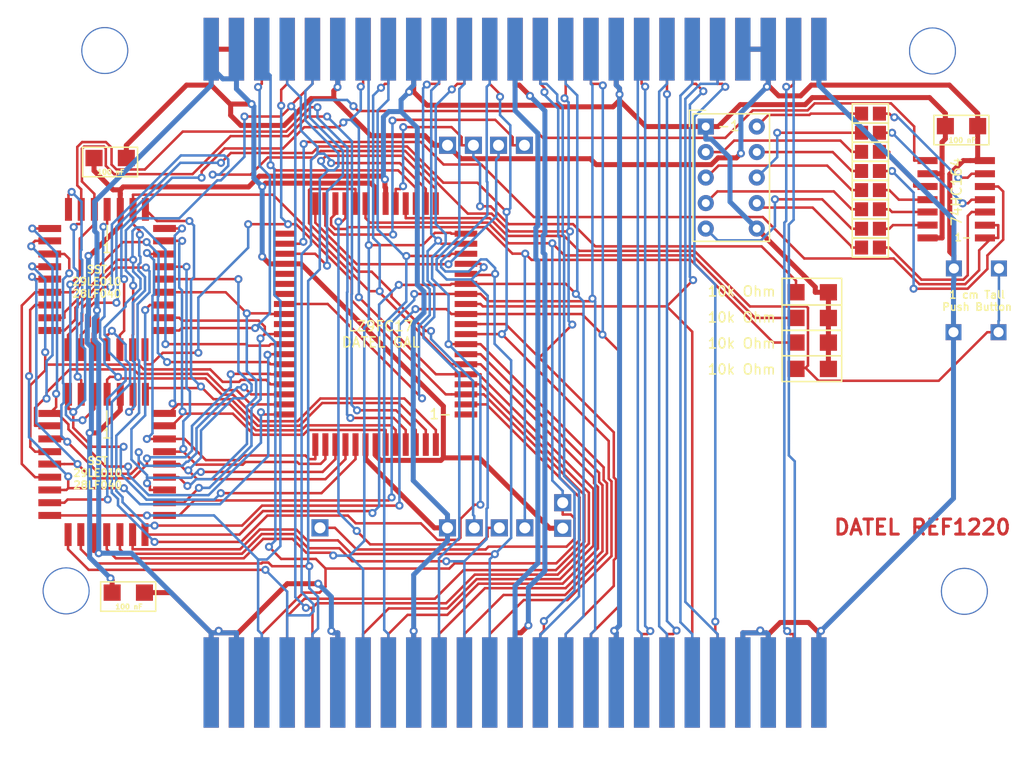
<source format=kicad_pcb>
(kicad_pcb (version 20240108) (generator "pcbnew") (generator_version "8.0")
  (layers (0 "F.Cu" signal) (31 "B.Cu" signal) (34 "B.Paste" user) (35 "F.Paste" user) (36 "B.SilkS" user "B.Silkscreen") (37 "F.SilkS" user "F.Silkscreen") (38 "B.Mask" user) (39 "F.Mask" user) (44 "Edge.Cuts" user))
  (net 0 "")
  (net 1 "/A18")
  (net 2 "/A16")
  (net 3 "/A15")
  (net 4 "/A12")
  (net 5 "/A7")
  (net 6 "/A6")
  (net 7 "/A5")
  (net 8 "/A4")
  (net 9 "/A3")
  (net 10 "/A2")
  (net 11 "/A1")
  (net 12 "/A0")
  (net 13 "/AD8")
  (net 14 "/AD9")
  (net 15 "/AD10")
  (net 16 "/GND")
  (net 17 "/AD11")
  (net 18 "/AD12")
  (net 19 "/AD13")
  (net 20 "/AD14")
  (net 21 "/AD15")
  (net 22 "/Chip_Enable")
  (net 23 "/A10")
  (net 24 "/Output_Enable")
  (net 25 "/A11")
  (net 26 "/A9")
  (net 27 "/A8")
  (net 28 "/A13")
  (net 29 "/A14")
  (net 30 "/A17")
  (net 31 "/{slash}write")
  (net 32 "/VCC")
  (net 33 "/AD0")
  (net 34 "/AD1")
  (net 35 "/AD2")
  (net 36 "/AD3")
  (net 37 "/AD4")
  (net 38 "/AD5")
  (net 39 "/AD6")
  (net 40 "/AD7")
  (net 42 "/{slash}read_bottom")
  (net 43 "/{slash}COLD_RESET")
  (net 44 "/ALE_L")
  (net 45 "/ALE_H")
  (net 46 "/Button")
  (net 47 "/SC_VPP")
  (net 48 "/CD2")
  (net 49 "/SC_RST")
  (net 50 "/SC_CLK")
  (net 51 "/SC_N{slash}C")
  (net 52 "/SC_N{slash}C2")
  (net 53 "/SC_I{slash}O")
  (net 55 "/74HC164_DSA_DSB")
  (net 56 "/74HC164_CP")
  (net 60 "/{slash}read_top")
  (net 62 "/F")
  (net 63 "/G")
  (net 64 "/E")
  (net 65 "/D")
  (net 66 "/DP")
  (net 67 "/C")
  (net 68 "/B")
  (net 69 "/A")
  (net 70 "/12V_Rear")
  (net 71 "/UNUSED_Rear")
  (net 72 "/CIC_DATA2")
  (net 73 "/Unknown_1")
  (net 74 "/{slash}OS EVENT")
  (net 75 "/Unknown_2")
  (net 76 "/RAUDIO")
  (net 77 "/12V_Front")
  (net 78 "/UNUSED_Front")
  (net 79 "/CIC_DATA1")
  (net 80 "/1.6MHZ")
  (net 81 "/S_DAT")
  (net 82 "/LAUDIO")
  (net 83 "/Q0")
  (net 84 "/Q1")
  (net 85 "/Q2")
  (net 86 "/Q3")
  (net 87 "/Q4")
  (net 88 "/Q5")
  (net 89 "/Q6")
  (net 90 "/Q7")
  (footprint "REF1329:10k Ohm Resistor" (layer "F.Cu") (at 179.006 97.868)
    (property "Reference" "R4" (hide yes))
    (property "Value" "10K Ohm")
  )
  (footprint "REF1329:LZ9FC17 GAL" (layer "F.Cu") (at 135.517 93.462 90)
    (property "Reference" "U3" (hide yes))
    (property "Value" "LZ9FC17")
  )
  (footprint "REF1329:220 Ohm Resistor" (layer "F.Cu") (at 184.8 82.014)
    (property "Reference" "R10" (hide yes))
    (property "Value" "220 Ohm")
  )
  (footprint "Gameboy Printer:Smart Card" (layer "F.Cu") (at 146.881 94.95)
    (property "Reference" "J1" (hide yes))
    (property "Value" "Smart_Card_Reader")
  )
  (footprint "N64_Hole:N64-Hole" (layer "F.Cu") (at 104.818 120.2743)
    (property "Reference" "Hole2" (hide yes))
    (property "Value" "N64-Hole")
  )
  (footprint "REF1329:74HC164" (layer "F.Cu") (at 193.358 81.08)
    (property "Reference" "U5" (hide yes))
    (property "Value" "74HC164")
  )
  (footprint "REF1329:Cart Edge Connector Back" (layer "F.Cu") (at 149.37 66.048)
    (property "Reference" "J3" (hide yes))
    (property "Value" "Top Edge, Rear")
  )
  (footprint "REF1329:220 Ohm Resistor" (layer "F.Cu") (at 184.8 78.204)
    (property "Reference" "R8" (hide yes))
    (property "Value" "220 Ohm")
  )
  (footprint "REF1329:220 Ohm Resistor" (layer "F.Cu") (at 184.8 83.957)
    (property "Reference" "R11" (hide yes))
    (property "Value" "220 Ohm")
  )
  (footprint "MountingHole:MountingHole_2.1mm" (layer "F.Cu") (at 120.256 104.908)
    (property "Reference" "Hole6" (hide yes))
    (property "Value" "MountingHole_2.1mm")
  )
  (footprint "REF1329:Cart Edge Connector Back" (layer "F.Cu") (at 149.37 129.125)
    (property "Reference" "J5" (hide yes))
    (property "Value" "Bottom Edge, Rear")
  )
  (footprint "REF1329:1mm Push Button" (layer "F.Cu") (at 195.3635 91.0535)
    (property "Reference" "SW1" (hide yes))
    (property "Value" "SW_Push")
  )
  (footprint "REF1329:220 Ohm Resistor" (layer "F.Cu") (at 184.8 72.49)
    (property "Reference" "R5" (hide yes))
    (property "Value" "220 Ohm")
  )
  (footprint "REF1329:HDSP-7401" (layer "F.Cu") (at 168.4015 73.7915)
    (property "Reference" "U6" (hide yes))
    (property "Value" "HDSP-7501")
  )
  (footprint "N64_Hole:N64-Hole" (layer "F.Cu") (at 194.275 120.3193)
    (property "Reference" "Hole4" (hide yes))
    (property "Value" "N64-Hole")
  )
  (footprint "REF1329:PLCC32" (layer "F.Cu") (at 108.7275 88.96)
    (property "Reference" "U1" (hide yes))
    (property "Value" "SST28LF040")
  )
  (footprint "REF1329:Cart Edge Connector" (layer "F.Cu") (at 149.37 66.107)
    (property "Reference" "J2" (hide yes))
    (property "Value" "Top Edge, Front")
  )
  (footprint "REF1329:PLCC32" (layer "F.Cu") (at 108.7275 107.378)
    (property "Reference" "U2" (hide yes))
    (property "Value" "SST28LF040")
  )
  (footprint "REF1329:100 nF Cap" (layer "F.Cu") (at 193.878 73.758)
    (property "Reference" "C3" (hide yes))
    (property "Value" "100 nF")
  )
  (footprint "REF1329:220 Ohm Resistor" (layer "F.Cu") (at 184.8 76.296)
    (property "Reference" "R7" (hide yes))
    (property "Value" "220 Ohm")
  )
  (footprint "MountingHole:MountingHole_2.1mm" (layer "F.Cu") (at 178.826 84.596)
    (property "Reference" "Hole7" (hide yes))
    (property "Value" "MountingHole_2.1mm")
  )
  (footprint "REF1329:100 nF Cap" (layer "F.Cu") (at 110.897 120.2155)
    (property "Reference" "C2" (hide yes))
    (property "Value" "100 nF")
  )
  (footprint "REF1329:10k Ohm Resistor" (layer "F.Cu") (at 179.006 95.246)
    (property "Reference" "R3" (hide yes))
    (property "Value" "10K Ohm")
  )
  (footprint "REF1329:100 nF Cap" (layer "F.Cu") (at 109.092 76.9345)
    (property "Reference" "C1" (hide yes))
    (property "Value" "100 nF")
  )
  (footprint "REF1329:220 Ohm Resistor" (layer "F.Cu") (at 184.8 80.107)
    (property "Reference" "R9" (hide yes))
    (property "Value" "220 Ohm")
  )
  (footprint "REF1329:220 Ohm Resistor" (layer "F.Cu") (at 184.8 74.395)
    (property "Reference" "R6" (hide yes))
    (property "Value" "220 Ohm")
  )
  (footprint "REF1329:10k Ohm Resistor" (layer "F.Cu") (at 179.006 90.234)
    (property "Reference" "R1" (hide yes))
    (property "Value" "10K Ohm")
  )
  (footprint "REF1329:10k Ohm Resistor" (layer "F.Cu") (at 179.006 92.796)
    (property "Reference" "R2" (hide yes))
    (property "Value" "10K Ohm")
  )
  (footprint "MountingHole:MountingHole_2.1mm" (layer "F.Cu") (at 178.7556 104.875)
    (property "Reference" "Hole8" (hide yes))
    (property "Value" "MountingHole_2.1mm")
  )
  (footprint "N64_Hole:N64-Hole" (layer "F.Cu") (at 191.1 66.5013)
    (property "Reference" "Hole3" (hide yes))
    (property "Value" "N64-Hole")
  )
  (footprint "REF1329:Cart Edge Connector" (layer "F.Cu") (at 149.37 129.178)
    (property "Reference" "J4" (hide yes))
    (property "Value" "Bottom Edge, Front")
  )
  (footprint "MountingHole:MountingHole_2.1mm" (layer "F.Cu") (at 120.337 84.555)
    (property "Reference" "Hole5" (hide yes))
    (property "Value" "MountingHole_2.1mm")
  )
  (footprint "N64_Hole:N64-Hole" (layer "F.Cu") (at 108.669 66.4623)
    (property "Reference" "Hole1" (hide yes))
    (property "Value" "N64-Hole")
  )
  (footprint "REF1329:220 Ohm Resistor" (layer "F.Cu") (at 184.8 85.828)
    (property "Reference" "R12" (hide yes))
    (property "Value" "220 Ohm")
  )
  (gr_circle (center 118.377001 65.2507) (end 118.377001 65.2507) (fill solid) (layer "F.Cu") (net 16))
  (gr_circle (center 118.377001 65.2497) (end 118.377001 65.2497) (fill solid) (layer "B.Cu") (net 16))
  (gr_rect (start 175.995 94.087) (end 181.935 96.624) (stroke (width 0.15)) (fill none) (layer "F.SilkS"))
  (gr_rect (start 176.001 96.624) (end 181.935 99.185) (stroke (width 0.15)) (fill none) (layer "F.SilkS"))
  (gr_rect (start 175.995 91.565) (end 181.936 94.087) (stroke (width 0.15)) (fill none) (layer "F.SilkS"))
  (gr_rect (start 175.998 88.905) (end 181.936 91.563) (stroke (width 0.15)) (fill none) (layer "F.SilkS"))
  (gr_line (start 181.753 133.897) (end 181.753 123.8973) (stroke (width 0.002)) (layer "Edge.Cuts"))
  (gr_line (start 108.113 62.897) (end 98.113 64.8973) (stroke (width 0.002)) (layer "Edge.Cuts"))
  (gr_line (start 98.113 123.8933) (end 98.113 64.8973) (stroke (width 0.002)) (layer "Edge.Cuts"))
  (gr_line (start 190.113 62.897) (end 200.1132 64.8973) (stroke (width 0.002)) (layer "Edge.Cuts"))
  (gr_line (start 181.753 123.8973) (end 200.1132 123.8973) (stroke (width 0.002)) (layer "Edge.Cuts"))
  (gr_line (start 117.063 133.897) (end 117.063 123.8933) (stroke (width 0.002)) (layer "Edge.Cuts"))
  (gr_line (start 117.063 123.8933) (end 98.113 123.8933) (stroke (width 0.002)) (layer "Edge.Cuts"))
  (gr_line (start 200.1132 64.8973) (end 200.1132 123.8973) (stroke (width 0.002)) (layer "Edge.Cuts"))
  (gr_line (start 108.113 62.897) (end 190.113 62.897) (stroke (width 0.002)) (layer "Edge.Cuts"))
  (gr_line (start 181.753 133.897) (end 117.063 133.897) (stroke (width 0.002)) (layer "Edge.Cuts"))
  (gr_text "DATEL REF1220" (at 189.967 113.7 0) (layer "F.Cu") (effects (font (size 1.5 1.5) (thickness 0.3))))
  (gr_text "SST\n29LE010\n28LF040" (at 107.842 108.29 0) (layer "F.SilkS") (effects (font (size 0.75 0.75))))
  (gr_text "10k Ohm" (at 171.973 95.385332 0) (layer "F.SilkS") (effects (font (size 1 1))))
  (gr_text "10k Ohm" (at 171.973 92.795666 0) (layer "F.SilkS") (effects (font (size 1 1))))
  (gr_text "10k Ohm" (at 171.973 90.206 0) (layer "F.SilkS") (effects (font (size 1 1))))
  (gr_text "1-" (at 194.017 84.831 0) (layer "F.SilkS") (effects (font (size 0.75 0.75))))
  (gr_text "LZ9FC17\nDATEL GAL" (at 136.034 94.475 0) (layer "F.SilkS") (effects (font (size 1 1))))
  (gr_text "1-" (at 141.978 102.426 0) (layer "F.SilkS") (effects (font (size 1 1))))
  (gr_text "1 cm Tall\nPush Button" (at 195.42 91.146 0) (layer "F.SilkS") (effects (font (size 0.75 0.75))))
  (gr_text "-1" (at 170.667 73.726 0) (layer "F.SilkS") (effects (font (size 1 1))))
  (gr_text "|\n1" (at 108.781 85.073 0) (layer "F.SilkS") (effects (font (size 1 1))))
  (gr_text "SST\n29LE010\n28LF040" (at 107.763 89.234 0) (layer "F.SilkS") (effects (font (size 0.75 0.75))))
  (gr_text "10k Ohm" (at 171.973 97.975 0) (layer "F.SilkS") (effects (font (size 1 1))))
  (gr_text "74HC164" (at 193.376 80.292 90) (layer "F.SilkS") (effects (font (size 1 1))))
  (gr_text "|\n1" (at 108.755 103.546 0) (layer "F.SilkS") (effects (font (size 1 1))))
  (segment (start 141.517 104.0119) (end 138.3792 100.8741) (width 0.25) (layer "F.Cu") (net 1))
  (segment (start 120.2015 100.4931) (end 118.5845 98.8761) (width 0.25) (layer "F.Cu") (net 1))
  (segment (start 109.0536 98.7218) (end 109.8707 98.7218) (width 0.25) (layer "F.Cu") (net 1))
  (segment (start 118.5845 98.8761) (end 110.025 98.8761) (width 0.25) (layer "F.Cu") (net 1))
  (segment (start 110.025 98.8761) (end 109.8707 98.7218) (width 0.25) (layer "F.Cu") (net 1))
  (segment (start 138.3792 100.8741) (end 130.013 100.8741) (width 0.25) (layer "F.Cu") (net 1))
  (segment (start 108.7805 98.9949) (end 109.0536 98.7218) (width 0.25) (layer "F.Cu") (net 1))
  (segment (start 123.9671 103.1381) (end 121.3221 100.4931) (width 0.25) (layer "F.Cu") (net 1))
  (segment (start 127.749 103.1381) (end 123.9671 103.1381) (width 0.25) (layer "F.Cu") (net 1))
  (segment (start 108.5049 83.7727) (end 108.4111 83.7727) (width 0.25) (layer "F.Cu") (net 1))
  (segment (start 130.013 100.8741) (end 127.749 103.1381) (width 0.25) (layer "F.Cu") (net 1))
  (segment (start 108.7805 100.455) (end 108.7805 98.9949) (width 0.25) (layer "F.Cu") (net 1))
  (segment (start 141.517 105.462) (end 141.517 104.0119) (width 0.25) (layer "F.Cu") (net 1))
  (segment (start 108.7805 82.037) (end 108.7805 83.4971) (width 0.25) (layer "F.Cu") (net 1))
  (segment (start 108.7805 83.4971) (end 108.5049 83.7727) (width 0.25) (layer "F.Cu") (net 1))
  (segment (start 121.3221 100.4931) (end 120.2015 100.4931) (width 0.25) (layer "F.Cu") (net 1))
  (via (at 108.4111 83.7727) (size 0.8) (drill 0.4) (layers "F.Cu" "B.Cu") (net 1))
  (via (at 109.8707 98.7218) (size 0.8) (drill 0.4) (layers "F.Cu" "B.Cu") (net 1))
  (segment (start 108.3862 90.0775) (end 108.5155 90.2068) (width 0.25) (layer "B.Cu") (net 1))
  (segment (start 108.5155 92.7027) (end 108.0808 93.1374) (width 0.25) (layer "B.Cu") (net 1))
  (segment (start 108.0808 93.1374) (end 108.0808 94.8244) (width 0.25) (layer "B.Cu") (net 1))
  (segment (start 108.4111 83.7727) (end 108.3862 83.7976) (width 0.25) (layer "B.Cu") (net 1))
  (segment (start 108.5309 97.382) (end 109.8707 98.7218) (width 0.25) (layer "B.Cu") (net 1))
  (segment (start 108.0808 94.8244) (end 108.5309 95.2745) (width 0.25) (layer "B.Cu") (net 1))
  (segment (start 108.3862 83.7976) (end 108.3862 90.0775) (width 0.25) (layer "B.Cu") (net 1))
  (segment (start 108.5309 95.2745) (end 108.5309 97.382) (width 0.25) (layer "B.Cu") (net 1))
  (segment (start 108.5155 90.2068) (end 108.5155 92.7027) (width 0.25) (layer "B.Cu") (net 1))
  (segment (start 107.5115 82.768) (end 107.5115 82.038) (width 0.25) (layer "F.Cu") (net 2))
  (segment (start 139.517 104.0119) (end 137.5544 102.0493) (width 0.25) (layer "F.Cu") (net 2))
  (segment (start 108.6506 77.6961) (end 108.6506 75.9626) (width 0.25) (layer "F.Cu") (net 2))
  (segment (start 107.5115 101.0842) (end 107.5115 101.9161) (width 0.25) (layer "F.Cu") (net 2))
  (segment (start 107.5115 82.768) (end 107.5115 83.4981) (width 0.25) (layer "F.Cu") (net 2))
  (segment (start 121.0763 74.7426) (end 117.2876 78.5313) (width 0.25) (layer "F.Cu") (net 2))
  (segment (start 107.5115 83.4981) (end 106.0542 84.9554) (width 0.25) (layer "F.Cu") (net 2))
  (segment (start 106.2717 79.2579) (end 107.5115 80.4977) (width 0.25) (layer "F.Cu") (net 2))
  (segment (start 128.7482 72.7934) (end 126.799 74.7426) (width 0.25) (layer "F.Cu") (net 2))
  (segment (start 108.6506 75.9626) (end 108.4734 75.7854) (width 0.25) (layer "F.Cu") (net 2))
  (segment (start 137.5544 102.0493) (end 133.6674 102.0493) (width 0.25) (layer "F.Cu") (net 2))
  (segment (start 107.5115 101.0842) (end 107.5115 100.456) (width 0.25) (layer "F.Cu") (net 2))
  (segment (start 106.0542 88.5753) (end 105.1148 89.5147) (width 0.25) (layer "F.Cu") (net 2))
  (segment (start 106.0542 84.9554) (end 106.0542 88.5753) (width 0.25) (layer "F.Cu") (net 2))
  (segment (start 109.4858 78.5313) (end 108.6506 77.6961) (width 0.25) (layer "F.Cu") (net 2))
  (segment (start 107.5115 101.9161) (end 106.3881 103.0395) (width 0.25) (layer "F.Cu") (net 2))
  (segment (start 139.517 105.462) (end 139.517 104.0119) (width 0.25) (layer "F.Cu") (net 2))
  (segment (start 106.3881 103.0395) (end 106.3289 103.0395) (width 0.25) (layer "F.Cu") (net 2))
  (segment (start 126.799 74.7426) (end 121.0763 74.7426) (width 0.25) (layer "F.Cu") (net 2))
  (segment (start 108.4734 75.7854) (end 106.4822 75.7854) (width 0.25) (layer "F.Cu") (net 2))
  (segment (start 106.4822 75.7854) (end 106.2717 75.9959) (width 0.25) (layer "F.Cu") (net 2))
  (segment (start 117.2876 78.5313) (end 109.4858 78.5313) (width 0.25) (layer "F.Cu") (net 2))
  (segment (start 106.2717 75.9959) (end 106.2717 79.2579) (width 0.25) (layer "F.Cu") (net 2))
  (segment (start 107.5115 80.4977) (end 107.5115 82.038) (width 0.25) (layer "F.Cu") (net 2))
  (segment (start 130.6923 72.7934) (end 128.7482 72.7934) (width 0.25) (layer "F.Cu") (net 2))
  (via (at 106.3289 103.0395) (size 0.8) (drill 0.4) (layers "F.Cu" "B.Cu") (net 2))
  (via (at 130.6923 72.7934) (size 0.8) (drill 0.4) (layers "F.Cu" "B.Cu") (net 2))
  (via (at 105.1148 89.5147) (size 0.8) (drill 0.4) (layers "F.Cu" "B.Cu") (net 2))
  (via (at 133.6674 102.0493) (size 0.8) (drill 0.4) (layers "F.Cu" "B.Cu") (net 2))
  (segment (start 104.6767 101.7109) (end 105.1148 101.2728) (width 0.25) (layer "B.Cu") (net 2))
  (segment (start 133.1271 90.4892) (end 133.1271 101.509) (width 0.25) (layer "B.Cu") (net 2))
  (segment (start 133.1271 101.509) (end 133.6674 102.0493) (width 0.25) (layer "B.Cu") (net 2))
  (segment (start 105.1148 101.2728) (end 105.1148 89.5147) (width 0.25) (layer "B.Cu") (net 2))
  (segment (start 105.2081 103.0395) (end 104.6767 102.5081) (width 0.25) (layer "B.Cu") (net 2))
  (segment (start 133.162 75.2631) (end 133.162 90.4543) (width 0.25) (layer "B.Cu") (net 2))
  (segment (start 104.6767 102.5081) (end 104.6767 101.7109) (width 0.25) (layer "B.Cu") (net 2))
  (segment (start 106.3289 103.0395) (end 105.2081 103.0395) (width 0.25) (layer "B.Cu") (net 2))
  (segment (start 130.6923 72.7934) (end 133.162 75.2631) (width 0.25) (layer "B.Cu") (net 2))
  (segment (start 133.162 90.4543) (end 133.1271 90.4892) (width 0.25) (layer "B.Cu") (net 2))
  (segment (start 105.8076 79.6552) (end 106.2015 80.0491) (width 0.25) (layer "F.Cu") (net 3))
  (segment (start 116.3136 74.2925) (end 112.5403 78.0658) (width 0.25) (layer "F.Cu") (net 3))
  (segment (start 109.221 77.5779) (end 109.221 75.8964) (width 0.25) (layer "F.Cu") (net 3))
  (segment (start 112.5403 78.0658) (end 109.7089 78.0658) (width 0.25) (layer "F.Cu") (net 3))
  (segment (start 138.517 104.0119) (end 137.3182 102.8131) (width 0.25) (layer "F.Cu") (net 3))
  (segment (start 105.7574 83.4991) (end 105.4561 83.8004) (width 0.25) (layer "F.Cu") (net 3))
  (segment (start 129.0325 71.8725) (end 126.6125 74.2925) (width 0.25) (layer "F.Cu") (net 3))
  (segment (start 137.3182 102.8131) (end 133.0056 102.8131) (width 0.25) (layer "F.Cu") (net 3))
  (segment (start 106.2957 75.3353) (end 105.8076 75.8234) (width 0.25) (layer "F.Cu") (net 3))
  (segment (start 106.2015 100.457) (end 106.2015 99.1089) (width 0.25) (layer "F.Cu") (net 3))
  (segment (start 106.2015 80.0491) (end 106.2015 82.039) (width 0.25) (layer "F.Cu") (net 3))
  (segment (start 106.2015 82.769) (end 106.2015 82.039) (width 0.25) (layer "F.Cu") (net 3))
  (segment (start 108.6599 75.3353) (end 106.2957 75.3353) (width 0.25) (layer "F.Cu") (net 3))
  (segment (start 129.7303 71.8725) (end 129.0325 71.8725) (width 0.25) (layer "F.Cu") (net 3))
  (segment (start 109.7089 78.0658) (end 109.221 77.5779) (width 0.25) (layer "F.Cu") (net 3))
  (segment (start 109.221 75.8964) (end 108.6599 75.3353) (width 0.25) (layer "F.Cu") (net 3))
  (segment (start 126.6125 74.2925) (end 116.3136 74.2925) (width 0.25) (layer "F.Cu") (net 3))
  (segment (start 106.2015 82.769) (end 106.2015 83.4991) (width 0.25) (layer "F.Cu") (net 3))
  (segment (start 138.517 105.462) (end 138.517 104.0119) (width 0.25) (layer "F.Cu") (net 3))
  (segment (start 105.8076 75.8234) (end 105.8076 79.6552) (width 0.25) (layer "F.Cu") (net 3))
  (segment (start 106.2015 99.1089) (end 106.2015 99.0506) (width 0.25) (layer "F.Cu") (net 3))
  (segment (start 106.2015 99.0506) (end 105.852 98.7011) (width 0.25) (layer "F.Cu") (net 3))
  (segment (start 106.2015 83.4991) (end 105.7574 83.4991) (width 0.25) (layer "F.Cu") (net 3))
  (via (at 105.4561 83.8004) (size 0.8) (drill 0.4) (layers "F.Cu" "B.Cu") (net 3))
  (via (at 133.0056 102.8131) (size 0.8) (drill 0.4) (layers "F.Cu" "B.Cu") (net 3))
  (via (at 129.7303 71.8725) (size 0.8) (drill 0.4) (layers "F.Cu" "B.Cu") (net 3))
  (via (at 105.852 98.7011) (size 0.8) (drill 0.4) (layers "F.Cu" "B.Cu") (net 3))
  (segment (start 105.8452 88.2106) (end 105.8452 91.7905) (width 0.25) (layer "B.Cu") (net 3))
  (segment (start 105.8452 91.7905) (end 105.7804 91.8553) (width 0.25) (layer "B.Cu") (net 3))
  (segment (start 132.7119 75.8925) (end 132.7119 90.2678) (width 0.25) (layer "B.Cu") (net 3))
  (segment (start 105.7804 98.6295) (end 105.852 98.7011) (width 0.25) (layer "B.Cu") (net 3))
  (segment (start 129.7303 71.8725) (end 129.7303 72.9109) (width 0.25) (layer "B.Cu") (net 3))
  (segment (start 129.7303 72.9109) (end 132.7119 75.8925) (width 0.25) (layer "B.Cu") (net 3))
  (segment (start 132.677 90.3027) (end 132.677 102.4845) (width 0.25) (layer "B.Cu") (net 3))
  (segment (start 105.4561 83.8004) (end 105.4561 87.8215) (width 0.25) (layer "B.Cu") (net 3))
  (segment (start 132.7119 90.2678) (end 132.677 90.3027) (width 0.25) (layer "B.Cu") (net 3))
  (segment (start 105.4561 87.8215) (end 105.8452 88.2106) (width 0.25) (layer "B.Cu") (net 3))
  (segment (start 105.7804 91.8553) (end 105.7804 98.6295) (width 0.25) (layer "B.Cu") (net 3))
  (segment (start 132.677 102.4845) (end 133.0056 102.8131) (width 0.25) (layer "B.Cu") (net 3))
  (segment (start 104.9315 100.457) (end 104.9315 101.9171) (width 0.25) (layer "F.Cu") (net 4))
  (segment (start 104.9709 80.5789) (end 105.2501 80.2997) (width 0.25) (layer "F.Cu") (net 4))
  (segment (start 107.3066 105.6795) (end 110.4202 105.6795) (width 0.25) (layer "F.Cu") (net 4))
  (segment (start 105.4087 102.2147) (end 105.4087 103.7816) (width 0.25) (layer "F.Cu") (net 4))
  (segment (start 104.9315 82.039) (end 104.9315 80.5789) (width 0.25) (layer "F.Cu") (net 4))
  (segment (start 105.4087 103.7816) (end 107.3066 105.6795) (width 0.25) (layer "F.Cu") (net 4))
  (segment (start 104.9315 101.9171) (end 105.1111 101.9171) (width 0.25) (layer "F.Cu") (net 4))
  (segment (start 130.1282 110.3009) (end 120.1034 110.3009) (width 0.25) (layer "F.Cu") (net 4))
  (segment (start 133.517 106.9121) (end 130.1282 110.3009) (width 0.25) (layer "F.Cu") (net 4))
  (segment (start 105.1111 101.9171) (end 105.4087 102.2147) (width 0.25) (layer "F.Cu") (net 4))
  (segment (start 133.517 105.462) (end 133.517 106.9121) (width 0.25) (layer "F.Cu") (net 4))
  (segment (start 104.9315 80.5789) (end 104.9709 80.5789) (width 0.25) (layer "F.Cu") (net 4))
  (segment (start 120.1034 110.3009) (end 120.1034 110.301) (width 0.25) (layer "F.Cu") (net 4))
  (via (at 105.2501 80.2997) (size 0.8) (drill 0.4) (layers "F.Cu" "B.Cu") (net 4))
  (via (at 120.1034 110.301) (size 0.8) (drill 0.4) (layers "F.Cu" "B.Cu") (net 4))
  (via (at 110.4202 105.6795) (size 0.8) (drill 0.4) (layers "F.Cu" "B.Cu") (net 4))
  (via (at 105.4087 102.2147) (size 0.8) (drill 0.4) (layers "F.Cu" "B.Cu") (net 4))
  (segment (start 110.1451 105.9546) (end 110.1451 108.4003) (width 0.25) (layer "B.Cu") (net 4))
  (segment (start 119.4555 110.9489) (end 120.1034 110.301) (width 0.25) (layer "B.Cu") (net 4))
  (segment (start 106.233 86.0717) (end 106.1484 86.1563) (width 0.25) (layer "B.Cu") (net 4))
  (segment (start 106.1484 86.1563) (end 106.1484 86.9261) (width 0.25) (layer "B.Cu") (net 4))
  (segment (start 106.2305 95.5911) (end 106.5878 95.9484) (width 0.25) (layer "B.Cu") (net 4))
  (segment (start 106.5878 95.9484) (end 106.5878 101.0356) (width 0.25) (layer "B.Cu") (net 4))
  (segment (start 105.2501 80.2997) (end 106.233 81.2826) (width 0.25) (layer "B.Cu") (net 4))
  (segment (start 110.1451 108.4003) (end 112.6937 110.9489) (width 0.25) (layer "B.Cu") (net 4))
  (segment (start 112.6937 110.9489) (end 119.4555 110.9489) (width 0.25) (layer "B.Cu") (net 4))
  (segment (start 110.4202 105.6795) (end 110.1451 105.9546) (width 0.25) (layer "B.Cu") (net 4))
  (segment (start 106.233 81.2826) (end 106.233 86.0717) (width 0.25) (layer "B.Cu") (net 4))
  (segment (start 106.2961 87.0738) (end 106.2961 92.3051) (width 0.25) (layer "B.Cu") (net 4))
  (segment (start 106.2305 92.3707) (end 106.2305 95.5911) (width 0.25) (layer "B.Cu") (net 4))
  (segment (start 106.1484 86.9261) (end 106.2961 87.0738) (width 0.25) (layer "B.Cu") (net 4))
  (segment (start 106.5878 101.0356) (end 105.4087 102.2147) (width 0.25) (layer "B.Cu") (net 4))
  (segment (start 106.2961 92.3051) (end 106.2305 92.3707) (width 0.25) (layer "B.Cu") (net 4))
  (segment (start 108.6405 107.65) (end 110.8703 107.65) (width 0.25) (layer "F.Cu") (net 5))
  (segment (start 103.0685 83.944) (end 101.3276 83.944) (width 0.25) (layer "F.Cu") (net 5))
  (segment (start 104.929 103.4497) (end 104.929 103.9385) (width 0.25) (layer "F.Cu") (net 5))
  (segment (start 103.4549 101.9756) (end 103.703 101.7275) (width 0.25) (layer "F.Cu") (net 5))
  (segment (start 103.703 101.7275) (end 103.703 100.4019) (width 0.25) (layer "F.Cu") (net 5))
  (segment (start 124.3212 102.462) (end 124.0993 102.2401) (width 0.25) (layer "F.Cu") (net 5))
  (segment (start 103.0685 102.362) (end 103.4549 101.9756) (width 0.25) (layer "F.Cu") (net 5))
  (segment (start 126.517 102.462) (end 124.3212 102.462) (width 0.25) (layer "F.Cu") (net 5))
  (segment (start 104.929 103.9385) (end 108.6405 107.65) (width 0.25) (layer "F.Cu") (net 5))
  (segment (start 103.4549 101.9756) (end 104.929 103.4497) (width 0.25) (layer "F.Cu") (net 5))
  (via (at 124.0993 102.2401) (size 0.8) (drill 0.4) (layers "F.Cu" "B.Cu") (net 5))
  (via (at 110.8703 107.65) (size 0.8) (drill 0.4) (layers "F.Cu" "B.Cu") (net 5))
  (via (at 101.3276 83.944) (size 0.8) (drill 0.4) (layers "F.Cu" "B.Cu") (net 5))
  (via (at 103.703 100.4019) (size 0.8) (drill 0.4) (layers "F.Cu" "B.Cu") (net 5))
  (segment (start 103.7906 86.407) (end 101.3276 83.944) (width 0.25) (layer "B.Cu") (net 5))
  (segment (start 118.8799 110.4988) (end 124.0993 105.2794) (width 0.25) (layer "B.Cu") (net 5))
  (segment (start 124.0993 105.2794) (end 124.0993 102.2401) (width 0.25) (layer "B.Cu") (net 5))
  (segment (start 103.7906 100.3143) (end 103.7906 86.407) (width 0.25) (layer "B.Cu") (net 5))
  (segment (start 110.8703 107.65) (end 110.8703 108.4507) (width 0.25) (layer "B.Cu") (net 5))
  (segment (start 110.8703 108.4507) (end 112.9184 110.4988) (width 0.25) (layer "B.Cu") (net 5))
  (segment (start 112.9184 110.4988) (end 118.8799 110.4988) (width 0.25) (layer "B.Cu") (net 5))
  (segment (start 103.703 100.4019) (end 103.7906 100.3143) (width 0.25) (layer "B.Cu") (net 5))
  (segment (start 105.0405 97.9759) (end 111.4251 97.9759) (width 0.25) (layer "F.Cu") (net 6))
  (segment (start 101.2264 85.553) (end 101.2264 85.7173) (width 0.25) (layer "F.Cu") (net 6))
  (segment (start 101.6054 85.174) (end 101.2264 85.553) (width 0.25) (layer "F.Cu") (net 6))
  (segment (start 102.7494 100.8858) (end 102.7494 100.267) (width 0.25) (layer "F.Cu") (net 6))
  (segment (start 120.3879 100.043) (end 121.6799 100.043) (width 0.25) (layer "F.Cu") (net 6))
  (segment (start 103.0655 103.592) (end 101.6054 103.592) (width 0.25) (layer "F.Cu") (net 6))
  (segment (start 123.0989 101.462) (end 125.0669 101.462) (width 0.25) (layer "F.Cu") (net 6))
  (segment (start 118.7707 98.4258) (end 120.3879 100.043) (width 0.25) (layer "F.Cu") (net 6))
  (segment (start 102.5331 100.8858) (end 102.7494 100.8858) (width 0.25) (layer "F.Cu") (net 6))
  (segment (start 111.4251 97.9759) (end 111.875 98.4258) (width 0.25) (layer "F.Cu") (net 6))
  (segment (start 102.7494 100.267) (end 105.0405 97.9759) (width 0.25) (layer "F.Cu") (net 6))
  (segment (start 121.6799 100.043) (end 123.0989 101.462) (width 0.25) (layer "F.Cu") (net 6))
  (segment (start 103.0655 85.174) (end 101.6054 85.174) (width 0.25) (layer "F.Cu") (net 6))
  (segment (start 101.6054 103.592) (end 101.6054 101.8135) (width 0.25) (layer "F.Cu") (net 6))
  (segment (start 126.517 101.462) (end 125.0669 101.462) (width 0.25) (layer "F.Cu") (net 6))
  (segment (start 101.6054 101.8135) (end 102.5331 100.8858) (width 0.25) (layer "F.Cu") (net 6))
  (segment (start 111.875 98.4258) (end 118.7707 98.4258) (width 0.25) (layer "F.Cu") (net 6))
  (via (at 101.2264 85.7173) (size 0.8) (drill 0.4) (layers "F.Cu" "B.Cu") (net 6))
  (via (at 102.7494 100.8858) (size 0.8) (drill 0.4) (layers "F.Cu" "B.Cu") (net 6))
  (segment (start 103.3405 87.8314) (end 103.3405 96.5623) (width 0.25) (layer "B.Cu") (net 6))
  (segment (start 102.7495 97.1533) (end 102.7495 100.8858) (width 0.25) (layer "B.Cu") (net 6))
  (segment (start 101.2264 85.7173) (end 103.3405 87.8314) (width 0.25) (layer "B.Cu") (net 6))
  (segment (start 102.7495 100.8858) (end 102.7494 100.8858) (width 0.25) (layer "B.Cu") (net 6))
  (segment (start 103.3405 96.5623) (end 102.7495 97.1533) (width 0.25) (layer "B.Cu") (net 6))
  (segment (start 123.1243 100.462) (end 122.4188 99.7565) (width 0.25) (layer "F.Cu") (net 7))
  (segment (start 125.0669 100.462) (end 123.1243 100.462) (width 0.25) (layer "F.Cu") (net 7))
  (segment (start 126.517 100.462) (end 125.0669 100.462) (width 0.25) (layer "F.Cu") (net 7))
  (segment (start 104.5291 104.899) (end 104.8111 105.181) (width 0.25) (layer "F.Cu") (net 7))
  (segment (start 108.0052 108.3751) (end 111.1707 108.3751) (width 0.25) (layer "F.Cu") (net 7))
  (segment (start 104.8111 105.181) (end 108.0052 108.3751) (width 0.25) (layer "F.Cu") (net 7))
  (segment (start 103.0675 86.481) (end 104.5276 86.481) (width 0.25) (layer "F.Cu") (net 7))
  (segment (start 105.0094 86.9628) (end 104.5276 86.481) (width 0.25) (layer "F.Cu") (net 7))
  (segment (start 111.1707 108.3751) (end 111.9293 107.6165) (width 0.25) (layer "F.Cu") (net 7))
  (segment (start 111.9293 107.6165) (end 111.9293 106.2223) (width 0.25) (layer "F.Cu") (net 7))
  (segment (start 105.0094 88.4056) (end 105.0094 86.9628) (width 0.25) (layer "F.Cu") (net 7))
  (segment (start 103.0675 104.899) (end 104.5291 104.899) (width 0.25) (layer "F.Cu") (net 7))
  (via (at 111.9293 106.2223) (size 0.8) (drill 0.4) (layers "F.Cu" "B.Cu") (net 7))
  (via (at 122.4188 99.7565) (size 0.8) (drill 0.4) (layers "F.Cu" "B.Cu") (net 7))
  (via (at 104.8111 105.181) (size 0.8) (drill 0.4) (layers "F.Cu" "B.Cu") (net 7))
  (via (at 105.0094 88.4056) (size 0.8) (drill 0.4) (layers "F.Cu" "B.Cu") (net 7))
  (segment (start 104.3897 99.3479) (end 104.4544 99.4126) (width 0.25) (layer "B.Cu") (net 7))
  (segment (start 104.2266 104.5965) (end 104.8111 105.181) (width 0.25) (layer "B.Cu") (net 7))
  (segment (start 116.8359 107.1735) (end 117.6831 106.3263) (width 0.25) (layer "B.Cu") (net 7))
  (segment (start 104.4544 101.2966) (end 104.2266 101.5244) (width 0.25) (layer "B.Cu") (net 7))
  (segment (start 105.0094 88.4056) (end 104.3897 89.0253) (width 0.25) (layer "B.Cu") (net 7))
  (segment (start 111.9293 106.2223) (end 111.9293 107.047) (width 0.25) (layer "B.Cu") (net 7))
  (segment (start 117.6831 103.8318) (end 121.7584 99.7565) (width 0.25) (layer "B.Cu") (net 7))
  (segment (start 104.3897 89.0253) (end 104.3897 99.3479) (width 0.25) (layer "B.Cu") (net 7))
  (segment (start 112.4595 107.5772) (end 116.2838 107.5772) (width 0.25) (layer "B.Cu") (net 7))
  (segment (start 104.4544 99.4126) (end 104.4544 101.2966) (width 0.25) (layer "B.Cu") (net 7))
  (segment (start 111.9293 107.047) (end 112.4595 107.5772) (width 0.25) (layer "B.Cu") (net 7))
  (segment (start 121.7584 99.7565) (end 122.4188 99.7565) (width 0.25) (layer "B.Cu") (net 7))
  (segment (start 104.2266 101.5244) (end 104.2266 104.5965) (width 0.25) (layer "B.Cu") (net 7))
  (segment (start 116.2838 107.5772) (end 116.6875 107.1735) (width 0.25) (layer "B.Cu") (net 7))
  (segment (start 116.6875 107.1735) (end 116.8359 107.1735) (width 0.25) (layer "B.Cu") (net 7))
  (segment (start 117.6831 106.3263) (end 117.6831 103.8318) (width 0.25) (layer "B.Cu") (net 7))
  (segment (start 101.1335 99.5496) (end 102.6154 98.0677) (width 0.25) (layer "F.Cu") (net 8))
  (segment (start 103.0665 106.17) (end 101.6064 106.17) (width 0.25) (layer "F.Cu") (net 8))
  (segment (start 111.943 97.4983) (end 102.6154 97.4983) (width 0.25) (layer "F.Cu") (net 8))
  (segment (start 125.0669 99.462) (end 124.6285 99.0236) (width 0.25) (layer "F.Cu") (net 8))
  (segment (start 101.566 87.7116) (end 101.3119 87.7116) (width 0.25) (layer "F.Cu") (net 8))
  (segment (start 126.517 99.462) (end 125.0669 99.462) (width 0.25) (layer "F.Cu") (net 8))
  (segment (start 101.6064 87.752) (end 101.566 87.7116) (width 0.25) (layer "F.Cu") (net 8))
  (segment (start 124.6285 99.0236) (end 122.1263 99.0236) (width 0.25) (layer "F.Cu") (net 8))
  (segment (start 121.9327 99.2172) (end 120.2853 99.2172) (width 0.25) (layer "F.Cu") (net 8))
  (segment (start 101.1335 105.6971) (end 101.1335 99.5496) (width 0.25) (layer "F.Cu") (net 8))
  (segment (start 120.2853 99.2172) (end 119.0437 97.9756) (width 0.25) (layer "F.Cu") (net 8))
  (segment (start 102.6154 97.4983) (end 102.6154 96.2619) (width 0.25) (layer "F.Cu") (net 8))
  (segment (start 119.0437 97.9756) (end 112.4203 97.9756) (width 0.25) (layer "F.Cu") (net 8))
  (segment (start 122.1263 99.0236) (end 121.9327 99.2172) (width 0.25) (layer "F.Cu") (net 8))
  (segment (start 102.6154 98.0677) (end 102.6154 97.4983) (width 0.25) (layer "F.Cu") (net 8))
  (segment (start 101.6064 106.17) (end 101.1335 105.6971) (width 0.25) (layer "F.Cu") (net 8))
  (segment (start 103.0665 87.752) (end 101.6064 87.752) (width 0.25) (layer "F.Cu") (net 8))
  (segment (start 112.4203 97.9756) (end 111.943 97.4983) (width 0.25) (layer "F.Cu") (net 8))
  (via (at 101.3119 87.7116) (size 0.8) (drill 0.4) (layers "F.Cu" "B.Cu") (net 8))
  (via (at 102.6154 96.2619) (size 0.8) (drill 0.4) (layers "F.Cu" "B.Cu") (net 8))
  (segment (start 102.6154 96.2619) (end 102.6154 89.0151) (width 0.25) (layer "B.Cu") (net 8))
  (segment (start 102.6154 89.0151) (end 101.3119 87.7116) (width 0.25) (layer "B.Cu") (net 8))
  (segment (start 101.3048 88.7544) (end 101.3748 88.7544) (width 0.25) (layer "F.Cu") (net 9))
  (segment (start 126.517 98.462) (end 125.0669 98.462) (width 0.25) (layer "F.Cu") (net 9))
  (segment (start 104.5246 107.402) (end 105.8328 107.402) (width 0.25) (layer "F.Cu") (net 9))
  (segment (start 107.256 108.8252) (end 111.3572 108.8252) (width 0.25) (layer "F.Cu") (net 9))
  (segment (start 105.8328 107.402) (end 107.256 108.8252) (width 0.25) (layer "F.Cu") (net 9))
  (segment (start 103.0645 107.402) (end 104.5246 107.402) (width 0.25) (layer "F.Cu") (net 9))
  (segment (start 121.1315 98.423) (end 121.0925 98.462) (width 0.25) (layer "F.Cu") (net 9))
  (segment (start 125.0279 98.423) (end 121.1315 98.423) (width 0.25) (layer "F.Cu") (net 9))
  (segment (start 125.0669 98.462) (end 125.0279 98.423) (width 0.25) (layer "F.Cu") (net 9))
  (segment (start 112.7484 107.434) (end 112.7484 106.8404) (width 0.25) (layer "F.Cu") (net 9))
  (segment (start 103.0645 88.984) (end 101.6044 88.984) (width 0.25) (layer "F.Cu") (net 9))
  (segment (start 111.3572 108.8252) (end 112.7484 107.434) (width 0.25) (layer "F.Cu") (net 9))
  (segment (start 101.3748 88.7544) (end 101.6044 88.984) (width 0.25) (layer "F.Cu") (net 9))
  (via (at 121.0925 98.462) (size 0.8) (drill 0.4) (layers "F.Cu" "B.Cu") (net 9))
  (via (at 112.7484 106.8404) (size 0.8) (drill 0.4) (layers "F.Cu" "B.Cu") (net 9))
  (via (at 101.3048 88.7544) (size 0.8) (drill 0.4) (layers "F.Cu" "B.Cu") (net 9))
  (via (at 105.8328 107.402) (size 0.8) (drill 0.4) (layers "F.Cu" "B.Cu") (net 9))
  (segment (start 116.579 106.7234) (end 117.233 106.0694) (width 0.25) (layer "B.Cu") (net 9))
  (segment (start 112.7484 106.8404) (end 112.8654 106.7234) (width 0.25) (layer "B.Cu") (net 9))
  (segment (start 117.233 106.0694) (end 117.233 103.6053) (width 0.25) (layer "B.Cu") (net 9))
  (segment (start 121.0925 99.7458) (end 121.0925 98.462) (width 0.25) (layer "B.Cu") (net 9))
  (segment (start 112.8654 106.7234) (end 116.579 106.7234) (width 0.25) (layer "B.Cu") (net 9))
  (segment (start 101.7306 89.1802) (end 101.3048 88.7544) (width 0.25) (layer "B.Cu") (net 9))
  (segment (start 105.8328 107.402) (end 101.7306 103.2998) (width 0.25) (layer "B.Cu") (net 9))
  (segment (start 117.233 103.6053) (end 121.0925 99.7458) (width 0.25) (layer "B.Cu") (net 9))
  (segment (start 101.7306 103.2998) (end 101.7306 89.1802) (width 0.25) (layer "B.Cu") (net 9))
  (segment (start 101.6074 90.295) (end 100.2804 91.622) (width 0.25) (layer "F.Cu") (net 10))
  (segment (start 125.0669 97.462) (end 124.8524 97.2475) (width 0.25) (layer "F.Cu") (net 10))
  (segment (start 100.2804 107.386) (end 101.6074 108.713) (width 0.25) (layer "F.Cu") (net 10))
  (segment (start 103.0675 90.295) (end 101.6074 90.295) (width 0.25) (layer "F.Cu") (net 10))
  (segment (start 124.8524 97.2475) (end 114.7546 97.2475) (width 0.25) (layer "F.Cu") (net 10))
  (segment (start 126.517 97.462) (end 125.0669 97.462) (width 0.25) (layer "F.Cu") (net 10))
  (segment (start 103.0675 90.295) (end 105.3602 90.295) (width 0.25) (layer "F.Cu") (net 10))
  (segment (start 110.3556 85.2996) (end 112.7148 85.2996) (width 0.25) (layer "F.Cu") (net 10))
  (segment (start 100.2804 91.622) (end 100.2804 107.386) (width 0.25) (layer "F.Cu") (net 10))
  (segment (start 105.3602 90.295) (end 110.3556 85.2996) (width 0.25) (layer "F.Cu") (net 10))
  (segment (start 103.0675 108.713) (end 101.6074 108.713) (width 0.25) (layer "F.Cu") (net 10))
  (via (at 112.7148 85.2996) (size 0.8) (drill 0.4) (layers "F.Cu" "B.Cu") (net 10))
  (via (at 114.7546 97.2475) (size 0.8) (drill 0.4) (layers "F.Cu" "B.Cu") (net 10))
  (segment (start 113.8345 96.3274) (end 113.8345 90.7472) (width 0.25) (layer "B.Cu") (net 10))
  (segment (start 114.7546 97.2475) (end 113.8345 96.3274) (width 0.25) (layer "B.Cu") (net 10))
  (segment (start 113.9014 90.6803) (end 113.9014 86.4862) (width 0.25) (layer "B.Cu") (net 10))
  (segment (start 113.8345 90.7472) (end 113.9014 90.6803) (width 0.25) (layer "B.Cu") (net 10))
  (segment (start 113.9014 86.4862) (end 112.7148 85.2996) (width 0.25) (layer "B.Cu") (net 10))
  (segment (start 104.7309 109.981) (end 104.9056 109.8063) (width 0.25) (layer "F.Cu") (net 11))
  (segment (start 125.0669 96.462) (end 124.8095 96.462) (width 0.25) (layer "F.Cu") (net 11))
  (segment (start 103.0665 91.563) (end 101.6064 91.563) (width 0.25) (layer "F.Cu") (net 11))
  (segment (start 124.8095 96.462) (end 124.7505 96.521) (width 0.25) (layer "F.Cu") (net 11))
  (segment (start 104.5266 109.981) (end 104.7309 109.981) (width 0.25) (layer "F.Cu") (net 11))
  (segment (start 104.9056 109.8063) (end 110.4517 109.8063) (width 0.25) (layer "F.Cu") (net 11))
  (segment (start 101.0055 98.6521) (end 101.1184 98.5392) (width 0.25) (layer "F.Cu") (net 11))
  (segment (start 104.9056 109.8063) (end 104.9056 108.6286) (width 0.25) (layer "F.Cu") (net 11))
  (segment (start 101.1184 92.051) (end 101.6064 91.563) (width 0.25) (layer "F.Cu") (net 11))
  (segment (start 126.517 96.462) (end 125.0669 96.462) (width 0.25) (layer "F.Cu") (net 11))
  (segment (start 101.1184 98.5392) (end 101.1184 92.051) (width 0.25) (layer "F.Cu") (net 11))
  (segment (start 103.6845 109.981) (end 104.5266 109.981) (width 0.25) (layer "F.Cu") (net 11))
  (segment (start 103.6845 109.981) (end 103.0665 109.981) (width 0.25) (layer "F.Cu") (net 11))
  (via (at 110.4517 109.8063) (size 0.8) (drill 0.4) (layers "F.Cu" "B.Cu") (net 11))
  (via (at 101.0055 98.6521) (size 0.8) (drill 0.4) (layers "F.Cu" "B.Cu") (net 11))
  (via (at 124.7505 96.521) (size 0.8) (drill 0.4) (layers "F.Cu" "B.Cu") (net 11))
  (via (at 104.9056 108.6286) (size 0.8) (drill 0.4) (layers "F.Cu" "B.Cu") (net 11))
  (segment (start 124.8244 106.6055) (end 124.8244 96.5949) (width 0.25) (layer "B.Cu") (net 11))
  (segment (start 124.8244 96.5949) (end 124.7505 96.521) (width 0.25) (layer "B.Cu") (net 11))
  (segment (start 120.0255 111.4044) (end 124.8244 106.6055) (width 0.25) (layer "B.Cu") (net 11))
  (segment (start 112.0498 111.4044) (end 120.0255 111.4044) (width 0.25) (layer "B.Cu") (net 11))
  (segment (start 110.4517 109.8063) (end 112.0498 111.4044) (width 0.25) (layer "B.Cu") (net 11))
  (segment (start 101.0055 104.7285) (end 101.0055 98.6521) (width 0.25) (layer "B.Cu") (net 11))
  (segment (start 104.9056 108.6286) (end 101.0055 104.7285) (width 0.25) (layer "B.Cu") (net 11))
  (segment (start 104.8446 110.934) (end 108.8381 110.934) (width 0.25) (layer "F.Cu") (net 12))
  (segment (start 103.7966 92.834) (end 104.5266 92.834) (width 0.25) (layer "F.Cu") (net 12))
  (segment (start 104.5266 92.834) (end 104.5266 92.2996) (width 0.25) (layer "F.Cu") (net 12))
  (segment (start 114.5869 95.462) (end 122.6258 95.462) (width 0.25) (layer "F.Cu") (net 12))
  (segment (start 103.7966 92.834) (end 103.0665 92.834) (width 0.25) (layer "F.Cu") (net 12))
  (segment (start 104.5266 111.252) (end 104.8446 110.934) (width 0.25) (layer "F.Cu") (net 12))
  (segment (start 122.6258 95.462) (end 122.7779 95.6141) (width 0.25) (layer "F.Cu") (net 12))
  (segment (start 109.7685 87.0577) (end 111.3729 87.0577) (width 0.25) (layer "F.Cu") (net 12))
  (segment (start 122.7779 95.6141) (end 124.9148 95.6141) (width 0.25) (layer "F.Cu") (net 12))
  (segment (start 103.0665 111.252) (end 104.5266 111.252) (width 0.25) (layer "F.Cu") (net 12))
  (segment (start 104.5266 92.2996) (end 109.7685 87.0577) (width 0.25) (layer "F.Cu") (net 12))
  (segment (start 108.8381 110.934) (end 108.8381 110.9339) (width 0.25) (layer "F.Cu") (net 12))
  (segment (start 126.517 95.462) (end 125.0669 95.462) (width 0.25) (layer "F.Cu") (net 12))
  (segment (start 124.9148 95.6141) (end 125.0669 95.462) (width 0.25) (layer "F.Cu") (net 12))
  (via (at 108.8381 110.9339) (size 0.8) (drill 0.4) (layers "F.Cu" "B.Cu") (net 12))
  (via (at 111.3729 87.0577) (size 0.8) (drill 0.4) (layers "F.Cu" "B.Cu") (net 12))
  (via (at 114.5869 95.462) (size 0.8) (drill 0.4) (layers "F.Cu" "B.Cu") (net 12))
  (segment (start 108.8381 110.9339) (end 108.7948 110.8906) (width 0.25) (layer "B.Cu") (net 12))
  (segment (start 108.7948 110.8906) (end 108.7948 100.9316) (width 0.25) (layer "B.Cu") (net 12))
  (segment (start 112.101 88.9529) (end 111.3729 88.2248) (width 0.25) (layer "B.Cu") (net 12))
  (segment (start 111.3066 84.1984) (end 111.6736 83.8314) (width 0.25) (layer "B.Cu") (net 12))
  (segment (start 108.5309 94.5252) (end 108.5309 93.8025) (width 0.25) (layer "B.Cu") (net 12))
  (segment (start 112.101 89.9343) (end 112.101 88.9529) (width 0.25) (layer "B.Cu") (net 12))
  (segment (start 108.5309 93.8025) (end 110.6169 91.7165) (width 0.25) (layer "B.Cu") (net 12))
  (segment (start 111.3066 86.9914) (end 111.3066 84.1984) (width 0.25) (layer "B.Cu") (net 12))
  (segment (start 111.3729 87.0577) (end 111.3066 86.9914) (width 0.25) (layer "B.Cu") (net 12))
  (segment (start 111.3729 88.2248) (end 111.3729 87.0577) (width 0.25) (layer "B.Cu") (net 12))
  (segment (start 108.9811 96.255) (end 108.9811 94.9754) (width 0.25) (layer "B.Cu") (net 12))
  (segment (start 110.6169 91.4184) (end 112.101 89.9343) (width 0.25) (layer "B.Cu") (net 12))
  (segment (start 110.6171 97.891) (end 108.9811 96.255) (width 0.25) (layer "B.Cu") (net 12))
  (segment (start 110.6171 99.1093) (end 110.6171 97.891) (width 0.25) (layer "B.Cu") (net 12))
  (segment (start 108.9811 94.9754) (end 108.5309 94.5252) (width 0.25) (layer "B.Cu") (net 12))
  (segment (start 112.3537 83.8314) (end 114.5869 86.0646) (width 0.25) (layer "B.Cu") (net 12))
  (segment (start 108.7948 100.9316) (end 110.6171 99.1093) (width 0.25) (layer "B.Cu") (net 12))
  (segment (start 110.6169 91.7165) (end 110.6169 91.4184) (width 0.25) (layer "B.Cu") (net 12))
  (segment (start 111.6736 83.8314) (end 112.3537 83.8314) (width 0.25) (layer "B.Cu") (net 12))
  (segment (start 114.5869 86.0646) (end 114.5869 95.462) (width 0.25) (layer "B.Cu") (net 12))
  (segment (start 156.968 129.159) (end 156.968 124.3339) (width 0.25) (layer "F.Cu") (net 13))
  (segment (start 144.517 92.462) (end 143.0669 92.462) (width 0.25) (layer "F.Cu") (net 13))
  (segment (start 142.5774 91.9725) (end 139.4861 91.9725) (width 0.25) (layer "F.Cu") (net 13))
  (segment (start 105.6216 91.8437) (end 105.6216 93.007) (width 0.25) (layer "F.Cu") (net 13))
  (segment (start 103.0665 94.102) (end 104.5266 94.102) (width 0.25) (layer "F.Cu") (net 13))
  (segment (start 157.9917 69.5381) (end 156.968 69.5381) (width 0.25) (layer "F.Cu") (net 13))
  (segment (start 156.0643 92.462) (end 158.1143 94.512) (width 0.25) (layer "F.Cu") (net 13))
  (segment (start 143.0669 92.462) (end 142.5774 91.9725) (width 0.25) (layer "F.Cu") (net 13))
  (segment (start 158.145 69.6914) (end 157.9917 69.5381) (width 0.25) (layer "F.Cu") (net 13))
  (segment (start 109.6296 87.8357) (end 105.6216 91.8437) (width 0.25) (layer "F.Cu") (net 13))
  (segment (start 124.2069 111.5435) (end 122.2205 113.5299) (width 0.25) (layer "F.Cu") (net 13))
  (segment (start 112.6461 87.8357) (end 109.6296 87.8357) (width 0.25) (layer "F.Cu") (net 13))
  (segment (start 122.2205 113.5299) (end 113.5075 113.5299) (width 0.25) (layer "F.Cu") (net 13))
  (segment (start 159.9111 121.3908) (end 159.9111 96.3088) (width 0.25) (layer "F.Cu") (net 13))
  (segment (start 145.9671 92.462) (end 156.0643 92.462) (width 0.25) (layer "F.Cu") (net 13))
  (segment (start 156.968 124.3339) (end 159.9111 121.3908) (width 0.25) (layer "F.Cu") (net 13))
  (segment (start 156.968 66.088) (end 156.968 69.5381) (width 0.25) (layer "F.Cu") (net 13))
  (segment (start 144.517 92.462) (end 145.9671 92.462) (width 0.25) (layer "F.Cu") (net 13))
  (segment (start 105.6216 93.007) (end 104.5266 94.102) (width 0.25) (layer "F.Cu") (net 13))
  (segment (start 137.8911 111.5435) (end 124.2069 111.5435) (width 0.25) (layer "F.Cu") (net 13))
  (segment (start 159.9111 96.3088) (end 158.1143 94.512) (width 0.25) (layer "F.Cu") (net 13))
  (via (at 112.6461 87.8357) (size 0.8) (drill 0.4) (layers "F.Cu" "B.Cu") (net 13))
  (via (at 137.8911 111.5435) (size 0.8) (drill 0.4) (layers "F.Cu" "B.Cu") (net 13))
  (via (at 139.4861 91.9725) (size 0.8) (drill 0.4) (layers "F.Cu" "B.Cu") (net 13))
  (via (at 113.5075 113.5299) (size 0.8) (drill 0.4) (layers "F.Cu" "B.Cu") (net 13))
  (via (at 158.1143 94.512) (size 0.8) (drill 0.4) (layers "F.Cu" "B.Cu") (net 13))
  (via (at 158.145 69.6914) (size 0.8) (drill 0.4) (layers "F.Cu" "B.Cu") (net 13))
  (segment (start 111.8159 96.9551) (end 111.8159 91.4926) (width 0.25) (layer "B.Cu") (net 13))
  (segment (start 110.3166 110.6968) (end 109.695 110.0752) (width 0.25) (layer "B.Cu") (net 13))
  (segment (start 139.4861 91.9725) (end 137.8911 93.5675) (width 0.25) (layer "B.Cu") (net 13))
  (segment (start 111.9674 102.3082) (end 111.9674 97.1066) (width 0.25) (layer "B.Cu") (net 13))
  (segment (start 113.0012 90.3073) (end 113.0012 88.1908) (width 0.25) (layer "B.Cu") (net 13))
  (segment (start 113.0012 88.1908) (end 112.6461 87.8357) (width 0.25) (layer "B.Cu") (net 13))
  (segment (start 113.5075 113.5299) (end 112.6448 113.5299) (width 0.25) (layer "B.Cu") (net 13))
  (segment (start 111.9674 97.1066) (end 111.8159 96.9551) (width 0.25) (layer "B.Cu") (net 13))
  (segment (start 158.1143 94.512) (end 158.145 94.4813) (width 0.25) (layer "B.Cu") (net 13))
  (segment (start 158.145 94.4813) (end 158.145 69.6914) (width 0.25) (layer "B.Cu") (net 13))
  (segment (start 112.6448 113.5299) (end 110.3166 111.2017) (width 0.25) (layer "B.Cu") (net 13))
  (segment (start 137.8911 93.5675) (end 137.8911 111.5435) (width 0.25) (layer "B.Cu") (net 13))
  (segment (start 110.3166 111.2017) (end 110.3166 110.6968) (width 0.25) (layer "B.Cu") (net 13))
  (segment (start 109.695 110.0752) (end 109.695 104.5806) (width 0.25) (layer "B.Cu") (net 13))
  (segment (start 109.695 104.5806) (end 111.9674 102.3082) (width 0.25) (layer "B.Cu") (net 13))
  (segment (start 111.8159 91.4926) (end 113.0012 90.3073) (width 0.25) (layer "B.Cu") (net 13))
  (segment (start 154.449 124.3339) (end 159.2414 119.5415) (width 0.25) (layer "F.Cu") (net 14))
  (segment (start 138.4718 76.2276) (end 144.7042 82.46) (width 0.25) (layer "F.Cu") (net 14))
  (segment (start 106.2968 91.8727) (end 106.2968 93.1426) (width 0.25) (layer "F.Cu") (net 14))
  (segment (start 154.449 70.8587) (end 154.449 66.088) (width 0.25) (layer "F.Cu") (net 14))
  (segment (start 119.2918 78.5783) (end 123.0769 78.5783) (width 0.25) (layer "F.Cu") (net 14))
  (segment (start 148.4612 93.462) (end 145.9671 93.462) (width 0.25) (layer "F.Cu") (net 14))
  (segment (start 129.4033 76.8722) (end 130.0479 76.2276) (width 0.25) (layer "F.Cu") (net 14))
  (segment (start 104.8915 96.008) (end 104.8915 94.5479) (width 0.25) (layer "F.Cu") (net 14))
  (segment (start 151.8088 96.8095) (end 148.4612 93.462) (width 0.25) (layer "F.Cu") (net 14))
  (segment (start 123.0769 78.5783) (end 124.783 76.8722) (width 0.25) (layer "F.Cu") (net 14))
  (segment (start 106.2968 93.1426) (end 104.8915 94.5479) (width 0.25) (layer "F.Cu") (net 14))
  (segment (start 159.2414 119.5415) (end 159.2414 116.973) (width 0.25) (layer "F.Cu") (net 14))
  (segment (start 148.8417 84.2336) (end 154.8793 84.2336) (width 0.25) (layer "F.Cu") (net 14))
  (segment (start 159.461 108.9473) (end 159.2414 108.7277) (width 0.25) (layer "F.Cu") (net 14))
  (segment (start 130.0479 76.2276) (end 138.4718 76.2276) (width 0.25) (layer "F.Cu") (net 14))
  (segment (start 154.449 129.159) (end 154.449 124.3339) (width 0.25) (layer "F.Cu") (net 14))
  (segment (start 108.3923 89.7772) (end 106.2968 91.8727) (width 0.25) (layer "F.Cu") (net 14))
  (segment (start 109.1113 89.7772) (end 108.3923 89.7772) (width 0.25) (layer "F.Cu") (net 14))
  (segment (start 159.2414 116.973) (end 159.461 116.7534) (width 0.25) (layer "F.Cu") (net 14))
  (segment (start 159.2414 104.2422) (end 151.8088 96.8095) (width 0.25) (layer "F.Cu") (net 14))
  (segment (start 144.7042 82.46) (end 147.0681 82.46) (width 0.25) (layer "F.Cu") (net 14))
  (segment (start 124.783 76.8722) (end 129.4033 76.8722) (width 0.25) (layer "F.Cu") (net 14))
  (segment (start 145.2421 93.462) (end 144.517 93.462) (width 0.25) (layer "F.Cu") (net 14))
  (segment (start 145.2421 93.462) (end 145.9671 93.462) (width 0.25) (layer "F.Cu") (net 14))
  (segment (start 159.461 116.7534) (end 159.461 108.9473) (width 0.25) (layer "F.Cu") (net 14))
  (segment (start 154.3335 70.9742) (end 154.449 70.8587) (width 0.25) (layer "F.Cu") (net 14))
  (segment (start 147.0681 82.46) (end 148.8417 84.2336) (width 0.25) (layer "F.Cu") (net 14))
  (segment (start 159.2414 108.7277) (end 159.2414 104.2422) (width 0.25) (layer "F.Cu") (net 14))
  (segment (start 151.8088 96.8095) (end 155.1043 93.514) (width 0.25) (layer "F.Cu") (net 14))
  (via (at 119.2918 78.5783) (size 0.8) (drill 0.4) (layers "F.Cu" "B.Cu") (net 14))
  (via (at 155.1043 93.514) (size 0.8) (drill 0.4) (layers "F.Cu" "B.Cu") (net 14))
  (via (at 154.8793 84.2336) (size 0.8) (drill 0.4) (layers "F.Cu" "B.Cu") (net 14))
  (via (at 154.3335 70.9742) (size 0.8) (drill 0.4) (layers "F.Cu" "B.Cu") (net 14))
  (via (at 109.1113 89.7772) (size 0.8) (drill 0.4) (layers "F.Cu" "B.Cu") (net 14))
  (segment (start 109.2568 89.6317) (end 109.1113 89.7772) (width 0.25) (layer "B.Cu") (net 14))
  (segment (start 120.8456 77.0655) (end 120.449 76.6689) (width 0.25) (layer "B.Cu") (net 14))
  (segment (start 119.9707 78.5783) (end 120.8456 77.7034) (width 0.25) (layer "B.Cu") (net 14))
  (segment (start 120.449 76.6689) (end 116.1271 76.6689) (width 0.25) (layer "B.Cu") (net 14))
  (segment (start 154.7417 93.1514) (end 154.7417 84.2336) (width 0.25) (layer "B.Cu") (net 14))
  (segment (start 154.7417 84.2336) (end 154.8793 84.2336) (width 0.25) (layer "B.Cu") (net 14))
  (segment (start 116.1271 76.6689) (end 109.2568 83.5392) (width 0.25) (layer "B.Cu") (net 14))
  (segment (start 155.1043 93.514) (end 154.7417 93.1514) (width 0.25) (layer "B.Cu") (net 14))
  (segment (start 154.7417 84.2336) (end 154.7417 71.3824) (width 0.25) (layer "B.Cu") (net 14))
  (segment (start 119.2918 78.5783) (end 119.9707 78.5783) (width 0.25) (layer "B.Cu") (net 14))
  (segment (start 154.7417 71.3824) (end 154.3335 70.9742) (width 0.25) (layer "B.Cu") (net 14))
  (segment (start 120.8456 77.7034) (end 120.8456 77.0655) (width 0.25) (layer "B.Cu") (net 14))
  (segment (start 109.2568 83.5392) (end 109.2568 89.6317) (width 0.25) (layer "B.Cu") (net 14))
  (segment (start 129.8614 75.7775) (end 138.6583 75.7775) (width 0.25) (layer "F.Cu") (net 15))
  (segment (start 147.9116 70.8189) (end 147.9116 70.5647) (width 0.25) (layer "F.Cu") (net 15))
  (segment (start 138.6583 75.7775) (end 142.2641 79.3833) (width 0.25) (layer "F.Cu") (net 15))
  (segment (start 146.885 124.3339) (end 150.2726 120.9463) (width 0.25) (layer "F.Cu") (net 15))
  (segment (start 159.0109 116.5669) (end 159.0109 109.1338) (width 0.25) (layer "F.Cu") (net 15))
  (segment (start 147.9116 70.5647) (end 146.885 69.5381) (width 0.25) (layer "F.Cu") (net 15))
  (segment (start 154.6315 120.9463) (end 159.0109 116.5669) (width 0.25) (layer "F.Cu") (net 15))
  (segment (start 142.2641 79.3833) (end 145.6536 79.3833) (width 0.25) (layer "F.Cu") (net 15))
  (segment (start 144.517 94.462) (end 148.0945 94.462) (width 0.25) (layer "F.Cu") (net 15))
  (segment (start 158.7345 105.102) (end 148.0945 94.462) (width 0.25) (layer "F.Cu") (net 15))
  (segment (start 158.7345 108.8574) (end 158.7345 105.102) (width 0.25) (layer "F.Cu") (net 15))
  (segment (start 121.1014 76.4221) (end 129.2168 76.4221) (width 0.25) (layer "F.Cu") (net 15))
  (segment (start 106.1615 96.007) (end 106.1615 94.5469) (width 0.25) (layer "F.Cu") (net 15))
  (segment (start 146.885 129.159) (end 146.885 124.3339) (width 0.25) (layer "F.Cu") (net 15))
  (segment (start 146.885 66.088) (end 146.885 69.5381) (width 0.25) (layer "F.Cu") (net 15))
  (segment (start 159.0109 109.1338) (end 158.7345 108.8574) (width 0.25) (layer "F.Cu") (net 15))
  (segment (start 109.7069 91.3392) (end 107.499 91.3392) (width 0.25) (layer "F.Cu") (net 15))
  (segment (start 129.2168 76.4221) (end 129.8614 75.7775) (width 0.25) (layer "F.Cu") (net 15))
  (segment (start 145.6536 79.3833) (end 148.5658 82.2955) (width 0.25) (layer "F.Cu") (net 15))
  (segment (start 107.046 91.7922) (end 107.046 93.6624) (width 0.25) (layer "F.Cu") (net 15))
  (segment (start 107.046 93.6624) (end 106.1615 94.5469) (width 0.25) (layer "F.Cu") (net 15))
  (segment (start 120.1205 77.403) (end 121.1014 76.4221) (width 0.25) (layer "F.Cu") (net 15))
  (segment (start 107.499 91.3392) (end 107.046 91.7922) (width 0.25) (layer "F.Cu") (net 15))
  (segment (start 150.2726 120.9463) (end 154.6315 120.9463) (width 0.25) (layer "F.Cu") (net 15))
  (via (at 147.9116 70.8189) (size 0.8) (drill 0.4) (layers "F.Cu" "B.Cu") (net 15))
  (via (at 148.5658 82.2955) (size 0.8) (drill 0.4) (layers "F.Cu" "B.Cu") (net 15))
  (via (at 109.7069 91.3392) (size 0.8) (drill 0.4) (layers "F.Cu" "B.Cu") (net 15))
  (via (at 120.1205 77.403) (size 0.8) (drill 0.4) (layers "F.Cu" "B.Cu") (net 15))
  (via (at 148.0945 94.462) (size 0.8) (drill 0.4) (layers "F.Cu" "B.Cu") (net 15))
  (segment (start 148.5658 82.2955) (end 148.9352 81.9261) (width 0.25) (layer "B.Cu") (net 15))
  (segment (start 148.9352 73.6724) (end 147.9116 72.6488) (width 0.25) (layer "B.Cu") (net 15))
  (segment (start 120.1205 77.4031) (end 120.1205 77.403) (width 0.25) (layer "B.Cu") (net 15))
  (segment (start 109.8364 89.4768) (end 109.707 89.3474) (width 0.25) (layer "B.Cu") (net 15))
  (segment (start 148.0945 94.462) (end 148.5658 93.9907) (width 0.25) (layer "B.Cu") (net 15))
  (segment (start 148.9352 81.9261) (end 148.9352 73.6724) (width 0.25) (layer "B.Cu") (net 15))
  (segment (start 109.707 89.3474) (end 109.707 83.7709) (width 0.25) (layer "B.Cu") (net 15))
  (segment (start 109.8364 91.2097) (end 109.8364 89.4768) (width 0.25) (layer "B.Cu") (net 15))
  (segment (start 109.707 83.7709) (end 116.0748 77.4031) (width 0.25) (layer "B.Cu") (net 15))
  (segment (start 116.0748 77.4031) (end 120.1205 77.4031) (width 0.25) (layer "B.Cu") (net 15))
  (segment (start 148.5658 93.9907) (end 148.5658 82.2955) (width 0.25) (layer "B.Cu") (net 15))
  (segment (start 147.9116 72.6488) (end 147.9116 70.8189) (width 0.25) (layer "B.Cu") (net 15))
  (segment (start 109.7069 91.3392) (end 109.8364 91.2097) (width 0.25) (layer "B.Cu") (net 15))
  (segment (start 107.4715 96.009) (end 107.4715 94.4239) (width 0.5) (layer "F.Cu") (net 16))
  (segment (start 174.623 66.088) (end 172.093 66.088) (width 0.5) (layer "F.Cu") (net 16))
  (segment (start 142.2672 106.7868) (end 145.8417 106.7868) (width 0.5) (layer "F.Cu") (net 16))
  (segment (start 124.2242 79.7648) (end 124.5577 79.4313) (width 0.5) (layer "F.Cu") (net 16))
  (segment (start 177.839 70.7326) (end 178.9085 69.6631) (width 0.5) (layer "F.Cu") (net 16))
  (segment (start 131.75 66.088) (end 131.75 69.6631) (width 0.5) (layer "F.Cu") (net 16))
  (segment (start 173.8234 124.2089) (end 174.448 124.2089) (width 0.5) (layer "F.Cu") (net 16))
  (segment (start 141.3819 75.656) (end 140.4219 74.696) (width 0.5) (layer "F.Cu") (net 16))
  (segment (start 145.8417 106.7868) (end 152.8509 113.796) (width 0.5) (layer "F.Cu") (net 16))
  (segment (start 195.4794 77.182) (end 195.4794 73.7491) (width 0.5) (layer "F.Cu") (net 16))
  (segment (start 131.2994 124.2089) (end 131.1112 124.0207) (width 0.5) (layer "F.Cu") (net 16))
  (segment (start 174.448 124.2089) (end 174.623 124.3839) (width 0.5) (layer "F.Cu") (net 16))
  (segment (start 192.701 78.5293) (end 192.701 86.2639) (width 0.5) (layer "F.Cu") (net 16))
  (segment (start 124.5577 79.4313) (end 135.0614 79.4313) (width 0.5) (layer "F.Cu") (net 16))
  (segment (start 121.0827 72.6706) (end 122.0913 73.6792) (width 0.5) (layer "F.Cu") (net 16))
  (segment (start 122.0913 73.6792) (end 126.4123 73.6792) (width 0.5) (layer "F.Cu") (net 16))
  (segment (start 121.0827 71.6038) (end 121.0827 72.6706) (width 0.5) (layer "F.Cu") (net 16))
  (segment (start 125.7295 87.462) (end 124.9419 87.462) (width 0.5) (layer "F.Cu") (net 16))
  (segment (start 126.517 87.462) (end 128.0921 87.462) (width 0.5) (layer "F.Cu") (net 16))
  (segment (start 194.7479 77.182) (end 194.0483 77.182) (width 0.5) (layer "F.Cu") (net 16))
  (segment (start 154.151 113.796) (end 152.8509 113.796) (width 0.5) (layer "F.Cu") (net 16))
  (segment (start 169.6297 76.9067) (end 168.9547 77.5817) (width 0.5) (layer "F.Cu") (net 16))
  (segment (start 131.7257 69.8605) (end 131.7257 69.6874) (width 0.5) (layer "F.Cu") (net 16))
  (segment (start 175.8272 123.1797) (end 174.623 124.3839) (width 0.5) (layer "F.Cu") (net 16))
  (segment (start 174.623 129.159) (end 174.623 124.3839) (width 0.5) (layer "F.Cu") (net 16))
  (segment (start 142.682 75.656) (end 141.3819 75.656) (width 0.5) (layer "F.Cu") (net 16))
  (segment (start 157.4862 77.5817) (end 156.8988 76.9943) (width 0.5) (layer "F.Cu") (net 16))
  (segment (start 135.0436 74.696) (end 131.3552 71.0076) (width 0.5) (layer "F.Cu") (net 16))
  (segment (start 172.093 129.159) (end 172.093 124.2089) (width 0.5) (layer "F.Cu") (net 16))
  (segment (start 110.6934 76.9256) (end 110.6934 75.6605) (width 0.5) (layer "F.Cu") (net 16))
  (segment (start 195.4794 73.7491) (end 195.4794 72.484) (width 0.5) (layer "F.Cu") (net 16))
  (segment (start 135.0614 79.4313) (end 135.517 79.8869) (width 0.5) (layer "F.Cu") (net 16))
  (segment (start 119.142 124.2089) (end 115.1397 120.2066) (width 0.5) (layer "F.Cu") (net 16))
  (segment (start 121.66 124.3839) (end 121.485 124.2089) (width 0.5) (layer "F.Cu") (net 16))
  (segment (start 142.2672 101.6371) (end 142.2672 106.7868) (width 0.5) (layer "F.Cu") (net 16))
  (segment (start 179.8751 124.0159) (end 179.861 124.0159) (width 0.5) (layer "F.Cu") (net 16))
  (segment (start 124.2242 86.7443) (end 124.9419 87.462) (width 0.5) (layer "F.Cu") (net 16))
  (segment (start 125.7295 87.462) (end 126.517 87.462) (width 0.5) (layer "F.Cu") (net 16))
  (segment (start 194.0483 77.182) (end 192.701 78.5293) (width 0.5) (layer "F.Cu") (net 16))
  (segment (start 174.623 66.088) (end 174.623 69.498) (width 0.5) (layer "F.Cu") (net 16))
  (segment (start 129.0839 71.0076) (end 131.3552 71.0076) (width 0.5) (layer "F.Cu") (net 16))
  (segment (start 179.668 129.159) (end 179.668 124.2089) (width 0.5) (layer "F.Cu") (net 16))
  (segment (start 174.623 69.498) (end 174.623 69.6941) (width 0.5) (layer "F.Cu") (net 16))
  (segment (start 135.517 81.462) (end 135.517 79.8869) (width 0.5) (layer "F.Cu") (net 16))
  (segment (start 140.4219 74.696) (end 135.0436 74.696) (width 0.5) (layer "F.Cu") (net 16))
  (segment (start 195.4794 77.182) (end 194.7479 77.182) (width 0.5) (layer "F.Cu") (net 16))
  (segment (start 135.517 106.5389) (end 135.517 105.462) (width 0.5) (layer "F.Cu") (net 16))
  (segment (start 116.6908 69.6631) (end 119.142 69.6631) (width 0.5) (layer "F.Cu") (net 16))
  (segment (start 119.142 66.088) (end 119.142 69.6631) (width 0.5) (layer "F.Cu") (net 16))
  (segment (start 173.8234 124.2089) (end 173.8234 123.9704) (width 0.5) (layer "F.Cu") (net 16))
  (segment (start 121.1374 71.5491) (end 123.1663 71.5491) (width 0.5) (layer "F.Cu") (net 16))
  (segment (start 174.623 69.6941) (end 175.6615 70.7326) (width 0.5) (layer "F.Cu") (net 16))
  (segment (start 175.6615 70.7326) (end 177.839 70.7326) (width 0.5) (layer "F.Cu") (net 16))
  (segment (start 196.198 77.182) (end 195.4794 77.182) (width 0.5) (layer "F.Cu") (net 16))
  (segment (start 144.0203 76.9943) (end 142.682 75.656) (width 0.5) (layer "F.Cu") (net 16))
  (segment (start 107.4715 94.4239) (end 107.7711 94.1243) (width 0.5) (layer "F.Cu") (net 16))
  (segment (start 131.3552 71.0076) (end 131.3552 70.231) (width 0.5) (layer "F.Cu") (net 16))
  (segment (start 121.0827 71.6038) (end 121.1374 71.5491) (width 0.5) (layer "F.Cu") (net 16))
  (segment (start 131.3552 70.231) (end 131.7257 69.8605) (width 0.5) (layer "F.Cu") (net 16))
  (segment (start 179.668 66.088) (end 179.668 69.6631) (width 0.5) (layer "F.Cu") (net 16))
  (segment (start 174.623 69.6941) (end 174.49 69.8271) (width 0.5) (layer "F.Cu") (net 16))
  (segment (start 121.66 66.088) (end 119.142 66.088) (width 0.5) (layer "F.Cu") (net 16))
  (segment (start 192.6585 69.6631) (end 179.668 69.6631) (width 0.5) (layer "F.Cu") (net 16))
  (segment (start 107.7711 94.1243) (end 107.7711 92.0925) (width 0.5) (layer "F.Cu") (net 16))
  (segment (start 171.8999 76.4609) (end 171.4541 76.9067) (width 0.5) (layer "F.Cu") (net 16))
  (segment (start 131.7257 69.6874) (end 131.75 69.6631) (width 0.5) (layer "F.Cu") (net 16))
  (segment (start 121.66 129.159) (end 121.66 124.3839) (width 0.5) (layer "F.Cu") (net 16))
  (segment (start 121.485 124.2089) (end 119.8917 124.2089) (width 0.5) (layer "F.Cu") (net 16))
  (segment (start 172.093 124.2089) (end 173.8234 124.2089) (width 0.5) (layer "F.Cu") (net 16))
  (segment (start 128.0921 87.462) (end 142.2672 101.6371) (width 0.5) (layer "F.Cu") (net 16))
  (segment (start 126.7261 119.3178) (end 129.8059 119.3178) (width 0.5) (layer "F.Cu") (net 16))
  (segment (start 195.4794 72.484) (end 192.6585 69.6631) (width 0.5) (layer "F.Cu") (net 16))
  (segment (start 131.75 124.2089) (end 131.2994 124.2089) (width 0.5) (layer "F.Cu") (net 16))
  (segment (start 126.4123 73.6792) (end 129.0839 71.0076) (width 0.5) (layer "F.Cu") (net 16))
  (segment (start 179.861 124.0159) (end 179.668 124.2089) (width 0.5) (layer "F.Cu") (net 16))
  (segment (start 110.6934 75.6605) (end 116.6908 69.6631) (width 0.5) (layer "F.Cu") (net 16))
  (segment (start 136.0153 107.0372) (end 135.517 106.5389) (width 0.5) (layer "F.Cu") (net 16))
  (segment (start 107.4715 116.0121) (end 107.6751 116.0121) (width 0.5) (layer "F.Cu") (net 16))
  (segment (start 178.6388 123.1797) (end 175.8272 123.1797) (width 0.5) (layer "F.Cu") (net 16))
  (segment (start 119.142 129.159) (end 119.142 124.2089) (width 0.5) (layer "F.Cu") (net 16))
  (segment (start 119.8917 124.2089) (end 119.8917 124.0053) (width 0.5) (layer "F.Cu") (net 16))
  (segment (start 142.2672 106.7868) (end 142.0168 107.0372) (width 0.5) (layer "F.Cu") (net 16))
  (segment (start 119.8917 124.2089) (end 119.142 124.2089) (width 0.5) (layer "F.Cu") (net 16))
  (segment (start 142.0168 107.0372) (end 136.0153 107.0372) (width 0.5) (layer "F.Cu") (net 16))
  (segment (start 192.701 86.2639) (end 193.1115 86.6744) (width 0.5) (layer "F.Cu") (net 16))
  (segment (start 179.668 124.2089) (end 178.6388 123.1797) (width 0.5) (layer "F.Cu") (net 16))
  (segment (start 107.4715 114.427) (end 107.4715 116.0121) (width 0.5) (layer "F.Cu") (net 16))
  (segment (start 115.1397 120.2066) (end 112.4984 120.2066) (width 0.5) (layer "F.Cu") (net 16))
  (segment (start 193.1115 87.9195) (end 193.1115 86.6744) (width 0.5) (layer "F.Cu") (net 16))
  (segment (start 121.66 124.3839) (end 126.7261 119.3178) (width 0.5) (layer "F.Cu") (net 16))
  (segment (start 107.6751 116.0121) (end 107.9451 116.2821) (width 0.5) (layer "F.Cu") (net 16))
  (segment (start 171.4541 76.9067) (end 169.6297 76.9067) (width 0.5) (layer "F.Cu") (net 16))
  (segment (start 131.75 129.159) (end 131.75 124.2089) (width 0.5) (layer "F.Cu") (net 16))
  (segment (start 156.8988 76.9943) (end 144.0203 76.9943) (width 0.5) (layer "F.Cu") (net 16))
  (segment (start 178.9085 69.6631) (end 179.668 69.6631) (width 0.5) (layer "F.Cu") (net 16))
  (segment (start 121.0827 71.6038) (end 119.142 69.6631) (width 0.5) (layer "F.Cu") (net 16))
  (segment (start 168.9547 77.5817) (end 157.4862 77.5817) (width 0.5) (layer "F.Cu") (net 16))
  (via (at 119.8917 124.0053) (size 0.8) (drill 0.4) (layers "F.Cu" "B.Cu") (net 16))
  (via (at 173.8234 123.9704) (size 0.8) (drill 0.4) (layers "F.Cu" "B.Cu") (net 16))
  (via (at 131.7257 69.8605) (size 0.8) (drill 0.4) (layers "F.Cu" "B.Cu") (net 16))
  (via (at 171.8999 76.4609) (size 0.8) (drill 0.4) (layers "F.Cu" "B.Cu") (net 16))
  (via (at 131.1112 124.0207) (size 0.8) (drill 0.4) (layers "F.Cu" "B.Cu") (net 16))
  (via (at 129.8059 119.3178) (size 0.8) (drill 0.4) (layers "F.Cu" "B.Cu") (net 16))
  (via (at 179.8751 124.0159) (size 0.8) (drill 0.4) (layers "F.Cu" "B.Cu") (net 16))
  (via (at 107.7711 92.0925) (size 0.8) (drill 0.4) (layers "F.Cu" "B.Cu") (net 16))
  (via (at 123.1663 71.5491) (size 0.8) (drill 0.4) (layers "F.Cu" "B.Cu") (net 16))
  (via (at 124.2242 79.7648) (size 0.8) (drill 0.4) (layers "F.Cu" "B.Cu") (net 16))
  (via (at 107.9451 116.2821) (size 0.8) (drill 0.4) (layers "F.Cu" "B.Cu") (net 16))
  (via (at 124.2242 86.7443) (size 0.8) (drill 0.4) (layers "F.Cu" "B.Cu") (net 16))
  (via (at 174.49 69.8271) (size 0.8) (drill 0.4) (layers "F.Cu" "B.Cu") (net 16))
  (segment (start 119.8917 124.2089) (end 119.8917 124.0053) (width 0.5) (layer "B.Cu") (net 16))
  (segment (start 107.7711 92.6337) (end 107.5057 92.8991) (width 0.5) (layer "B.Cu") (net 16))
  (segment (start 107.7711 84.4288) (end 107.7711 92.0925) (width 0.5) (layer "B.Cu") (net 16))
  (segment (start 107.9451 95.5021) (end 107.9451 116.2821) (width 0.5) (layer "B.Cu") (net 16))
  (segment (start 131.75 124.2089) (end 131.2994 124.2089) (width 0.5) (layer "B.Cu") (net 16))
  (segment (start 193.0715 110.8195) (end 193.0715 94.2695) (width 0.5) (layer "B.Cu") (net 16))
  (segment (start 193.0715 89.2046) (end 193.1115 89.1646) (width 0.5) (layer "B.Cu") (net 16))
  (segment (start 121.66 69.0372) (end 121.66 70.0428) (width 0.5) (layer "B.Cu") (net 16))
  (segment (start 123.1663 71.5491) (end 123.3932 71.776) (width 0.5) (layer "B.Cu") (net 16))
  (segment (start 119.8917 124.2089) (end 119.142 124.2089) (width 0.5) (layer "B.Cu") (net 16))
  (segment (start 111.2152 116.2821) (end 107.9451 116.2821) (width 0.5) (layer "B.Cu") (net 16))
  (segment (start 179.668 129.159) (end 179.668 124.2089) (width 0.5) (layer "B.Cu") (net 16))
  (segment (start 107.5431 84.2008) (end 107.7711 84.4288) (width 0.5) (layer "B.Cu") (net 16))
  (segment (start 179.8751 124.0159) (end 193.0715 110.8195) (width 0.5) (layer "B.Cu") (net 16))
  (segment (start 174.623 69.6631) (end 174.49 69.7961) (width 0.5) (layer "B.Cu") (net 16))
  (segment (start 179.668 66.088) (end 179.668 69.6631) (width 0.5) (layer "B.Cu") (net 16))
  (segment (start 123.3932 78.9338) (end 124.2242 79.7648) (width 0.5) (layer "B.Cu") (net 16))
  (segment (start 119.142 124.2089) (end 111.2152 116.2821) (width 0.5) (layer "B.Cu") (net 16))
  (segment (start 121.66 124.2089) (end 119.8917 124.2089) (width 0.5) (layer "B.Cu") (net 16))
  (segment (start 131.2994 124.2089) (end 131.1112 124.0207) (width 0.5) (layer "B.Cu") (net 16))
  (segment (start 121.66 66.088) (end 121.66 69.0372) (width 0.5) (layer "B.Cu") (net 16))
  (segment (start 179.6821 124.2089) (end 179.668 124.2089) (width 0.5) (layer "B.Cu") (net 16))
  (segment (start 119.142 67.8755) (end 120.3037 69.0372) (width 0.5) (layer "B.Cu") (net 16))
  (segment (start 107.7711 92.0925) (end 107.7711 92.6337) (width 0.5) (layer "B.Cu") (net 16))
  (segment (start 173.8234 124.2089) (end 172.093 124.2089) (width 0.5) (layer "B.Cu") (net 16))
  (segment (start 129.8059 119.3178) (end 131.1112 120.6231) (width 0.5) (layer "B.Cu") (net 16))
  (segment (start 193.1115 83.1066) (end 179.668 69.6631) (width 0.5) (layer "B.Cu") (net 16))
  (segment (start 193.1115 87.9195) (end 193.1115 89.1646) (width 0.5) (layer "B.Cu") (net 16))
  (segment (start 131.75 69.6631) (end 131.75 69.8362) (width 0.5) (layer "B.Cu") (net 16))
  (segment (start 121.66 70.0428) (end 123.1663 71.5491) (width 0.5) (layer "B.Cu") (net 16))
  (segment (start 131.1112 120.6231) (end 131.1112 124.0207) (width 0.5) (layer "B.Cu") (net 16))
  (segment (start 173.8234 124.2089) (end 173.8234 123.9704) (width 0.5) (layer "B.Cu") (net 16))
  (segment (start 179.8751 124.0159) (end 179.6821 124.2089) (width 0.5) (layer "B.Cu") (net 16))
  (segment (start 174.623 124.3839) (end 174.448 124.2089) (width 0.5) (layer "B.Cu") (net 16))
  (segment (start 119.142 67.8755) (end 119.142 69.6631) (width 0.5) (layer "B.Cu") (net 16))
  (segment (start 120.3037 69.0372) (end 121.66 69.0372) (width 0.5) (layer "B.Cu") (net 16))
  (segment (start 174.448 124.2089) (end 173.8234 124.2089) (width 0.5) (layer "B.Cu") (net 16))
  (segment (start 119.142 66.088) (end 119.142 67.8755) (width 0.5) (layer "B.Cu") (net 16))
  (segment (start 107.5057 95.0627) (end 107.9451 95.5021) (width 0.5) (layer "B.Cu") (net 16))
  (segment (start 121.66 129.159) (end 121.66 124.2089) (width 0.5) (layer "B.Cu") (net 16))
  (segment (start 172.093 129.159) (end 172.093 124.2089) (width 0.5) (layer "B.Cu") (net 16))
  (segment (start 193.1115 87.9195) (end 193.1115 83.1066) (width 0.5) (layer "B.Cu") (net 16))
  (segment (start 119.142 129.159) (end 119.142 124.2089) (width 0.5) (layer "B.Cu") (net 16))
  (segment (start 107.5057 92.8991) (end 107.5057 95.0627) (width 0.5) (layer "B.Cu") (net 16))
  (segment (start 119.142 69.6631) (end 107.5431 81.262) (width 0.5) (layer "B.Cu") (net 16))
  (segment (start 174.623 66.088) (end 174.623 69.6631) (width 0.5) (layer "B.Cu") (net 16))
  (segment (start 131.75 129.159) (end 131.75 124.2089) (width 0.5) (layer "B.Cu") (net 16))
  (segment (start 193.0715 94.2695) (end 193.0715 89.2046) (width 0.5) (layer "B.Cu") (net 16))
  (segment (start 131.75 69.8362) (end 131.7257 69.8605) (width 0.5) (layer "B.Cu") (net 16))
  (segment (start 131.75 66.088) (end 131.75 69.6631) (width 0.5) (layer "B.Cu") (net 16))
  (segment (start 174.623 129.159) (end 174.623 124.3839) (width 0.5) (layer "B.Cu") (net 16))
  (segment (start 171.8999 72.4172) (end 171.8999 76.4609) (width 0.5) (layer "B.Cu") (net 16))
  (segment (start 174.49 69.8271) (end 171.8999 72.4172) (width 0.5) (layer "B.Cu") (net 16))
  (segment (start 124.2242 79.7648) (end 124.2242 86.7443) (width 0.5) (layer "B.Cu") (net 16))
  (segment (start 174.49 69.7961) (end 174.49 69.8271) (width 0.5) (layer "B.Cu") (net 16))
  (segment (start 107.5431 81.262) (end 107.5431 84.2008) (width 0.5) (layer "B.Cu") (net 16))
  (segment (start 123.3932 71.776) (end 123.3932 78.9338) (width 0.5) (layer "B.Cu") (net 16))
  (segment (start 174.623 66.088) (end 172.093 66.088) (width 0.5) (layer "B.Cu") (net 16))
  (segment (start 145.3951 111.448) (end 143.9654 112.8777) (width 0.25) (layer "F.Cu") (net 17))
  (segment (start 143.9654 114.7429) (end 143.7553 114.953) (width 0.25) (layer "F.Cu") (net 17))
  (segment (start 144.517 95.462) (end 145.9671 95.462) (width 0.25) (layer "F.Cu") (net 17))
  (segment (start 148.2563 120.4416) (end 154.402 120.4416) (width 0.25) (layer "F.Cu") (net 17))
  (segment (start 144.517 95.462) (end 142.7821 95.462) (width 0.25) (layer "F.Cu") (net 17))
  (segment (start 144.364 129.159) (end 144.364 124.3339) (width 0.25) (layer "F.Cu") (net 17))
  (segment (start 158.5608 116.2828) (end 158.5608 109.3203) (width 0.25) (layer "F.Cu") (net 17))
  (segment (start 143.6602 69.5381) (end 144.364 69.5381) (width 0.25) (layer "F.Cu") (net 17))
  (segment (start 108.7425 94.5509) (end 108.8428 94.5509) (width 0.25) (layer "F.Cu") (net 17))
  (segment (start 145.9534 111.448) (end 145.3951 111.448) (width 0.25) (layer "F.Cu") (net 17))
  (segment (start 141.6726 114.953) (end 140.0234 113.3038) (width 0.25) (layer "F.Cu") (net 17))
  (segment (start 140.0234 113.3038) (end 133.5378 113.3038) (width 0.25) (layer "F.Cu") (net 17))
  (segment (start 143.7553 114.953) (end 141.6726 114.953) (width 0.25) (layer "F.Cu") (net 17))
  (segment (start 122.1132 115.158) (end 113.5046 115.158) (width 0.25) (layer "F.Cu") (net 17))
  (segment (start 143.1101 70.0882) (end 143.6602 69.5381) (width 0.25) (layer "F.Cu") (net 17))
  (segment (start 144.364 66.088) (end 144.364 69.5381) (width 0.25) (layer "F.Cu") (net 17))
  (segment (start 132.7694 112.5354) (end 124.7358 112.5354) (width 0.25) (layer "F.Cu") (net 17))
  (segment (start 158.2288 107.7237) (end 145.9671 95.462) (width 0.25) (layer "F.Cu") (net 17))
  (segment (start 124.7358 112.5354) (end 122.1132 115.158) (width 0.25) (layer "F.Cu") (net 17))
  (segment (start 144.364 124.3339) (end 148.2563 120.4416) (width 0.25) (layer "F.Cu") (net 17))
  (segment (start 133.5378 113.3038) (end 132.7694 112.5354) (width 0.25) (layer "F.Cu") (net 17))
  (segment (start 108.8428 94.5509) (end 109.256 94.1377) (width 0.25) (layer "F.Cu") (net 17))
  (segment (start 143.9654 112.8777) (end 143.9654 114.7429) (width 0.25) (layer "F.Cu") (net 17))
  (segment (start 158.5608 109.3203) (end 158.2288 108.9883) (width 0.25) (layer "F.Cu") (net 17))
  (segment (start 108.7425 96.011) (end 108.7425 94.5509) (width 0.25) (layer "F.Cu") (net 17))
  (segment (start 154.402 120.4416) (end 158.5608 116.2828) (width 0.25) (layer "F.Cu") (net 17))
  (segment (start 158.2288 108.9883) (end 158.2288 107.7237) (width 0.25) (layer "F.Cu") (net 17))
  (via (at 142.7821 95.462) (size 0.8) (drill 0.4) (layers "F.Cu" "B.Cu") (net 17))
  (via (at 109.256 94.1377) (size 0.8) (drill 0.4) (layers "F.Cu" "B.Cu") (net 17))
  (via (at 143.1101 70.0882) (size 0.8) (drill 0.4) (layers "F.Cu" "B.Cu") (net 17))
  (via (at 145.9534 111.448) (size 0.8) (drill 0.4) (layers "F.Cu" "B.Cu") (net 17))
  (via (at 113.5046 115.158) (size 0.8) (drill 0.4) (layers "F.Cu" "B.Cu") (net 17))
  (segment (start 113.5046 115.158) (end 109.8652 111.5186) (width 0.25) (layer "B.Cu") (net 17))
  (segment (start 143.1101 70.0882) (end 141.5069 71.6914) (width 0.25) (layer "B.Cu") (net 17))
  (segment (start 141.1483 88.9539) (end 142.7821 90.5877) (width 0.25) (layer "B.Cu") (net 17))
  (segment (start 111.0672 97.4797) (end 110.6171 97.0296) (width 0.25) (layer "B.Cu") (net 17))
  (segment (start 142.7821 90.5877) (end 142.7821 95.462) (width 0.25) (layer "B.Cu") (net 17))
  (segment (start 109.8652 111.5186) (end 109.8652 110.882) (width 0.25) (layer "B.Cu") (net 17))
  (segment (start 109.2449 110.2617) (end 109.2449 101.2308) (width 0.25) (layer "B.Cu") (net 17))
  (segment (start 141.5069 71.6914) (end 141.5069 83.4962) (width 0.25) (layer "B.Cu") (net 17))
  (segment (start 141.5069 83.4962) (end 142.4984 84.4877) (width 0.25) (layer "B.Cu") (net 17))
  (segment (start 142.7821 95.462) (end 145.9534 98.6333) (width 0.25) (layer "B.Cu") (net 17))
  (segment (start 141.1483 86.8107) (end 141.1483 88.9539) (width 0.25) (layer "B.Cu") (net 17))
  (segment (start 110.6171 97.0296) (end 110.6171 95.4988) (width 0.25) (layer "B.Cu") (net 17))
  (segment (start 109.8652 110.882) (end 109.2449 110.2617) (width 0.25) (layer "B.Cu") (net 17))
  (segment (start 110.6171 95.4988) (end 109.256 94.1377) (width 0.25) (layer "B.Cu") (net 17))
  (segment (start 145.9534 98.6333) (end 145.9534 111.448) (width 0.25) (layer "B.Cu") (net 17))
  (segment (start 142.4984 85.4606) (end 141.1483 86.8107) (width 0.25) (layer "B.Cu") (net 17))
  (segment (start 111.0672 99.4085) (end 111.0672 97.4797) (width 0.25) (layer "B.Cu") (net 17))
  (segment (start 109.2449 101.2308) (end 111.0672 99.4085) (width 0.25) (layer "B.Cu") (net 17))
  (segment (start 142.4984 84.4877) (end 142.4984 85.4606) (width 0.25) (layer "B.Cu") (net 17))
  (segment (start 134.273 124.3339) (end 136.8236 121.7833) (width 0.25) (layer "F.Cu") (net 18))
  (segment (start 128.4135 73.8538) (end 126.2953 75.972) (width 0.25) (layer "F.Cu") (net 18))
  (segment (start 145.9671 98.6364) (end 145.9671 98.462) (width 0.25) (layer "F.Cu") (net 18))
  (segment (start 120.4834 75.972) (end 118.1924 78.263) (width 0.25) (layer "F.Cu") (net 18))
  (segment (start 118.1924 78.263) (end 118.1924 78.8828) (width 0.25) (layer "F.Cu") (net 18))
  (segment (start 134.273 129.159) (end 134.273 124.3339) (width 0.25) (layer "F.Cu") (net 18))
  (segment (start 134.041 69.7701) (end 134.273 69.5381) (width 0.25) (layer "F.Cu") (net 18))
  (segment (start 110.0535 96.008) (end 110.0535 94.5479) (width 0.25) (layer "F.Cu") (net 18))
  (segment (start 145.2421 98.462) (end 144.517 98.462) (width 0.25) (layer "F.Cu") (net 18))
  (segment (start 131.8338 73.8538) (end 128.4135 73.8538) (width 0.25) (layer "F.Cu") (net 18))
  (segment (start 141.5247 98.462) (end 133.8522 90.7895) (width 0.25) (layer "F.Cu") (net 18))
  (segment (start 145.5802 118.8656) (end 153.8873 118.8656) (width 0.25) (layer "F.Cu") (net 18))
  (segment (start 110.0535 94.5479) (end 110.4727 94.1287) (width 0.25) (layer "F.Cu") (net 18))
  (segment (start 136.8236 121.7833) (end 142.6625 121.7833) (width 0.25) (layer "F.Cu") (net 18))
  (segment (start 110.4727 94.1287) (end 110.4727 88.9867) (width 0.25) (layer "F.Cu") (net 18))
  (segment (start 157.2105 109.8798) (end 145.9671 98.6364) (width 0.25) (layer "F.Cu") (net 18))
  (segment (start 144.517 98.462) (end 141.5247 98.462) (width 0.25) (layer "F.Cu") (net 18))
  (segment (start 132.3087 73.3789) (end 131.8338 73.8538) (width 0.25) (layer "F.Cu") (net 18))
  (segment (start 153.8873 118.8656) (end 157.2105 115.5424) (width 0.25) (layer "F.Cu") (net 18))
  (segment (start 126.2953 75.972) (end 120.4834 75.972) (width 0.25) (layer "F.Cu") (net 18))
  (segment (start 134.273 66.088) (end 134.273 69.5381) (width 0.25) (layer "F.Cu") (net 18))
  (segment (start 134.041 69.8176) (end 134.041 69.7701) (width 0.25) (layer "F.Cu") (net 18))
  (segment (start 142.6625 121.7833) (end 145.5802 118.8656) (width 0.25) (layer "F.Cu") (net 18))
  (segment (start 157.2105 115.5424) (end 157.2105 109.8798) (width 0.25) (layer "F.Cu") (net 18))
  (segment (start 145.2421 98.462) (end 145.9671 98.462) (width 0.25) (layer "F.Cu") (net 18))
  (via (at 132.3087 73.3789) (size 0.8) (drill 0.4) (layers "F.Cu" "B.Cu") (net 18))
  (via (at 110.4727 88.9867) (size 0.8) (drill 0.4) (layers "F.Cu" "B.Cu") (net 18))
  (via (at 134.041 69.8176) (size 0.8) (drill 0.4) (layers "F.Cu" "B.Cu") (net 18))
  (via (at 118.1924 78.8828) (size 0.8) (drill 0.4) (layers "F.Cu" "B.Cu") (net 18))
  (via (at 133.8522 90.7895) (size 0.8) (drill 0.4) (layers "F.Cu" "B.Cu") (net 18))
  (segment (start 110.1976 88.7116) (end 110.1976 83.9412) (width 0.25) (layer "B.Cu") (net 18))
  (segment (start 133.8522 73.9411) (end 133.0364 73.1253) (width 0.25) (layer "B.Cu") (net 18))
  (segment (start 110.4727 88.9867) (end 110.1976 88.7116) (width 0.25) (layer "B.Cu") (net 18))
  (segment (start 132.5623 73.1253) (end 132.3087 73.3789) (width 0.25) (layer "B.Cu") (net 18))
  (segment (start 134.041 72.1207) (end 133.0364 73.1253) (width 0.25) (layer "B.Cu") (net 18))
  (segment (start 115.256 78.8828) (end 118.1924 78.8828) (width 0.25) (layer "B.Cu") (net 18))
  (segment (start 133.0364 73.1253) (end 132.5623 73.1253) (width 0.25) (layer "B.Cu") (net 18))
  (segment (start 134.041 69.8176) (end 134.041 72.1207) (width 0.25) (layer "B.Cu") (net 18))
  (segment (start 133.8522 90.7895) (end 133.8522 73.9411) (width 0.25) (layer "B.Cu") (net 18))
  (segment (start 110.1976 83.9412) (end 115.256 78.8828) (width 0.25) (layer "B.Cu") (net 18))
  (segment (start 127.1167 71.7725) (end 126.0983 72.7909) (width 0.25) (layer "F.Cu") (net 19))
  (segment (start 153.661 118.4155) (end 156.7604 115.3161) (width 0.25) (layer "F.Cu") (net 19))
  (segment (start 145.3936 118.4155) (end 153.661 118.4155) (width 0.25) (layer "F.Cu") (net 19))
  (segment (start 129.231 121.7175) (end 128.5777 121.7175) (width 0.25) (layer "F.Cu") (net 19))
  (segment (start 156.7604 115.3161) (end 156.7604 110.2553) (width 0.25) (layer "F.Cu") (net 19))
  (segment (start 156.7604 110.2553) (end 145.9671 99.462) (width 0.25) (layer "F.Cu") (net 19))
  (segment (start 129.231 121.7175) (end 129.231 124.3339) (width 0.25) (layer "F.Cu") (net 19))
  (segment (start 111.3195 94.5509) (end 111.3759 94.4945) (width 0.25) (layer "F.Cu") (net 19))
  (segment (start 129.231 129.159) (end 129.231 124.3339) (width 0.25) (layer "F.Cu") (net 19))
  (segment (start 129.231 121.7175) (end 129.6811 121.2674) (width 0.25) (layer "F.Cu") (net 19))
  (segment (start 129.6811 121.2674) (end 142.5417 121.2674) (width 0.25) (layer "F.Cu") (net 19))
  (segment (start 126.0983 72.7909) (end 122.4566 72.7909) (width 0.25) (layer "F.Cu") (net 19))
  (segment (start 129.231 69.5381) (end 127.1167 71.6524) (width 0.25) (layer "F.Cu") (net 19))
  (segment (start 127.1167 71.6524) (end 127.1167 71.7725) (width 0.25) (layer "F.Cu") (net 19))
  (segment (start 111.3195 96.011) (end 111.3195 94.5509) (width 0.25) (layer "F.Cu") (net 19))
  (segment (start 111.3759 94.4945) (end 111.3759 89.6339) (width 0.25) (layer "F.Cu") (net 19))
  (segment (start 145.2421 99.462) (end 145.9671 99.462) (width 0.25) (layer "F.Cu") (net 19))
  (segment (start 129.231 66.088) (end 129.231 69.5381) (width 0.25) (layer "F.Cu") (net 19))
  (segment (start 145.2421 99.462) (end 144.517 99.462) (width 0.25) (layer "F.Cu") (net 19))
  (segment (start 142.5417 121.2674) (end 145.3936 118.4155) (width 0.25) (layer "F.Cu") (net 19))
  (via (at 122.4566 72.7909) (size 0.8) (drill 0.4) (layers "F.Cu" "B.Cu") (net 19))
  (via (at 128.5777 121.7175) (size 0.8) (drill 0.4) (layers "F.Cu" "B.Cu") (net 19))
  (via (at 127.1167 71.7725) (size 0.8) (drill 0.4) (layers "F.Cu" "B.Cu") (net 19))
  (via (at 111.3759 89.6339) (size 0.8) (drill 0.4) (layers "F.Cu" "B.Cu") (net 19))
  (segment (start 115.9644 82.9312) (end 119.7444 79.1512) (width 0.25) (layer "B.Cu") (net 19))
  (segment (start 127.5211 72.1769) (end 127.5211 120.6609) (width 0.25) (layer "B.Cu") (net 19))
  (segment (start 127.1167 71.7725) (end 127.5211 72.1769) (width 0.25) (layer "B.Cu") (net 19))
  (segment (start 119.7444 79.1512) (end 120.1051 79.1512) (width 0.25) (layer "B.Cu") (net 19))
  (segment (start 127.5211 120.6609) (end 128.5777 121.7175) (width 0.25) (layer "B.Cu") (net 19))
  (segment (start 111.8532 82.9312) (end 115.9644 82.9312) (width 0.25) (layer "B.Cu") (net 19))
  (segment (start 120.1051 79.1512) (end 122.4566 76.7997) (width 0.25) (layer "B.Cu") (net 19))
  (segment (start 122.4566 76.7997) (end 122.4566 72.7909) (width 0.25) (layer "B.Cu") (net 19))
  (segment (start 110.6477 88.1363) (end 110.6477 84.1367) (width 0.25) (layer "B.Cu") (net 19))
  (segment (start 111.3759 88.8645) (end 110.6477 88.1363) (width 0.25) (layer "B.Cu") (net 19))
  (segment (start 111.3759 89.6339) (end 111.3759 88.8645) (width 0.25) (layer "B.Cu") (net 19))
  (segment (start 110.6477 84.1367) (end 111.8532 82.9312) (width 0.25) (layer "B.Cu") (net 19))
  (segment (start 113.1723 97.4691) (end 114.32 96.3214) (width 0.25) (layer "F.Cu") (net 20))
  (segment (start 128.4473 120.8172) (end 126.712 122.5525) (width 0.25) (layer "F.Cu") (net 20))
  (segment (start 143.0669 100.462) (end 142.4993 100.462) (width 0.25) (layer "F.Cu") (net 20))
  (segment (start 146.2945 100.462) (end 156.3103 110.4778) (width 0.25) (layer "F.Cu") (net 20))
  (segment (start 122.8288 83.5144) (end 126.796 83.5144) (width 0.25) (layer "F.Cu") (net 20))
  (segment (start 143.792 100.462) (end 143.0669 100.462) (width 0.25) (layer "F.Cu") (net 20))
  (segment (start 126.712 122.5525) (end 126.712 129.159) (width 0.25) (layer "F.Cu") (net 20))
  (segment (start 153.4746 117.9654) (end 144.2738 117.9654) (width 0.25) (layer "F.Cu") (net 20))
  (segment (start 126.712 69.5381) (end 126.1165 70.1336) (width 0.25) (layer "F.Cu") (net 20))
  (segment (start 133.1271 91.0898) (end 133.1271 89.0437) (width 0.25) (layer "F.Cu") (net 20))
  (segment (start 112.5505 97.4691) (end 113.1723 97.4691) (width 0.25) (layer "F.Cu") (net 20))
  (segment (start 126.1165 70.1336) (end 126.1165 71.7156) (width 0.25) (layer "F.Cu") (net 20))
  (segment (start 143.792 100.462) (end 144.517 100.462) (width 0.25) (layer "F.Cu") (net 20))
  (segment (start 126.712 66.088) (end 126.712 69.5381) (width 0.25) (layer "F.Cu") (net 20))
  (segment (start 156.3103 115.1297) (end 153.4746 117.9654) (width 0.25) (layer "F.Cu") (net 20))
  (segment (start 127.5978 83.5144) (end 126.796 83.5144) (width 0.25) (layer "F.Cu") (net 20))
  (segment (start 141.422 120.8172) (end 128.4473 120.8172) (width 0.25) (layer "F.Cu") (net 20))
  (segment (start 144.517 100.462) (end 146.2945 100.462) (width 0.25) (layer "F.Cu") (net 20))
  (segment (start 144.2738 117.9654) (end 141.422 120.8172) (width 0.25) (layer "F.Cu") (net 20))
  (segment (start 114.32 96.3214) (end 117.8651 96.3214) (width 0.25) (layer "F.Cu") (net 20))
  (segment (start 112.5505 96.009) (end 112.5505 97.4691) (width 0.25) (layer "F.Cu") (net 20))
  (segment (start 133.1271 89.0437) (end 127.5978 83.5144) (width 0.25) (layer "F.Cu") (net 20))
  (segment (start 156.3103 110.4778) (end 156.3103 115.1297) (width 0.25) (layer "F.Cu") (net 20))
  (segment (start 142.4993 100.462) (end 133.1271 91.0898) (width 0.25) (layer "F.Cu") (net 20))
  (via (at 117.8651 96.3214) (size 0.8) (drill 0.4) (layers "F.Cu" "B.Cu") (net 20))
  (via (at 126.796 83.5144) (size 0.8) (drill 0.4) (layers "F.Cu" "B.Cu") (net 20))
  (via (at 126.1165 71.7156) (size 0.8) (drill 0.4) (layers "F.Cu" "B.Cu") (net 20))
  (via (at 122.8288 83.5144) (size 0.8) (drill 0.4) (layers "F.Cu" "B.Cu") (net 20))
  (segment (start 126.1165 82.8349) (end 126.1165 71.7156) (width 0.25) (layer "B.Cu") (net 20))
  (segment (start 122.8288 85.8553) (end 122.8288 83.5144) (width 0.25) (layer "B.Cu") (net 20))
  (segment (start 126.796 83.5144) (end 126.1165 82.8349) (width 0.25) (layer "B.Cu") (net 20))
  (segment (start 117.8651 96.3214) (end 117.8651 90.819) (width 0.25) (layer "B.Cu") (net 20))
  (segment (start 117.8651 90.819) (end 122.8288 85.8553) (width 0.25) (layer "B.Cu") (net 20))
  (segment (start 124.185 129.159) (end 124.185 124.3339) (width 0.25) (layer "F.Cu") (net 21))
  (segment (start 126.1062 116.8512) (end 124.8984 115.6434) (width 0.25) (layer "F.Cu") (net 21))
  (segment (start 153.5105 117.2902) (end 143.379 117.2902) (width 0.25) (layer "F.Cu") (net 21))
  (segment (start 123.524 93.8588) (end 116.2008 93.8588) (width 0.25) (layer "F.Cu") (net 21))
  (segment (start 130.531 117.8099) (end 129.5723 116.8512) (width 0.25) (layer "F.Cu") (net 21))
  (segment (start 123.8149 69.8593) (end 124.1361 69.5381) (width 0.25) (layer "F.Cu") (net 21))
  (segment (start 124.185 66.088) (end 124.185 69.5381) (width 0.25) (layer "F.Cu") (net 21))
  (segment (start 155.834 110.7267) (end 155.834 114.9667) (width 0.25) (layer "F.Cu") (net 21))
  (segment (start 144.517 101.462) (end 146.5693 101.462) (width 0.25) (layer "F.Cu") (net 21))
  (segment (start 130.531 119.6182) (end 129.9442 120.205) (width 0.25) (layer "F.Cu") (net 21))
  (segment (start 124.1361 69.5381) (end 124.185 69.5381) (width 0.25) (layer "F.Cu") (net 21))
  (segment (start 142.8593 117.8099) (end 130.531 117.8099) (width 0.25) (layer "F.Cu") (net 21))
  (segment (start 146.5693 101.462) (end 155.834 110.7267) (width 0.25) (layer "F.Cu") (net 21))
  (segment (start 143.379 117.2902) (end 142.8593 117.8099) (width 0.25) (layer "F.Cu") (net 21))
  (segment (start 155.834 114.9667) (end 153.5105 117.2902) (width 0.25) (layer "F.Cu") (net 21))
  (segment (start 116.2008 93.8588) (end 115.9566 94.103) (width 0.25) (layer "F.Cu") (net 21))
  (segment (start 129.5723 116.8512) (end 126.1062 116.8512) (width 0.25) (layer "F.Cu") (net 21))
  (segment (start 130.531 117.8099) (end 130.531 119.6182) (width 0.25) (layer "F.Cu") (net 21))
  (segment (start 128.3139 120.205) (end 124.185 124.3339) (width 0.25) (layer "F.Cu") (net 21))
  (segment (start 129.9442 120.205) (end 128.3139 120.205) (width 0.25) (layer "F.Cu") (net 21))
  (segment (start 114.4965 94.103) (end 115.9566 94.103) (width 0.25) (layer "F.Cu") (net 21))
  (via (at 123.524 93.8588) (size 0.8) (drill 0.4) (layers "F.Cu" "B.Cu") (net 21))
  (via (at 124.8984 115.6434) (size 0.8) (drill 0.4) (layers "F.Cu" "B.Cu") (net 21))
  (via (at 123.8149 69.8593) (size 0.8) (drill 0.4) (layers "F.Cu" "B.Cu") (net 21))
  (segment (start 123.9684 70.0128) (end 123.9684 77.7032) (width 0.25) (layer "B.Cu") (net 21))
  (segment (start 123.9684 77.7032) (end 124.9857 78.7205) (width 0.25) (layer "B.Cu") (net 21))
  (segment (start 125.5347 115.0071) (end 125.5347 95.2694) (width 0.25) (layer "B.Cu") (net 21))
  (segment (start 123.8241 93.5587) (end 123.524 93.8588) (width 0.25) (layer "B.Cu") (net 21))
  (segment (start 123.8149 69.8593) (end 123.9684 70.0128) (width 0.25) (layer "B.Cu") (net 21))
  (segment (start 124.9857 78.7205) (end 124.9857 92.3971) (width 0.25) (layer "B.Cu") (net 21))
  (segment (start 125.5347 95.2694) (end 123.8241 93.5587) (width 0.25) (layer "B.Cu") (net 21))
  (segment (start 124.9857 92.3971) (end 123.8241 93.5587) (width 0.25) (layer "B.Cu") (net 21))
  (segment (start 124.8984 115.6434) (end 125.5347 115.0071) (width 0.25) (layer "B.Cu") (net 21))
  (segment (start 123.8837 93.118) (end 124.4824 93.7167) (width 0.25) (layer "F.Cu") (net 22))
  (segment (start 124.0554 94.889) (end 124.4824 94.462) (width 0.25) (layer "F.Cu") (net 22))
  (segment (start 124.4824 94.462) (end 126.517 94.462) (width 0.25) (layer "F.Cu") (net 22))
  (segment (start 116.4473 111.249) (end 117.9227 109.7736) (width 0.25) (layer "F.Cu") (net 22))
  (segment (start 114.4965 92.831) (end 115.9566 92.831) (width 0.25) (layer "F.Cu") (net 22))
  (segment (start 114.4965 111.249) (end 116.4473 111.249) (width 0.25) (layer "F.Cu") (net 22))
  (segment (start 124.4824 93.7167) (end 124.4824 94.462) (width 0.25) (layer "F.Cu") (net 22))
  (segment (start 116.2436 93.118) (end 123.8837 93.118) (width 0.25) (layer "F.Cu") (net 22))
  (segment (start 115.9566 92.831) (end 116.2436 93.118) (width 0.25) (layer "F.Cu") (net 22))
  (via (at 124.0554 94.889) (size 0.8) (drill 0.4) (layers "F.Cu" "B.Cu") (net 22))
  (via (at 117.9227 109.7736) (size 0.8) (drill 0.4) (layers "F.Cu" "B.Cu") (net 22))
  (segment (start 124.0678 98.8457) (end 123.9982 98.7761) (width 0.25) (layer "B.Cu") (net 22))
  (segment (start 123.1574 105.5847) (end 123.1574 101.858) (width 0.25) (layer "B.Cu") (net 22))
  (segment (start 123.9982 98.7761) (end 123.9982 94.9462) (width 0.25) (layer "B.Cu") (net 22))
  (segment (start 118.9685 109.7736) (end 123.1574 105.5847) (width 0.25) (layer "B.Cu") (net 22))
  (segment (start 117.9227 109.7736) (end 118.9685 109.7736) (width 0.25) (layer "B.Cu") (net 22))
  (segment (start 123.1574 101.858) (end 124.0678 100.9476) (width 0.25) (layer "B.Cu") (net 22))
  (segment (start 123.9982 94.9462) (end 124.0554 94.889) (width 0.25) (layer "B.Cu") (net 22))
  (segment (start 124.0678 100.9476) (end 124.0678 98.8457) (width 0.25) (layer "B.Cu") (net 22))
  (segment (start 113.0374 109.981) (end 113.0374 109.5923) (width 0.25) (layer "F.Cu") (net 23))
  (segment (start 112.5716 92.0288) (end 112.5716 92.065) (width 0.25) (layer "F.Cu") (net 23))
  (segment (start 130.2436 108.1855) (end 131.517 106.9121) (width 0.25) (layer "F.Cu") (net 23))
  (segment (start 114.4975 109.981) (end 113.0374 109.981) (width 0.25) (layer "F.Cu") (net 23))
  (segment (start 114.4975 91.563) (end 113.0374 91.563) (width 0.25) (layer "F.Cu") (net 23))
  (segment (start 113.0374 91.563) (end 112.5716 92.0288) (width 0.25) (layer "F.Cu") (net 23))
  (segment (start 113.0374 109.5923) (end 112.7558 109.3107) (width 0.25) (layer "F.Cu") (net 23))
  (segment (start 118.1113 108.1855) (end 130.2436 108.1855) (width 0.25) (layer "F.Cu") (net 23))
  (segment (start 131.517 105.462) (end 131.517 106.9121) (width 0.25) (layer "F.Cu") (net 23))
  (via (at 118.1113 108.1855) (size 0.8) (drill 0.4) (layers "F.Cu" "B.Cu") (net 23))
  (via (at 112.5716 92.065) (size 0.8) (drill 0.4) (layers "F.Cu" "B.Cu") (net 23))
  (via (at 112.7558 109.3107) (size 0.8) (drill 0.4) (layers "F.Cu" "B.Cu") (net 23))
  (segment (start 112.7558 109.3107) (end 112.7558 108.7684) (width 0.25) (layer "B.Cu") (net 23))
  (segment (start 112.7558 108.7684) (end 112.7558 108.51) (width 0.25) (layer "B.Cu") (net 23))
  (segment (start 112.7558 108.7684) (end 117.1615 108.7684) (width 0.25) (layer "B.Cu") (net 23))
  (segment (start 117.7444 108.1855) (end 118.1113 108.1855) (width 0.25) (layer "B.Cu") (net 23))
  (segment (start 112.5716 102.5554) (end 112.5716 92.065) (width 0.25) (layer "B.Cu") (net 23))
  (segment (start 111.2041 106.9583) (end 111.2041 103.9229) (width 0.25) (layer "B.Cu") (net 23))
  (segment (start 112.7558 108.51) (end 111.2041 106.9583) (width 0.25) (layer "B.Cu") (net 23))
  (segment (start 117.1615 108.7684) (end 117.7444 108.1855) (width 0.25) (layer "B.Cu") (net 23))
  (segment (start 111.2041 103.9229) (end 112.5716 102.5554) (width 0.25) (layer "B.Cu") (net 23))
  (segment (start 122.6898 92.3929) (end 124.9978 92.3929) (width 0.25) (layer "F.Cu") (net 24))
  (segment (start 126.517 92.462) (end 125.0669 92.462) (width 0.25) (layer "F.Cu") (net 24))
  (segment (start 122.6898 92.3929) (end 120.5889 90.292) (width 0.25) (layer "F.Cu") (net 24))
  (segment (start 120.5889 90.292) (end 114.4965 90.292) (width 0.25) (layer "F.Cu") (net 24))
  (segment (start 124.9978 92.3929) (end 125.0669 92.462) (width 0.25) (layer "F.Cu") (net 24))
  (segment (start 115.9075 108.71) (end 116.7759 109.5784) (width 0.25) (layer "F.Cu") (net 24))
  (segment (start 114.4965 108.71) (end 115.9075 108.71) (width 0.25) (layer "F.Cu") (net 24))
  (via (at 116.7759 109.5784) (size 0.8) (drill 0.4) (layers "F.Cu" "B.Cu") (net 24))
  (via (at 122.6898 92.3929) (size 0.8) (drill 0.4) (layers "F.Cu" "B.Cu") (net 24))
  (segment (start 123.6168 99.0673) (end 122.6898 98.1403) (width 0.25) (layer "B.Cu") (net 24))
  (segment (start 116.9882 109.5784) (end 117.656 108.9106) (width 0.25) (layer "B.Cu") (net 24))
  (segment (start 119.1949 108.9106) (end 122.7073 105.3982) (width 0.25) (layer "B.Cu") (net 24))
  (segment (start 116.7759 109.5784) (end 116.9882 109.5784) (width 0.25) (layer "B.Cu") (net 24))
  (segment (start 117.656 108.9106) (end 119.1949 108.9106) (width 0.25) (layer "B.Cu") (net 24))
  (segment (start 123.6168 100.762) (end 123.6168 99.0673) (width 0.25) (layer "B.Cu") (net 24))
  (segment (start 122.7073 105.3982) (end 122.7073 101.6715) (width 0.25) (layer "B.Cu") (net 24))
  (segment (start 122.7073 101.6715) (end 123.6168 100.762) (width 0.25) (layer "B.Cu") (net 24))
  (segment (start 122.6898 98.1403) (end 122.6898 92.3929) (width 0.25) (layer "B.Cu") (net 24))
  (segment (start 116.5778 108.0252) (end 116.8612 108.0252) (width 0.25) (layer "F.Cu") (net 25))
  (segment (start 117.7466 108.9106) (end 130.5185 108.9106) (width 0.25) (layer "F.Cu") (net 25))
  (segment (start 114.4955 107.403) (end 115.9556 107.403) (width 0.25) (layer "F.Cu") (net 25))
  (segment (start 116.8612 108.0252) (end 117.7466 108.9106) (width 0.25) (layer "F.Cu") (net 25))
  (segment (start 130.5185 108.9106) (end 132.517 106.9121) (width 0.25) (layer "F.Cu") (net 25))
  (segment (start 132.517 105.462) (end 132.517 106.9121) (width 0.25) (layer "F.Cu") (net 25))
  (segment (start 121.8555 88.985) (end 115.9556 88.985) (width 0.25) (layer "F.Cu") (net 25))
  (segment (start 114.4955 88.985) (end 115.9556 88.985) (width 0.25) (layer "F.Cu") (net 25))
  (segment (start 115.9556 107.403) (end 116.5778 108.0252) (width 0.25) (layer "F.Cu") (net 25))
  (via (at 116.8612 108.0252) (size 0.8) (drill 0.4) (layers "F.Cu" "B.Cu") (net 25))
  (via (at 121.8555 88.985) (size 0.8) (drill 0.4) (layers "F.Cu" "B.Cu") (net 25))
  (segment (start 121.3374 100.8536) (end 118.1332 104.0578) (width 0.25) (layer "B.Cu") (net 25))
  (segment (start 122.401 100.8536) (end 121.3374 100.8536) (width 0.25) (layer "B.Cu") (net 25))
  (segment (start 123.1646 100.09) (end 122.401 100.8536) (width 0.25) (layer "B.Cu") (net 25))
  (segment (start 121.8555 98.1674) (end 123.1646 99.4765) (width 0.25) (layer "B.Cu") (net 25))
  (segment (start 118.1332 106.7532) (end 116.8612 108.0252) (width 0.25) (layer "B.Cu") (net 25))
  (segment (start 118.1332 104.0578) (end 118.1332 106.7532) (width 0.25) (layer "B.Cu") (net 25))
  (segment (start 121.8555 88.985) (end 121.8555 98.1674) (width 0.25) (layer "B.Cu") (net 25))
  (segment (start 123.1646 99.4765) (end 123.1646 100.09) (width 0.25) (layer "B.Cu") (net 25))
  (segment (start 117.6591 107.4603) (end 122.2927 107.4603) (width 0.25) (layer "F.Cu") (net 26))
  (segment (start 114.4965 87.753) (end 115.9566 87.753) (width 0.25) (layer "F.Cu") (net 26))
  (segment (start 130.0478 107.3813) (end 130.517 106.9121) (width 0.25) (layer "F.Cu") (net 26))
  (segment (start 122.2927 107.4603) (end 122.5573 107.1957) (width 0.25) (layer "F.Cu") (net 26))
  (segment (start 116.3698 106.171) (end 115.9566 106.171) (width 0.25) (layer "F.Cu") (net 26))
  (segment (start 115.9566 87.753) (end 116.6898 87.753) (width 0.25) (layer "F.Cu") (net 26))
  (segment (start 116.3698 106.171) (end 116.3698 105.896) (width 0.25) (layer "F.Cu") (net 26))
  (segment (start 116.3698 106.171) (end 117.6591 107.4603) (width 0.25) (layer "F.Cu") (net 26))
  (segment (start 130.517 105.462) (end 130.517 106.9121) (width 0.25) (layer "F.Cu") (net 26))
  (segment (start 122.5573 107.1957) (end 127.7087 107.1957) (width 0.25) (layer "F.Cu") (net 26))
  (segment (start 127.8943 107.3813) (end 130.0478 107.3813) (width 0.25) (layer "F.Cu") (net 26))
  (segment (start 114.4965 106.171) (end 115.9566 106.171) (width 0.25) (layer "F.Cu") (net 26))
  (segment (start 127.7087 107.1957) (end 127.8943 107.3813) (width 0.25) (layer "F.Cu") (net 26))
  (via (at 116.6898 87.753) (size 0.8) (drill 0.4) (layers "F.Cu" "B.Cu") (net 26))
  (via (at 116.3698 105.896) (size 0.8) (drill 0.4) (layers "F.Cu" "B.Cu") (net 26))
  (segment (start 116.3698 103.1326) (end 117.0277 102.4747) (width 0.25) (layer "B.Cu") (net 26))
  (segment (start 116.6898 99.8206) (end 116.6898 87.753) (width 0.25) (layer "B.Cu") (net 26))
  (segment (start 116.3698 105.896) (end 116.3698 103.1326) (width 0.25) (layer "B.Cu") (net 26))
  (segment (start 117.0277 102.4747) (end 117.0277 100.1585) (width 0.25) (layer "B.Cu") (net 26))
  (segment (start 117.0277 100.1585) (end 116.6898 99.8206) (width 0.25) (layer "B.Cu") (net 26))
  (segment (start 121.881 107.0102) (end 122.3417 106.5495) (width 0.25) (layer "F.Cu") (net 27))
  (segment (start 118.6073 107.0102) (end 121.881 107.0102) (width 0.25) (layer "F.Cu") (net 27))
  (segment (start 128.5293 106.5495) (end 128.8919 106.9121) (width 0.25) (layer "F.Cu") (net 27))
  (segment (start 122.3417 106.5495) (end 128.5293 106.5495) (width 0.25) (layer "F.Cu") (net 27))
  (segment (start 129.517 105.462) (end 129.517 106.9121) (width 0.25) (layer "F.Cu") (net 27))
  (segment (start 112.8503 86.484) (end 112.7489 86.3826) (width 0.25) (layer "F.Cu") (net 27))
  (segment (start 113.7635 104.902) (end 113.0334 104.902) (width 0.25) (layer "F.Cu") (net 27))
  (segment (start 116.4991 104.902) (end 118.6073 107.0102) (width 0.25) (layer "F.Cu") (net 27))
  (segment (start 113.0334 86.484) (end 112.8503 86.484) (width 0.25) (layer "F.Cu") (net 27))
  (segment (start 114.4935 104.902) (end 116.4991 104.902) (width 0.25) (layer "F.Cu") (net 27))
  (segment (start 114.4935 86.484) (end 113.0334 86.484) (width 0.25) (layer "F.Cu") (net 27))
  (segment (start 113.7635 104.902) (end 114.4935 104.902) (width 0.25) (layer "F.Cu") (net 27))
  (segment (start 113.0334 104.902) (end 112.7382 104.902) (width 0.25) (layer "F.Cu") (net 27))
  (segment (start 128.8919 106.9121) (end 129.517 106.9121) (width 0.25) (layer "F.Cu") (net 27))
  (via (at 112.7489 86.3826) (size 0.8) (drill 0.4) (layers "F.Cu" "B.Cu") (net 27))
  (via (at 112.7382 104.902) (size 0.8) (drill 0.4) (layers "F.Cu" "B.Cu") (net 27))
  (segment (start 113.4513 90.4938) (end 113.4513 87.085) (width 0.25) (layer "B.Cu") (net 27))
  (segment (start 113.2967 90.6484) (end 113.4513 90.4938) (width 0.25) (layer "B.Cu") (net 27))
  (segment (start 113.2967 104.3435) (end 113.2967 90.6484) (width 0.25) (layer "B.Cu") (net 27))
  (segment (start 113.4513 87.085) (end 112.7489 86.3826) (width 0.25) (layer "B.Cu") (net 27))
  (segment (start 112.7382 104.902) (end 113.2967 104.3435) (width 0.25) (layer "B.Cu") (net 27))
  (segment (start 114.4965 103.59) (end 115.2266 103.59) (width 0.25) (layer "F.Cu") (net 28))
  (segment (start 123.4076 104.4884) (end 121.302 102.3828) (width 0.25) (layer "F.Cu") (net 28))
  (segment (start 121.302 102.3828) (end 116.4338 102.3828) (width 0.25) (layer "F.Cu") (net 28))
  (segment (start 136.517 105.462) (end 136.517 104.0119) (width 0.25) (layer "F.Cu") (net 28))
  (segment (start 114.4965 85.172) (end 115.9566 85.172) (width 0.25) (layer "F.Cu") (net 28))
  (segment (start 116.4338 102.3828) (end 116.4338 102.3055) (width 0.25) (layer "F.Cu") (net 28))
  (segment (start 116.4338 102.3055) (end 116.3026 102.1743) (width 0.25) (layer "F.Cu") (net 28))
  (segment (start 128.7851 104.0119) (end 128.3086 104.4884) (width 0.25) (layer "F.Cu") (net 28))
  (segment (start 116.4338 102.3828) (end 115.2266 103.59) (width 0.25) (layer "F.Cu") (net 28))
  (segment (start 136.517 104.0119) (end 128.7851 104.0119) (width 0.25) (layer "F.Cu") (net 28))
  (segment (start 115.9566 85.172) (end 116.2533 85.172) (width 0.25) (layer "F.Cu") (net 28))
  (segment (start 128.3086 104.4884) (end 123.4076 104.4884) (width 0.25) (layer "F.Cu") (net 28))
  (via (at 116.3026 102.1743) (size 0.8) (drill 0.4) (layers "F.Cu" "B.Cu") (net 28))
  (via (at 116.2533 85.172) (size 0.8) (drill 0.4) (layers "F.Cu" "B.Cu") (net 28))
  (segment (start 116.2396 102.1113) (end 116.2396 90.1137) (width 0.25) (layer "B.Cu") (net 28))
  (segment (start 116.2396 90.1137) (end 115.9647 89.8388) (width 0.25) (layer "B.Cu") (net 28))
  (segment (start 116.3026 102.1743) (end 116.2396 102.1113) (width 0.25) (layer "B.Cu") (net 28))
  (segment (start 115.9647 85.4606) (end 116.2533 85.172) (width 0.25) (layer "B.Cu") (net 28))
  (segment (start 115.9647 89.8388) (end 115.9647 85.4606) (width 0.25) (layer "B.Cu") (net 28))
  (segment (start 114.4975 102.359) (end 115.2276 102.359) (width 0.25) (layer "F.Cu") (net 29))
  (segment (start 115.2276 102.359) (end 115.2276 102.0556) (width 0.25) (layer "F.Cu") (net 29))
  (segment (start 115.6027 101.6805) (end 115.2987 101.3765) (width 0.25) (layer "F.Cu") (net 29))
  (segment (start 137.0521 103.547) (end 128.6134 103.547) (width 0.25) (layer "F.Cu") (net 29))
  (segment (start 137.517 105.462) (end 137.517 104.0119) (width 0.25) (layer "F.Cu") (net 29))
  (segment (start 114.4975 83.941) (end 115.9576 83.941) (width 0.25) (layer "F.Cu") (net 29))
  (segment (start 115.2276 102.0556) (end 115.6027 101.6805) (width 0.25) (layer "F.Cu") (net 29))
  (segment (start 123.5941 104.0383) (end 121.005 101.4492) (width 0.25) (layer "F.Cu") (net 29))
  (segment (start 121.005 101.4492) (end 115.834 101.4492) (width 0.25) (layer "F.Cu") (net 29))
  (segment (start 115.9576 83.941) (end 116.2375 83.941) (width 0.25) (layer "F.Cu") (net 29))
  (segment (start 137.517 104.0119) (end 137.0521 103.547) (width 0.25) (layer "F.Cu") (net 29))
  (segment (start 128.6134 103.547) (end 128.1221 104.0383) (width 0.25) (layer "F.Cu") (net 29))
  (segment (start 128.1221 104.0383) (end 123.5941 104.0383) (width 0.25) (layer "F.Cu") (net 29))
  (segment (start 115.834 101.4492) (end 115.6027 101.6805) (width 0.25) (layer "F.Cu") (net 29))
  (via (at 116.2375 83.941) (size 0.8) (drill 0.4) (layers "F.Cu" "B.Cu") (net 29))
  (via (at 115.2987 101.3765) (size 0.8) (drill 0.4) (layers "F.Cu" "B.Cu") (net 29))
  (segment (start 116.2375 83.941) (end 115.5146 84.6639) (width 0.25) (layer "B.Cu") (net 29))
  (segment (start 115.5146 101.1606) (end 115.2987 101.3765) (width 0.25) (layer "B.Cu") (net 29))
  (segment (start 115.5146 84.6639) (end 115.5146 101.1606) (width 0.25) (layer "B.Cu") (net 29))
  (segment (start 117.9676 99.8375) (end 118.1201 99.685) (width 0.25) (layer "F.Cu") (net 30))
  (segment (start 121.1356 100.9432) (end 119.3783 100.9432) (width 0.25) (layer "F.Cu") (net 30))
  (segment (start 112.5925 99.8375) (end 117.9676 99.8375) (width 0.25) (layer "F.Cu") (net 30))
  (segment (start 140.517 105.462) (end 140.517 104.0119) (width 0.25) (layer "F.Cu") (net 30))
  (segment (start 137.8293 101.3242) (end 130.1995 101.3242) (width 0.25) (layer "F.Cu") (net 30))
  (segment (start 119.3783 100.9432) (end 118.1201 99.685) (width 0.25) (layer "F.Cu") (net 30))
  (segment (start 113.7536 83.1981) (end 112.5925 82.037) (width 0.25) (layer "F.Cu") (net 30))
  (segment (start 116.9734 83.1981) (end 113.7536 83.1981) (width 0.25) (layer "F.Cu") (net 30))
  (segment (start 140.517 104.0119) (end 137.8293 101.3242) (width 0.25) (layer "F.Cu") (net 30))
  (segment (start 112.5925 100.455) (end 112.5925 99.8375) (width 0.25) (layer "F.Cu") (net 30))
  (segment (start 130.1995 101.3242) (end 127.9355 103.5882) (width 0.25) (layer "F.Cu") (net 30))
  (segment (start 123.7806 103.5882) (end 121.1356 100.9432) (width 0.25) (layer "F.Cu") (net 30))
  (segment (start 127.9355 103.5882) (end 123.7806 103.5882) (width 0.25) (layer "F.Cu") (net 30))
  (via (at 118.1201 99.685) (size 0.8) (drill 0.4) (layers "F.Cu" "B.Cu") (net 30))
  (via (at 116.9734 83.1981) (size 0.8) (drill 0.4) (layers "F.Cu" "B.Cu") (net 30))
  (segment (start 116.9734 83.1981) (end 117.4317 83.6564) (width 0.25) (layer "B.Cu") (net 30))
  (segment (start 117.1399 89.0813) (end 117.1399 98.7048) (width 0.25) (layer "B.Cu") (net 30))
  (segment (start 117.1399 98.7048) (end 118.1201 99.685) (width 0.25) (layer "B.Cu") (net 30))
  (segment (start 117.4317 88.7895) (end 117.1399 89.0813) (width 0.25) (layer "B.Cu") (net 30))
  (segment (start 117.4317 83.6564) (end 117.4317 88.7895) (width 0.25) (layer "B.Cu") (net 30))
  (segment (start 135.926 90.1858) (end 134.9058 90.1858) (width 0.25) (layer "F.Cu") (net 31))
  (segment (start 157.2773 108.7722) (end 145.9671 97.462) (width 0.25) (layer "F.Cu") (net 31))
  (segment (start 136.4459 69.5381) (end 136.792 69.5381) (width 0.25) (layer "F.Cu") (net 31))
  (segment (start 111.3646 80.5768) (end 111.3615 80.5799) (width 0.25) (layer "F.Cu") (net 31))
  (segment (start 145.2421 97.462) (end 145.9671 97.462) (width 0.25) (layer "F.Cu") (net 31))
  (segment (start 144.517 97.462) (end 143.0669 97.462) (width 0.25) (layer "F.Cu") (net 31))
  (segment (start 142.6602 122.4222) (end 145.7667 119.3157) (width 0.25) (layer "F.Cu") (net 31))
  (segment (start 145.7667 119.3157) (end 154.155 119.3157) (width 0.25) (layer "F.Cu") (net 31))
  (segment (start 112.0433 84.1819) (end 112.0433 84.5566) (width 0.25) (layer "F.Cu") (net 31))
  (segment (start 154.155 119.3157) (end 157.6606 115.8101) (width 0.25) (layer "F.Cu") (net 31))
  (segment (start 125.2968 80.5768) (end 111.3646 80.5768) (width 0.25) (layer "F.Cu") (net 31))
  (segment (start 111.2426 101.9181) (end 110.9547 102.206) (width 0.25) (layer "F.Cu") (net 31))
  (segment (start 111.3615 82.04) (end 111.3615 80.5799) (width 0.25) (layer "F.Cu") (net 31))
  (segment (start 145.2421 97.462) (end 144.517 97.462) (width 0.25) (layer "F.Cu") (net 31))
  (segment (start 138.7037 122.4222) (end 142.6602 122.4222) (width 0.25) (layer "F.Cu") (net 31))
  (segment (start 136.792 124.3339) (end 138.7037 122.4222) (width 0.25) (layer "F.Cu") (net 31))
  (segment (start 136.0562 69.9278) (end 136.4459 69.5381) (width 0.25) (layer "F.Cu") (net 31))
  (segment (start 143.0669 97.462) (end 135.926 90.3211) (width 0.25) (layer "F.Cu") (net 31))
  (segment (start 111.3615 100.458) (end 111.3615 101.9181) (width 0.25) (layer "F.Cu") (net 31))
  (segment (start 111.3615 82.04) (end 111.3615 83.5001) (width 0.25) (layer "F.Cu") (net 31))
  (segment (start 136.792 129.159) (end 136.792 124.3339) (width 0.25) (layer "F.Cu") (net 31))
  (segment (start 111.3615 83.5001) (end 112.0433 84.1819) (width 0.25) (layer "F.Cu") (net 31))
  (segment (start 136.792 66.088) (end 136.792 69.5381) (width 0.25) (layer "F.Cu") (net 31))
  (segment (start 134.9058 90.1858) (end 125.2968 80.5768) (width 0.25) (layer "F.Cu") (net 31))
  (segment (start 157.6606 115.8101) (end 157.6606 109.6933) (width 0.25) (layer "F.Cu") (net 31))
  (segment (start 111.3615 101.9181) (end 111.2426 101.9181) (width 0.25) (layer "F.Cu") (net 31))
  (segment (start 135.926 90.3211) (end 135.926 90.1858) (width 0.25) (layer "F.Cu") (net 31))
  (segment (start 157.2773 109.31) (end 157.2773 108.7722) (width 0.25) (layer "F.Cu") (net 31))
  (segment (start 157.6606 109.6933) (end 157.2773 109.31) (width 0.25) (layer "F.Cu") (net 31))
  (via (at 136.0562 69.9278) (size 0.8) (drill 0.4) (layers "F.Cu" "B.Cu") (net 31))
  (via (at 112.0433 84.5566) (size 0.8) (drill 0.4) (layers "F.Cu" "B.Cu") (net 31))
  (via (at 135.926 90.1858) (size 0.8) (drill 0.4) (layers "F.Cu" "B.Cu") (net 31))
  (via (at 110.9547 102.206) (size 0.8) (drill 0.4) (layers "F.Cu" "B.Cu") (net 31))
  (segment (start 111.9809 84.619) (end 112.0433 84.5566) (width 0.25) (layer "B.Cu") (net 31))
  (segment (start 111.906 88.1213) (end 111.906 87.5501) (width 0.25) (layer "B.Cu") (net 31))
  (segment (start 111.906 87.5501) (end 112.098 87.3581) (width 0.25) (layer "B.Cu") (net 31))
  (segment (start 135.926 90.1858) (end 135.926 85.5304) (width 0.25) (layer "B.Cu") (net 31))
  (segment (start 111.9809 86.6402) (end 111.9809 84.619) (width 0.25) (layer "B.Cu") (net 31))
  (segment (start 112.098 87.3581) (end 112.098 86.7573) (width 0.25) (layer "B.Cu") (net 31))
  (segment (start 112.5511 90.1208) (end 112.5511 88.7664) (width 0.25) (layer "B.Cu") (net 31))
  (segment (start 135.2717 84.8761) (end 135.2717 70.7123) (width 0.25) (layer "B.Cu") (net 31))
  (segment (start 135.926 85.5304) (end 135.2717 84.8761) (width 0.25) (layer "B.Cu") (net 31))
  (segment (start 111.5173 101.6434) (end 111.5173 97.2931) (width 0.25) (layer "B.Cu") (net 31))
  (segment (start 112.5511 88.7664) (end 111.906 88.1213) (width 0.25) (layer "B.Cu") (net 31))
  (segment (start 111.3485 91.3234) (end 112.5511 90.1208) (width 0.25) (layer "B.Cu") (net 31))
  (segment (start 111.3485 97.1243) (end 111.3485 91.3234) (width 0.25) (layer "B.Cu") (net 31))
  (segment (start 112.098 86.7573) (end 111.9809 86.6402) (width 0.25) (layer "B.Cu") (net 31))
  (segment (start 111.5173 97.2931) (end 111.3485 97.1243) (width 0.25) (layer "B.Cu") (net 31))
  (segment (start 110.9547 102.206) (end 111.5173 101.6434) (width 0.25) (layer "B.Cu") (net 31))
  (segment (start 135.2717 70.7123) (end 136.0562 69.9278) (width 0.25) (layer "B.Cu") (net 31))
  (segment (start 153.9814 71.8243) (end 159.1696 71.8243) (width 0.5) (layer "F.Cu") (net 32))
  (segment (start 141.3789 113.756) (end 134.66 107.0371) (width 0.5) (layer "F.Cu") (net 32))
  (segment (start 136.4471 79.048) (end 136.1303 78.7312) (width 0.5) (layer "F.Cu") (net 32))
  (segment (start 191.9372 78.4931) (end 191.9372 84.8769) (width 0.5) (layer "F.Cu") (net 32))
  (segment (start 107.4754 76.9256) (end 107.4754 78.1907) (width 0.5) (layer "F.Cu") (net 32))
  (segment (start 109.2763 118.9415) (end 109.2804 118.9415) (width 0.5) (layer "F.Cu") (net 32))
  (segment (start 159.8134 71.1805) (end 159.8134 70.5855) (width 0.5) (layer "F.Cu") (net 32))
  (segment (start 159.486 129.159) (end 159.486 124.2089) (width 0.5) (layer "F.Cu") (net 32))
  (segment (start 179.9605 90.2954) (end 179.3079 90.2954) (width 0.5) (layer "F.Cu") (net 32))
  (segment (start 110.0905 80.4548) (end 110.0905 80.4539) (width 0.5) (layer "F.Cu") (net 32))
  (segment (start 153.8261 71.669) (end 153.9814 71.8243) (width 0.5) (layer "F.Cu") (net 32))
  (segment (start 107.8302 104.3024) (end 107.0416 104.3024) (width 0.5) (layer "F.Cu") (net 32))
  (segment (start 180.613 92.8574) (end 180.613 95.3074) (width 0.5) (layer "F.Cu") (net 32))
  (segment (start 179.3079 90.2954) (end 179.3079 89.7779) (width 0.5) (layer "F.Cu") (net 32))
  (segment (start 180.6093 90.2954) (end 180.613 90.2954) (width 0.5) (layer "F.Cu") (net 32))
  (segment (start 142.679 113.756) (end 141.3789 113.756) (width 0.5) (layer "F.Cu") (net 32))
  (segment (start 192.2614 73.7491) (end 192.2614 75.0142) (width 0.5) (layer "F.Cu") (net 32))
  (segment (start 139.311 69.6631) (end 139.311 70.3361) (width 0.5) (layer "F.Cu") (net 32))
  (segment (start 159.1696 71.8243) (end 159.8134 71.1805) (width 0.5) (layer "F.Cu") (net 32))
  (segment (start 179.0044 70.9076) (end 190.685 70.9076) (width 0.5) (layer "F.Cu") (net 32))
  (segment (start 178.3043 71.6077) (end 179.0044 70.9076) (width 0.5) (layer "F.Cu") (net 32))
  (segment (start 139.311 70.3361) (end 138.8547 70.3361) (width 0.5) (layer "F.Cu") (net 32))
  (segment (start 122.8745 79.8018) (end 110.3799 79.8018) (width 0.5) (layer "F.Cu") (net 32))
  (segment (start 139.311 70.3361) (end 140.6439 71.669) (width 0.5) (layer "F.Cu") (net 32))
  (segment (start 179.3079 89.7779) (end 173.4815 83.9515) (width 0.5) (layer "F.Cu") (net 32))
  (segment (start 109.2804 120.2066) (end 109.2804 118.9415) (width 0.5) (layer "F.Cu") (net 32))
  (segment (start 159.4838 124.2089) (end 159.2813 124.0064) (width 0.5) (layer "F.Cu") (net 32))
  (segment (start 159.8134 69.9905) (end 159.486 69.6631) (width 0.5) (layer "F.Cu") (net 32))
  (segment (start 180.613 95.3074) (end 180.613 97.9294) (width 0.5) (layer "F.Cu") (net 32))
  (segment (start 110.0905 80.6294) (end 110.0905 80.4548) (width 0.5) (layer "F.Cu") (net 32))
  (segment (start 190.485 84.879) (end 191.9351 84.879) (width 0.5) (layer "F.Cu") (net 32))
  (segment (start 190.485 78.491) (end 191.7611 78.491) (width 0.5) (layer "F.Cu") (net 32))
  (segment (start 110.0905 100.457) (end 110.0905 102.0421) (width 0.5) (layer "F.Cu") (net 32))
  (segment (start 159.486 124.2089) (end 159.4838 124.2089) (width 0.5) (layer "F.Cu") (net 32))
  (segment (start 190.685 70.9076) (end 192.2614 72.484) (width 0.5) (layer "F.Cu") (net 32))
  (segment (start 139.311 66.088) (end 139.311 69.6631) (width 0.5) (layer "F.Cu") (net 32))
  (segment (start 110.0905 82.039) (end 110.0905 83.6241) (width 0.5) (layer "F.Cu") (net 32))
  (segment (start 110.0905 102.0421) (end 107.8302 104.3024) (width 0.5) (layer "F.Cu") (net 32))
  (segment (start 168.4015 73.7915) (end 169.6516 73.7915) (width 0.5) (layer "F.Cu") (net 32))
  (segment (start 159.8134 71.1805) (end 162.4244 73.7915) (width 0.5) (layer "F.Cu") (net 32))
  (segment (start 191.9351 75.3405) (end 191.9351 78.491) (width 0.5) (layer "F.Cu") (net 32))
  (segment (start 169.6516 73.7915) (end 171.8354 71.6077) (width 0.5) (layer "F.Cu") (net 32))
  (segment (start 109.1179 118.7831) (end 109.2763 118.9415) (width 0.5) (layer "F.Cu") (net 32))
  (segment (start 136.4471 79.048) (end 136.4471 79.817) (width 0.5) (layer "F.Cu") (net 32))
  (segment (start 136.1303 78.7312) (end 123.9451 78.7312) (width 0.5) (layer "F.Cu") (net 32))
  (segment (start 192.2614 75.0142) (end 191.9351 75.3405) (width 0.5) (layer "F.Cu") (net 32))
  (segment (start 134.66 107.0371) (end 134.517 107.0371) (width 0.5) (layer "F.Cu") (net 32))
  (segment (start 110.0905 83.6241) (end 107.0416 86.673) (width 0.5) (layer "F.Cu") (net 32))
  (segment (start 171.8354 71.6077) (end 178.3043 71.6077) (width 0.5) (layer "F.Cu") (net 32))
  (segment (start 139.311 124.2089) (end 139.311 124.0313) (width 0.5) (layer "F.Cu") (net 32))
  (segment (start 109.3759 80.0912) (end 110.0905 80.0912) (width 0.5) (layer "F.Cu") (net 32))
  (segment (start 136.4471 79.817) (end 136.517 79.8869) (width 0.5) (layer "F.Cu") (net 32))
  (segment (start 192.2614 73.7491) (end 192.2614 72.484) (width 0.5) (layer "F.Cu") (net 32))
  (segment (start 159.8134 70.5855) (end 159.8134 69.9905) (width 0.5) (layer "F.Cu") (net 32))
  (segment (start 110.0905 82.039) (end 110.0905 80.6294) (width 0.5) (layer "F.Cu") (net 32))
  (segment (start 110.0905 80.4539) (end 110.0905 80.0912) (width 0.5) (layer "F.Cu") (net 32))
  (segment (start 110.3799 79.8018) (end 110.0905 80.0912) (width 0.5) (layer "F.Cu") (net 32))
  (segment (start 191.9372 84.8769) (end 191.9351 84.879) (width 0.5) (layer "F.Cu") (net 32))
  (segment (start 136.517 81.462) (end 136.517 79.8869) (width 0.5) (layer "F.Cu") (net 32))
  (segment (start 107.0416 86.673) (end 106.921 86.673) (width 0.5) (layer "F.Cu") (net 32))
  (segment (start 180.613 90.9479) (end 180.613 92.8574) (width 0.5) (layer "F.Cu") (net 32))
  (segment (start 107.4754 78.1907) (end 109.3759 80.0912) (width 0.5) (layer "F.Cu") (net 32))
  (segment (start 140.6439 71.669) (end 153.8261 71.669) (width 0.5) (layer "F.Cu") (net 32))
  (segment (start 123.9451 78.7312) (end 122.8745 79.8018) (width 0.5) (layer "F.Cu") (net 32))
  (segment (start 159.486 66.088) (end 159.486 69.6631) (width 0.5) (layer "F.Cu") (net 32))
  (segment (start 179.9605 90.2954) (end 180.613 90.9479) (width 0.5) (layer "F.Cu") (net 32))
  (segment (start 134.517 105.462) (end 134.517 107.0371) (width 0.5) (layer "F.Cu") (net 32))
  (segment (start 106.921 86.673) (end 106.921 86.6731) (width 0.5) (layer "F.Cu") (net 32))
  (segment (start 191.9351 78.491) (end 191.9372 78.4931) (width 0.5) (layer "F.Cu") (net 32))
  (segment (start 139.311 129.159) (end 139.311 124.2089) (width 0.5) (layer "F.Cu") (net 32))
  (segment (start 162.4244 73.7915) (end 168.4015 73.7915) (width 0.5) (layer "F.Cu") (net 32))
  (segment (start 191.7611 78.491) (end 191.9351 78.491) (width 0.5) (layer "F.Cu") (net 32))
  (segment (start 180.6093 90.2954) (end 179.9605 90.2954) (width 0.5) (layer "F.Cu") (net 32))
  (via (at 159.2813 124.0064) (size 0.8) (drill 0.4) (layers "F.Cu" "B.Cu") (net 32))
  (via (at 139.311 124.0313) (size 0.8) (drill 0.4) (layers "F.Cu" "B.Cu") (net 32))
  (via (at 109.1179 118.7831) (size 0.8) (drill 0.4) (layers "F.Cu" "B.Cu") (net 32))
  (via (at 136.4471 79.048) (size 0.8) (drill 0.4) (layers "F.Cu" "B.Cu") (net 32))
  (via (at 138.8547 70.3361) (size 0.8) (drill 0.4) (layers "F.Cu" "B.Cu") (net 32))
  (via (at 159.8134 70.5855) (size 0.8) (drill 0.4) (layers "F.Cu" "B.Cu") (net 32))
  (via (at 107.0416 104.3024) (size 0.8) (drill 0.4) (layers "F.Cu" "B.Cu") (net 32))
  (via (at 106.921 86.6731) (size 0.8) (drill 0.4) (layers "F.Cu" "B.Cu") (net 32))
  (segment (start 139.311 124.0313) (end 139.311 129.159) (width 0.5) (layer "B.Cu") (net 32))
  (segment (start 106.921 92.4936) (end 106.8056 92.609) (width 0.5) (layer "B.Cu") (net 32))
  (segment (start 142.679 113.756) (end 142.679 115.0561) (width 0.5) (layer "B.Cu") (net 32))
  (segment (start 168.4015 75.0416) (end 168.9485 75.0416) (width 0.5) (layer "B.Cu") (net 32))
  (segment (start 170.8163 76.9094) (end 170.8163 81.2863) (width 0.5) (layer "B.Cu") (net 32))
  (segment (start 159.486 66.088) (end 159.486 69.6631) (width 0.5) (layer "B.Cu") (net 32))
  (segment (start 159.8134 70.5855) (end 159.8134 123.4743) (width 0.5) (layer "B.Cu") (net 32))
  (segment (start 107.0416 116.7068) (end 107.0416 104.3024) (width 0.5) (layer "B.Cu") (net 32))
  (segment (start 109.1179 118.7831) (end 107.0416 116.7068) (width 0.5) (layer "B.Cu") (net 32))
  (segment (start 106.8056 95.3528) (end 107.2142 95.7614) (width 0.5) (layer "B.Cu") (net 32))
  (segment (start 168.9485 75.0416) (end 170.8163 76.9094) (width 0.5) (layer "B.Cu") (net 32))
  (segment (start 138.0563 71.1345) (end 138.8547 70.3361) (width 0.5) (layer "B.Cu") (net 32))
  (segment (start 142.679 112.4559) (end 139.2678 109.0447) (width 0.5) (layer "B.Cu") (net 32))
  (segment (start 139.673 73.9172) (end 138.0563 72.3005) (width 0.5) (layer "B.Cu") (net 32))
  (segment (start 136.8308 72.3005) (end 136.2971 72.8342) (width 0.5) (layer "B.Cu") (net 32))
  (segment (start 106.8056 92.609) (end 106.8056 95.3528) (width 0.5) (layer "B.Cu") (net 32))
  (segment (start 139.673 89.5653) (end 139.673 73.9172) (width 0.5) (layer "B.Cu") (net 32))
  (segment (start 106.921 86.6731) (end 106.921 92.4936) (width 0.5) (layer "B.Cu") (net 32))
  (segment (start 107.2142 95.7614) (end 107.2142 104.1298) (width 0.5) (layer "B.Cu") (net 32))
  (segment (start 138.8547 70.3361) (end 138.8547 70.1194) (width 0.5) (layer "B.Cu") (net 32))
  (segment (start 139.311 66.088) (end 139.311 69.6631) (width 0.5) (layer "B.Cu") (net 32))
  (segment (start 142.679 113.1059) (end 142.679 112.4559) (width 0.5) (layer "B.Cu") (net 32))
  (segment (start 142.679 115.0561) (end 139.311 118.4241) (width 0.5) (layer "B.Cu") (net 32))
  (segment (start 139.311 118.4241) (end 139.311 124.0313) (width 0.5) (layer "B.Cu") (net 32))
  (segment (start 138.8547 70.1194) (end 139.311 69.6631) (width 0.5) (layer "B.Cu") (net 32))
  (segment (start 159.486 69.6631) (end 159.8134 69.9905) (width 0.5) (layer "B.Cu") (net 32))
  (segment (start 140.3362 92.3247) (end 140.3362 90.2285) (width 0.5) (layer "B.Cu") (net 32))
  (segment (start 159.486 129.159) (end 159.486 124.2089) (width 0.5) (layer "B.Cu") (net 32))
  (segment (start 159.8134 123.4743) (end 159.2813 124.0064) (width 0.5) (layer "B.Cu") (net 32))
  (segment (start 138.0563 72.3005) (end 138.0563 71.1345) (width 0.5) (layer "B.Cu") (net 32))
  (segment (start 159.486 124.2089) (end 159.4838 124.2089) (width 0.5) (layer "B.Cu") (net 32))
  (segment (start 139.2678 93.3931) (end 140.3362 92.3247) (width 0.5) (layer "B.Cu") (net 32))
  (segment (start 170.8163 81.2863) (end 173.4815 83.9515) (width 0.5) (layer "B.Cu") (net 32))
  (segment (start 136.2971 78.898) (end 136.4471 79.048) (width 0.5) (layer "B.Cu") (net 32))
  (segment (start 142.679 113.1059) (end 142.679 113.756) (width 0.5) (layer "B.Cu") (net 32))
  (segment (start 139.2678 109.0447) (end 139.2678 93.3931) (width 0.5) (layer "B.Cu") (net 32))
  (segment (start 159.4838 124.2089) (end 159.2813 124.0064) (width 0.5) (layer "B.Cu") (net 32))
  (segment (start 107.2142 104.1298) (end 107.0416 104.3024) (width 0.5) (layer "B.Cu") (net 32))
  (segment (start 140.3362 90.2285) (end 139.673 89.5653) (width 0.5) (layer "B.Cu") (net 32))
  (segment (start 138.0563 72.3005) (end 136.8308 72.3005) (width 0.5) (layer "B.Cu") (net 32))
  (segment (start 159.8134 69.9905) (end 159.8134 70.5855) (width 0.5) (layer "B.Cu") (net 32))
  (segment (start 168.4015 73.7915) (end 168.4015 75.0416) (width 0.5) (layer "B.Cu") (net 32))
  (segment (start 136.2971 72.8342) (end 136.2971 78.898) (width 0.5) (layer "B.Cu") (net 32))
  (segment (start 139.517 79.9059) (end 139.517 80.0119) (width 0.25) (layer "F.Cu") (net 33))
  (segment (start 125.575 78.1561) (end 137.7672 78.1561) (width 0.25) (layer "F.Cu") (net 33))
  (segment (start 137.7672 78.1561) (end 139.517 79.9059) (width 0.25) (layer "F.Cu") (net 33))
  (segment (start 125.058 77.6391) (end 125.575 78.1561) (width 0.25) (layer "F.Cu") (net 33))
  (segment (start 103.0665 112.52) (end 112.7518 112.52) (width 0.25) (layer "F.Cu") (net 33))
  (segment (start 139.517 81.462) (end 139.517 80.0119) (width 0.25) (layer "F.Cu") (net 33))
  (via (at 112.7518 112.52) (size 0.8) (drill 0.4) (layers "F.Cu" "B.Cu") (net 33))
  (via (at 125.058 77.6391) (size 0.8) (drill 0.4) (layers "F.Cu" "B.Cu") (net 33))
  (segment (start 125.058 77.6391) (end 125.4358 78.0169) (width 0.25) (layer "B.Cu") (net 33))
  (segment (start 119.428 112.52) (end 112.7518 112.52) (width 0.25) (layer "B.Cu") (net 33))
  (segment (start 126.034 115.5747) (end 124.7001 116.9086) (width 0.25) (layer "B.Cu") (net 33))
  (segment (start 124.185 66.088) (end 124.185 67.813) (width 0.25) (layer "B.Cu") (net 33))
  (segment (start 123.8166 116.9086) (end 123.8166 123.9655) (width 0.25) (layer "B.Cu") (net 33))
  (segment (start 125.4358 78.0169) (end 125.4358 90.5584) (width 0.25) (layer "B.Cu") (net 33))
  (segment (start 123.8166 116.9086) (end 119.428 112.52) (width 0.25) (layer "B.Cu") (net 33))
  (segment (start 125.4358 90.5584) (end 126.034 91.1566) (width 0.25) (layer "B.Cu") (net 33))
  (segment (start 126.034 91.1566) (end 126.034 115.5747) (width 0.25) (layer "B.Cu") (net 33))
  (segment (start 125.058 68.686) (end 125.058 77.6391) (width 0.25) (layer "B.Cu") (net 33))
  (segment (start 124.185 129.159) (end 124.185 124.3339) (width 0.25) (layer "B.Cu") (net 33))
  (segment (start 123.8166 123.9655) (end 124.185 124.3339) (width 0.25) (layer "B.Cu") (net 33))
  (segment (start 124.7001 116.9086) (end 123.8166 116.9086) (width 0.25) (layer "B.Cu") (net 33))
  (segment (start 124.185 67.813) (end 125.058 68.686) (width 0.25) (layer "B.Cu") (net 33))
  (segment (start 137.9361 77.431) (end 140.517 80.0119) (width 0.25) (layer "F.Cu") (net 34))
  (segment (start 140.517 81.462) (end 140.517 80.0119) (width 0.25) (layer "F.Cu") (net 34))
  (segment (start 106.9433 117.9379) (end 124.5417 117.9379) (width 0.25) (layer "F.Cu") (net 34))
  (segment (start 131.0865 77.431) (end 137.9361 77.431) (width 0.25) (layer "F.Cu") (net 34))
  (segment (start 104.8915 115.8861) (end 106.9433 117.9379) (width 0.25) (layer "F.Cu") (net 34))
  (segment (start 104.8915 114.426) (end 104.8915 115.8861) (width 0.25) (layer "F.Cu") (net 34))
  (via (at 131.0865 77.431) (size 0.8) (drill 0.4) (layers "F.Cu" "B.Cu") (net 34))
  (via (at 124.5417 117.9379) (size 0.8) (drill 0.4) (layers "F.Cu" "B.Cu") (net 34))
  (segment (start 126.712 129.159) (end 126.712 122.4696) (width 0.25) (layer "B.Cu") (net 34))
  (segment (start 126.712 120.1082) (end 124.5417 117.9379) (width 0.25) (layer "B.Cu") (net 34))
  (segment (start 129.084 85.5547) (end 129.084 77.1407) (width 0.25) (layer "B.Cu") (net 34))
  (segment (start 129.3347 122.0737) (end 129.3347 121.3594) (width 0.25) (layer "B.Cu") (net 34))
  (segment (start 126.712 69.5381) (end 128.0743 70.9004) (width 0.25) (layer "B.Cu") (net 34))
  (segment (start 128.9388 122.4696) (end 129.3347 122.0737) (width 0.25) (layer "B.Cu") (net 34))
  (segment (start 129.7354 76.4893) (end 130.3867 76.4893) (width 0.25) (layer "B.Cu") (net 34))
  (segment (start 128.0743 74.1769) (end 129.7354 75.838) (width 0.25) (layer "B.Cu") (net 34))
  (segment (start 126.712 122.4696) (end 126.712 120.1082) (width 0.25) (layer "B.Cu") (net 34))
  (segment (start 126.712 122.4696) (end 128.9388 122.4696) (width 0.25) (layer "B.Cu") (net 34))
  (segment (start 128.1481 120.1728) (end 128.1481 86.4906) (width 0.25) (layer "B.Cu") (net 34))
  (segment (start 128.1481 86.4906) (end 129.084 85.5547) (width 0.25) (layer "B.Cu") (net 34))
  (segment (start 129.3347 121.3594) (end 128.1481 120.1728) (width 0.25) (layer "B.Cu") (net 34))
  (segment (start 131.0865 77.1891) (end 131.0865 77.431) (width 0.25) (layer "B.Cu") (net 34))
  (segment (start 129.7354 75.838) (end 129.7354 76.4893) (width 0.25) (layer "B.Cu") (net 34))
  (segment (start 130.3867 76.4893) (end 131.0865 77.1891) (width 0.25) (layer "B.Cu") (net 34))
  (segment (start 126.712 66.088) (end 126.712 69.5381) (width 0.25) (layer "B.Cu") (net 34))
  (segment (start 128.0743 70.9004) (end 128.0743 74.1769) (width 0.25) (layer "B.Cu") (net 34))
  (segment (start 129.084 77.1407) (end 129.7354 76.4893) (width 0.25) (layer "B.Cu") (net 34))
  (segment (start 107.5801 117.3037) (end 106.1615 115.8851) (width 0.25) (layer "F.Cu") (net 35))
  (segment (start 106.1615 114.425) (end 106.1615 115.8851) (width 0.25) (layer "F.Cu") (net 35))
  (segment (start 124.2414 117.2128) (end 124.1505 117.3037) (width 0.25) (layer "F.Cu") (net 35))
  (segment (start 128.9138 117.5763) (end 125.2056 117.5763) (width 0.25) (layer "F.Cu") (net 35))
  (segment (start 124.1505 117.3037) (end 107.5801 117.3037) (width 0.25) (layer "F.Cu") (net 35))
  (segment (start 138.2072 76.7021) (end 141.517 80.0119) (width 0.25) (layer "F.Cu") (net 35))
  (segment (start 130.5988 76.7021) (end 138.2072 76.7021) (width 0.25) (layer "F.Cu") (net 35))
  (segment (start 130.0863 77.2146) (end 130.5988 76.7021) (width 0.25) (layer "F.Cu") (net 35))
  (segment (start 125.2056 117.5763) (end 124.8421 117.2128) (width 0.25) (layer "F.Cu") (net 35))
  (segment (start 141.517 81.462) (end 141.517 80.0119) (width 0.25) (layer "F.Cu") (net 35))
  (segment (start 124.8421 117.2128) (end 124.2414 117.2128) (width 0.25) (layer "F.Cu") (net 35))
  (via (at 128.9138 117.5763) (size 0.8) (drill 0.4) (layers "F.Cu" "B.Cu") (net 35))
  (via (at 130.0863 77.2146) (size 0.8) (drill 0.4) (layers "F.Cu" "B.Cu") (net 35))
  (segment (start 128.9138 119.7585) (end 128.9138 117.5763) (width 0.25) (layer "B.Cu") (net 35))
  (segment (start 130.7862 78.1561) (end 131.3925 78.1561) (width 0.25) (layer "B.Cu") (net 35))
  (segment (start 131.8117 77.7369) (end 131.8117 76.4592) (width 0.25) (layer "B.Cu") (net 35))
  (segment (start 129.959 78.9833) (end 130.7862 78.1561) (width 0.25) (layer "B.Cu") (net 35))
  (segment (start 129.231 129.159) (end 129.231 124.3339) (width 0.25) (layer "B.Cu") (net 35))
  (segment (start 128.5244 70.2447) (end 129.231 69.5381) (width 0.25) (layer "B.Cu") (net 35))
  (segment (start 131.8117 76.4592) (end 128.5244 73.1719) (width 0.25) (layer "B.Cu") (net 35))
  (segment (start 130.0863 77.2146) (end 130.0863 77.4562) (width 0.25) (layer "B.Cu") (net 35))
  (segment (start 129.231 124.3339) (end 129.7848 123.7801) (width 0.25) (layer "B.Cu") (net 35))
  (segment (start 129.7848 120.6295) (end 128.9138 119.7585) (width 0.25) (layer "B.Cu") (net 35))
  (segment (start 128.8038 117.4663) (end 128.8038 89.1625) (width 0.25) (layer "B.Cu") (net 35))
  (segment (start 128.9138 117.5763) (end 128.8038 117.4663) (width 0.25) (layer "B.Cu") (net 35))
  (segment (start 129.7848 123.7801) (end 129.7848 120.6295) (width 0.25) (layer "B.Cu") (net 35))
  (segment (start 129.231 66.088) (end 129.231 69.5381) (width 0.25) (layer "B.Cu") (net 35))
  (segment (start 128.5244 73.1719) (end 128.5244 70.2447) (width 0.25) (layer "B.Cu") (net 35))
  (segment (start 131.3925 78.1561) (end 131.8117 77.7369) (width 0.25) (layer "B.Cu") (net 35))
  (segment (start 130.0863 77.4562) (end 130.7862 78.1561) (width 0.25) (layer "B.Cu") (net 35))
  (segment (start 128.8038 89.1625) (end 129.959 88.0073) (width 0.25) (layer "B.Cu") (net 35))
  (segment (start 129.959 88.0073) (end 129.959 78.9833) (width 0.25) (layer "B.Cu") (net 35))
  (segment (start 127.2455 114.8597) (end 128.62 116.2342) (width 0.25) (layer "F.Cu") (net 36))
  (segment (start 144.517 84.462) (end 143.0669 84.462) (width 0.25) (layer "F.Cu") (net 36))
  (segment (start 140.2034 85.6013) (end 134.8415 85.6013) (width 0.25) (layer "F.Cu") (net 36))
  (segment (start 108.7425 115.8891) (end 109.6427 116.7893) (width 0.25) (layer "F.Cu") (net 36))
  (segment (start 143.0669 84.462) (end 142.9815 84.3766) (width 0.25) (layer "F.Cu") (net 36))
  (segment (start 141.4281 84.3766) (end 140.2034 85.6013) (width 0.25) (layer "F.Cu") (net 36))
  (segment (start 128.62 116.2342) (end 131.0223 116.2342) (width 0.25) (layer "F.Cu") (net 36))
  (segment (start 142.9815 84.3766) (end 141.4281 84.3766) (width 0.25) (layer "F.Cu") (net 36))
  (segment (start 122.3918 116.7893) (end 124.3214 114.8597) (width 0.25) (layer "F.Cu") (net 36))
  (segment (start 108.7425 114.429) (end 108.7425 115.8891) (width 0.25) (layer "F.Cu") (net 36))
  (segment (start 109.6427 116.7893) (end 122.3918 116.7893) (width 0.25) (layer "F.Cu") (net 36))
  (segment (start 124.3214 114.8597) (end 127.2455 114.8597) (width 0.25) (layer "F.Cu") (net 36))
  (segment (start 131.0223 116.2342) (end 131.2974 116.5093) (width 0.25) (layer "F.Cu") (net 36))
  (via (at 134.8415 85.6013) (size 0.8) (drill 0.4) (layers "F.Cu" "B.Cu") (net 36))
  (via (at 131.2974 116.5093) (size 0.8) (drill 0.4) (layers "F.Cu" "B.Cu") (net 36))
  (segment (start 134.8415 93.3725) (end 134.8415 85.6013) (width 0.25) (layer "B.Cu") (net 36))
  (segment (start 134.273 66.088) (end 134.8168 66.6318) (width 0.25) (layer "B.Cu") (net 36))
  (segment (start 134.273 117.8748) (end 132.9244 116.5262) (width 0.25) (layer "B.Cu") (net 36))
  (segment (start 134.8168 66.6318) (end 134.8168 85.5766) (width 0.25) (layer "B.Cu") (net 36))
  (segment (start 134.3925 93.8215) (end 134.8415 93.3725) (width 0.25) (layer "B.Cu") (net 36))
  (segment (start 134.8168 85.5766) (end 134.8415 85.6013) (width 0.25) (layer "B.Cu") (net 36))
  (segment (start 134.3925 115.0581) (end 134.3925 93.8215) (width 0.25) (layer "B.Cu") (net 36))
  (segment (start 134.273 124.3339) (end 134.273 117.8748) (width 0.25) (layer "B.Cu") (net 36))
  (segment (start 132.9244 116.5262) (end 131.3143 116.5262) (width 0.25) (layer "B.Cu") (net 36))
  (segment (start 134.273 129.159) (end 134.273 124.3339) (width 0.25) (layer "B.Cu") (net 36))
  (segment (start 131.3143 116.5262) (end 131.2974 116.5093) (width 0.25) (layer "B.Cu") (net 36))
  (segment (start 132.9244 116.5262) (end 134.3925 115.0581) (width 0.25) (layer "B.Cu") (net 36))
  (segment (start 127.3984 114.376) (end 128.8065 115.7841) (width 0.25) (layer "F.Cu") (net 37))
  (segment (start 133.2117 117.0848) (end 142.559 117.0848) (width 0.25) (layer "F.Cu") (net 37))
  (segment (start 110.0535 115.8861) (end 110.5066 116.3392) (width 0.25) (layer "F.Cu") (net 37))
  (segment (start 110.0535 114.426) (end 110.0535 115.8861) (width 0.25) (layer "F.Cu") (net 37))
  (segment (start 146.2868 87.8) (end 145.9671 87.4803) (width 0.25) (layer "F.Cu") (net 37))
  (segment (start 131.911 115.7841) (end 133.2117 117.0848) (width 0.25) (layer "F.Cu") (net 37))
  (segment (start 110.5066 116.3392) (end 122.2053 116.3392) (width 0.25) (layer "F.Cu") (net 37))
  (segment (start 145.9671 87.4803) (end 145.9671 87.462) (width 0.25) (layer "F.Cu") (net 37))
  (segment (start 144.517 87.462) (end 145.9671 87.462) (width 0.25) (layer "F.Cu") (net 37))
  (segment (start 122.2053 116.3392) (end 124.1685 114.376) (width 0.25) (layer "F.Cu") (net 37))
  (segment (start 128.8065 115.7841) (end 131.911 115.7841) (width 0.25) (layer "F.Cu") (net 37))
  (segment (start 124.1685 114.376) (end 127.3984 114.376) (width 0.25) (layer "F.Cu") (net 37))
  (via (at 146.2868 87.8) (size 0.8) (drill 0.4) (layers "F.Cu" "B.Cu") (net 37))
  (via (at 142.559 117.0848) (size 0.8) (drill 0.4) (layers "F.Cu" "B.Cu") (net 37))
  (segment (start 146.6785 90.6361) (end 145.0646 89.0222) (width 0.25) (layer "B.Cu") (net 37))
  (segment (start 143.8572 70.0449) (end 143.8572 84.7392) (width 0.25) (layer "B.Cu") (net 37))
  (segment (start 144.3596 124.3295) (end 144.3596 117.0848) (width 0.25) (layer "B.Cu") (net 37))
  (segment (start 144.364 124.3339) (end 144.3596 124.3295) (width 0.25) (layer "B.Cu") (net 37))
  (segment (start 143.8572 84.7392) (end 141.5984 86.998) (width 0.25) (layer "B.Cu") (net 37))
  (segment (start 141.5984 88.0249) (end 142.5957 89.0222) (width 0.25) (layer "B.Cu") (net 37))
  (segment (start 142.5957 89.0222) (end 145.0646 89.0222) (width 0.25) (layer "B.Cu") (net 37))
  (segment (start 144.364 69.5381) (end 143.8572 70.0449) (width 0.25) (layer "B.Cu") (net 37))
  (segment (start 144.364 129.159) (end 144.364 124.3339) (width 0.25) (layer "B.Cu") (net 37))
  (segment (start 144.364 66.088) (end 144.364 69.5381) (width 0.25) (layer "B.Cu") (net 37))
  (segment (start 144.3596 117.0848) (end 142.559 117.0848) (width 0.25) (layer "B.Cu") (net 37))
  (segment (start 146.5648 111.8621) (end 146.6785 111.7484) (width 0.25) (layer "B.Cu") (net 37))
  (segment (start 141.5984 86.998) (end 141.5984 88.0249) (width 0.25) (layer "B.Cu") (net 37))
  (segment (start 146.6785 111.7484) (end 146.6785 90.6361) (width 0.25) (layer "B.Cu") (net 37))
  (segment (start 144.3596 117.0848) (end 146.5648 114.8796) (width 0.25) (layer "B.Cu") (net 37))
  (segment (start 146.5648 114.8796) (end 146.5648 111.8621) (width 0.25) (layer "B.Cu") (net 37))
  (segment (start 145.0646 89.0222) (end 146.2868 87.8) (width 0.25) (layer "B.Cu") (net 37))
  (segment (start 111.3195 114.429) (end 111.3195 115.8891) (width 0.25) (layer "F.Cu") (net 38))
  (segment (start 144.6258 88.5708) (end 147.3141 88.5708) (width 0.25) (layer "F.Cu") (net 38))
  (segment (start 127.6203 113.921) (end 128.7029 115.0036) (width 0.25) (layer "F.Cu") (net 38))
  (segment (start 147.3787 116.3597) (end 147.3938 116.3748) (width 0.25) (layer "F.Cu") (net 38))
  (segment (start 122.0188 115.8891) (end 123.9869 113.921) (width 0.25) (layer "F.Cu") (net 38))
  (segment (start 123.9869 113.921) (end 127.6203 113.921) (width 0.25) (layer "F.Cu") (net 38))
  (segment (start 131.7671 115.0036) (end 133.1232 116.3597) (width 0.25) (layer "F.Cu") (net 38))
  (segment (start 144.517 88.462) (end 144.6258 88.5708) (width 0.25) (layer "F.Cu") (net 38))
  (segment (start 111.3195 115.8891) (end 122.0188 115.8891) (width 0.25) (layer "F.Cu") (net 38))
  (segment (start 147.3141 88.5708) (end 147.4229 88.462) (width 0.25) (layer "F.Cu") (net 38))
  (segment (start 128.7029 115.0036) (end 131.7671 115.0036) (width 0.25) (layer "F.Cu") (net 38))
  (segment (start 133.1232 116.3597) (end 147.3787 116.3597) (width 0.25) (layer "F.Cu") (net 38))
  (via (at 147.3938 116.3748) (size 0.8) (drill 0.4) (layers "F.Cu" "B.Cu") (net 38))
  (via (at 147.4229 88.462) (size 0.8) (drill 0.4) (layers "F.Cu" "B.Cu") (net 38))
  (segment (start 145.9911 87.0231) (end 144.7875 88.2267) (width 0.25) (layer "B.Cu") (net 38))
  (segment (start 147.4229 87.8823) (end 146.5637 87.0231) (width 0.25) (layer "B.Cu") (net 38))
  (segment (start 147.3938 116.3748) (end 146.885 116.8836) (width 0.25) (layer "B.Cu") (net 38))
  (segment (start 146.6487 79.3246) (end 146.5848 79.2607) (width 0.25) (layer "B.Cu") (net 38))
  (segment (start 147.3694 88.5155) (end 147.3694 95.4333) (width 0.25) (layer "B.Cu") (net 38))
  (segment (start 149.0172 97.0811) (end 149.0172 114.7514) (width 0.25) (layer "B.Cu") (net 38))
  (segment (start 149.0172 114.7514) (end 147.3938 116.3748) (width 0.25) (layer "B.Cu") (net 38))
  (segment (start 146.5637 87.0231) (end 145.9911 87.0231) (width 0.25) (layer "B.Cu") (net 38))
  (segment (start 142.0485 87.804) (end 142.0485 87.1985) (width 0.25) (layer "B.Cu") (net 38))
  (segment (start 144.7875 88.2267) (end 142.4712 88.2267) (width 0.25) (layer "B.Cu") (net 38))
  (segment (start 146.5848 69.8383) (end 146.885 69.5381) (width 0.25) (layer "B.Cu") (net 38))
  (segment (start 146.885 66.088) (end 146.885 69.5381) (width 0.25) (layer "B.Cu") (net 38))
  (segment (start 147.4229 88.462) (end 147.3694 88.5155) (width 0.25) (layer "B.Cu") (net 38))
  (segment (start 146.885 116.8836) (end 146.885 129.159) (width 0.25) (layer "B.Cu") (net 38))
  (segment (start 142.4712 88.2267) (end 142.0485 87.804) (width 0.25) (layer "B.Cu") (net 38))
  (segment (start 146.5848 79.2607) (end 146.5848 69.8383) (width 0.25) (layer "B.Cu") (net 38))
  (segment (start 147.3694 95.4333) (end 149.0172 97.0811) (width 0.25) (layer "B.Cu") (net 38))
  (segment (start 142.0485 87.1985) (end 146.6487 82.5983) (width 0.25) (layer "B.Cu") (net 38))
  (segment (start 146.6487 82.5983) (end 146.6487 79.3246) (width 0.25) (layer "B.Cu") (net 38))
  (segment (start 147.4229 88.462) (end 147.4229 87.8823) (width 0.25) (layer "B.Cu") (net 38))
  (segment (start 121.9601 114.427) (end 112.5505 114.427) (width 0.25) (layer "F.Cu") (net 39))
  (segment (start 144.517 89.462) (end 154.4679 89.462) (width 0.25) (layer "F.Cu") (net 39))
  (segment (start 135.009 112.0853) (end 124.3018 112.0853) (width 0.25) (layer "F.Cu") (net 39))
  (segment (start 124.3018 112.0853) (end 121.9601 114.427) (width 0.25) (layer "F.Cu") (net 39))
  (segment (start 143.792 89.462) (end 143.0669 89.462) (width 0.25) (layer "F.Cu") (net 39))
  (segment (start 154.4679 89.462) (end 155.4669 90.461) (width 0.25) (layer "F.Cu") (net 39))
  (segment (start 135.206 112.2823) (end 135.009 112.0853) (width 0.25) (layer "F.Cu") (net 39))
  (segment (start 142.9711 89.5578) (end 137.8264 89.5578) (width 0.25) (layer "F.Cu") (net 39))
  (segment (start 143.792 89.462) (end 144.517 89.462) (width 0.25) (layer "F.Cu") (net 39))
  (segment (start 143.0669 89.462) (end 142.9711 89.5578) (width 0.25) (layer "F.Cu") (net 39))
  (via (at 135.206 112.2823) (size 0.8) (drill 0.4) (layers "F.Cu" "B.Cu") (net 39))
  (via (at 137.8264 89.5578) (size 0.8) (drill 0.4) (layers "F.Cu" "B.Cu") (net 39))
  (via (at 155.4669 90.461) (size 0.8) (drill 0.4) (layers "F.Cu" "B.Cu") (net 39))
  (segment (start 156.2263 122.5566) (end 156.2263 91.2204) (width 0.25) (layer "B.Cu") (net 39))
  (segment (start 156.2263 91.2204) (end 155.4669 90.461) (width 0.25) (layer "B.Cu") (net 39))
  (segment (start 155.6044 90.3235) (end 155.6044 70.6935) (width 0.25) (layer "B.Cu") (net 39))
  (segment (start 155.4669 90.461) (end 155.6044 90.3235) (width 0.25) (layer "B.Cu") (net 39))
  (segment (start 154.449 124.3339) (end 156.2263 122.5566) (width 0.25) (layer "B.Cu") (net 39))
  (segment (start 135.206 112.2823) (end 135.8696 111.6187) (width 0.25) (layer "B.Cu") (net 39))
  (segment (start 135.8696 91.5146) (end 137.8264 89.5578) (width 0.25) (layer "B.Cu") (net 39))
  (segment (start 154.449 129.159) (end 154.449 124.3339) (width 0.25) (layer "B.Cu") (net 39))
  (segment (start 155.6044 70.6935) (end 154.449 69.5381) (width 0.25) (layer "B.Cu") (net 39))
  (segment (start 154.449 66.088) (end 154.449 69.5381) (width 0.25) (layer "B.Cu") (net 39))
  (segment (start 135.8696 111.6187) (end 135.8696 91.5146) (width 0.25) (layer "B.Cu") (net 39))
  (segment (start 146.6914 91.1863) (end 145.9671 90.462) (width 0.25) (layer "F.Cu") (net 40))
  (segment (start 144.517 90.462) (end 139.3675 90.462) (width 0.25) (layer "F.Cu") (net 40))
  (segment (start 156.8536 91.1863) (end 146.6914 91.1863) (width 0.25) (layer "F.Cu") (net 40))
  (segment (start 157.113 90.9269) (end 156.8536 91.1863) (width 0.25) (layer "F.Cu") (net 40))
  (segment (start 144.517 90.462) (end 145.9671 90.462) (width 0.25) (layer "F.Cu") (net 40))
  (segment (start 115.9566 112.521) (end 117.4515 111.0261) (width 0.25) (layer "F.Cu") (net 40))
  (segment (start 114.4965 112.521) (end 115.9566 112.521) (width 0.25) (layer "F.Cu") (net 40))
  (segment (start 136.8212 111.0261) (end 137.119 110.7283) (width 0.25) (layer "F.Cu") (net 40))
  (segment (start 117.4515 111.0261) (end 136.8212 111.0261) (width 0.25) (layer "F.Cu") (net 40))
  (via (at 139.3675 90.462) (size 0.8) (drill 0.4) (layers "F.Cu" "B.Cu") (net 40))
  (via (at 137.119 110.7283) (size 0.8) (drill 0.4) (layers "F.Cu" "B.Cu") (net 40))
  (via (at 157.113 90.9269) (size 0.8) (drill 0.4) (layers "F.Cu" "B.Cu") (net 40))
  (segment (start 137.119 93.314) (end 139.3675 91.0655) (width 0.25) (layer "B.Cu") (net 40))
  (segment (start 156.968 69.5381) (end 157.113 69.6831) (width 0.25) (layer "B.Cu") (net 40))
  (segment (start 139.3675 91.0655) (end 139.3675 90.462) (width 0.25) (layer "B.Cu") (net 40))
  (segment (start 156.968 66.088) (end 156.968 69.5381) (width 0.25) (layer "B.Cu") (net 40))
  (segment (start 157.113 69.6831) (end 157.113 90.9269) (width 0.25) (layer "B.Cu") (net 40))
  (segment (start 156.968 124.3339) (end 157.3883 123.9136) (width 0.25) (layer "B.Cu") (net 40))
  (segment (start 137.119 110.7283) (end 137.119 93.314) (width 0.25) (layer "B.Cu") (net 40))
  (segment (start 156.968 129.159) (end 156.968 124.3339) (width 0.25) (layer "B.Cu") (net 40))
  (segment (start 157.3883 123.9136) (end 157.3883 91.2022) (width 0.25) (layer "B.Cu") (net 40))
  (segment (start 157.3883 91.2022) (end 157.113 90.9269) (width 0.25) (layer "B.Cu") (net 40))
  (segment (start 158.1107 116.0894) (end 158.1107 109.5068) (width 0.25) (layer "F.Cu") (net 42))
  (segment (start 144.517 96.462) (end 145.9671 96.462) (width 0.25) (layer "F.Cu") (net 42))
  (segment (start 141.839 129.159) (end 141.839 124.3339) (width 0.25) (layer "F.Cu") (net 42))
  (segment (start 157.7735 109.1696) (end 157.7735 108.2684) (width 0.25) (layer "F.Cu") (net 42))
  (segment (start 146.4071 119.7658) (end 154.4343 119.7658) (width 0.25) (layer "F.Cu") (net 42))
  (segment (start 157.7735 108.2684) (end 145.9671 96.462) (width 0.25) (layer "F.Cu") (net 42))
  (segment (start 141.839 124.3339) (end 146.4071 119.7658) (width 0.25) (layer "F.Cu") (net 42))
  (segment (start 158.1107 109.5068) (end 157.7735 109.1696) (width 0.25) (layer "F.Cu") (net 42))
  (segment (start 154.4343 119.7658) (end 158.1107 116.0894) (width 0.25) (layer "F.Cu") (net 42))
  (segment (start 144.517 91.462) (end 145.9671 91.462) (width 0.25) (layer "F.Cu") (net 43))
  (segment (start 164.5233 91.6985) (end 167.054 94.2292) (width 0.25) (layer "F.Cu") (net 43))
  (segment (start 168.1565 70.2736) (end 167.421 69.5381) (width 0.25) (layer "F.Cu") (net 43))
  (segment (start 167.054 66.088) (end 167.054 69.5381) (width 0.25) (layer "F.Cu") (net 43))
  (segment (start 145.9671 91.462) (end 146.2036 91.6985) (width 0.25) (layer "F.Cu") (net 43))
  (segment (start 167.421 69.5381) (end 167.054 69.5381) (width 0.25) (layer "F.Cu") (net 43))
  (segment (start 167.054 129.159) (end 167.054 124.3339) (width 0.25) (layer "F.Cu") (net 43))
  (segment (start 167.054 94.2292) (end 167.054 124.3339) (width 0.25) (layer "F.Cu") (net 43))
  (segment (start 164.5233 91.6985) (end 167.1392 89.0826) (width 0.25) (layer "F.Cu") (net 43))
  (segment (start 146.2036 91.6985) (end 164.5233 91.6985) (width 0.25) (layer "F.Cu") (net 43))
  (via (at 167.1392 89.0826) (size 0.8) (drill 0.4) (layers "F.Cu" "B.Cu") (net 43))
  (via (at 168.1565 70.2736) (size 0.8) (drill 0.4) (layers "F.Cu" "B.Cu") (net 43))
  (segment (start 166.8212 71.6089) (end 168.1565 70.2736) (width 0.25) (layer "B.Cu") (net 43))
  (segment (start 166.8212 88.7646) (end 166.8212 71.6089) (width 0.25) (layer "B.Cu") (net 43))
  (segment (start 167.1392 89.0826) (end 166.8212 88.7646) (width 0.25) (layer "B.Cu") (net 43))
  (segment (start 144.517 86.462) (end 143.0669 86.462) (width 0.25) (layer "F.Cu") (net 44))
  (segment (start 142.8508 86.6781) (end 143.0669 86.462) (width 0.25) (layer "F.Cu") (net 44))
  (segment (start 138.5764 86.6781) (end 142.8508 86.6781) (width 0.25) (layer "F.Cu") (net 44))
  (via (at 138.5764 86.6781) (size 0.8) (drill 0.4) (layers "F.Cu" "B.Cu") (net 44))
  (segment (start 136.792 129.159) (end 136.792 124.3339) (width 0.25) (layer "B.Cu") (net 44))
  (segment (start 138.5764 86.6781) (end 138.3554 86.6781) (width 0.25) (layer "B.Cu") (net 44))
  (segment (start 135.7219 84.0446) (end 135.7219 72.1974) (width 0.25) (layer "B.Cu") (net 44))
  (segment (start 136.792 71.1273) (end 136.792 66.088) (width 0.25) (layer "B.Cu") (net 44))
  (segment (start 138.3554 86.6781) (end 135.7219 84.0446) (width 0.25) (layer "B.Cu") (net 44))
  (segment (start 135.7219 72.1974) (end 136.792 71.1273) (width 0.25) (layer "B.Cu") (net 44))
  (segment (start 136.792 124.3339) (end 136.3759 123.9178) (width 0.25) (layer "B.Cu") (net 44))
  (segment (start 138.5764 91.22) (end 138.5764 86.6781) (width 0.25) (layer "B.Cu") (net 44))
  (segment (start 136.3759 123.9178) (end 136.3759 93.4205) (width 0.25) (layer "B.Cu") (net 44))
  (segment (start 136.3759 93.4205) (end 138.5764 91.22) (width 0.25) (layer "B.Cu") (net 44))
  (segment (start 142.0594 85.462) (end 141.7485 85.1511) (width 0.25) (layer "F.Cu") (net 45))
  (segment (start 144.517 85.462) (end 143.0669 85.462) (width 0.25) (layer "F.Cu") (net 45))
  (segment (start 143.0669 85.462) (end 142.0594 85.462) (width 0.25) (layer "F.Cu") (net 45))
  (via (at 141.7485 85.1511) (size 0.8) (drill 0.4) (layers "F.Cu" "B.Cu") (net 45))
  (segment (start 141.0568 70.2077) (end 141.0568 84.4594) (width 0.25) (layer "B.Cu") (net 45))
  (segment (start 141.0568 84.4594) (end 141.7485 85.1511) (width 0.25) (layer "B.Cu") (net 45))
  (segment (start 143.8542 114.7593) (end 141.8339 116.7796) (width 0.25) (layer "B.Cu") (net 45))
  (segment (start 141.3614 89.8036) (end 141.3614 92.7495) (width 0.25) (layer "B.Cu") (net 45))
  (segment (start 141.839 129.159) (end 141.839 124.3339) (width 0.25) (layer "B.Cu") (net 45))
  (segment (start 141.7485 85.1511) (end 140.6982 86.2014) (width 0.25) (layer "B.Cu") (net 45))
  (segment (start 140.6982 89.1404) (end 141.3614 89.8036) (width 0.25) (layer "B.Cu") (net 45))
  (segment (start 141.839 69.4255) (end 141.0568 70.2077) (width 0.25) (layer "B.Cu") (net 45))
  (segment (start 143.8542 98.4045) (end 143.8542 114.7593) (width 0.25) (layer "B.Cu") (net 45))
  (segment (start 141.839 66.088) (end 141.839 69.4255) (width 0.25) (layer "B.Cu") (net 45))
  (segment (start 141.8339 116.7796) (end 141.8339 124.3288) (width 0.25) (layer "B.Cu") (net 45))
  (segment (start 140.293 94.8433) (end 143.8542 98.4045) (width 0.25) (layer "B.Cu") (net 45))
  (segment (start 141.8339 124.3288) (end 141.839 124.3339) (width 0.25) (layer "B.Cu") (net 45))
  (segment (start 140.6982 86.2014) (end 140.6982 89.1404) (width 0.25) (layer "B.Cu") (net 45))
  (segment (start 140.293 93.8179) (end 140.293 94.8433) (width 0.25) (layer "B.Cu") (net 45))
  (segment (start 141.3614 92.7495) (end 140.293 93.8179) (width 0.25) (layer "B.Cu") (net 45))
  (segment (start 138.517 81.462) (end 138.517 82.9121) (width 0.25) (layer "F.Cu") (net 46))
  (segment (start 179.6233 99.1101) (end 178.341 97.8278) (width 0.25) (layer "F.Cu") (net 46))
  (segment (start 138.517 82.9121) (end 146.8836 82.9121) (width 0.25) (layer "F.Cu") (net 46))
  (segment (start 167.266 86.173) (end 172.8032 91.7102) (width 0.25) (layer "F.Cu") (net 46))
  (segment (start 178.0506 97.8278) (end 177.386 98.4924) (width 0.25) (layer "F.Cu") (net 46))
  (segment (start 155.7933 86.173) (end 167.266 86.173) (width 0.25) (layer "F.Cu") (net 46))
  (segment (start 178.5781 97.5907) (end 178.341 97.8278) (width 0.25) (layer "F.Cu") (net 46))
  (segment (start 172.8032 91.7102) (end 178.4377 91.7102) (width 0.25) (layer "F.Cu") (net 46))
  (segment (start 178.5781 91.8506) (end 178.5781 97.5907) (width 0.25) (layer "F.Cu") (net 46))
  (segment (start 196.4374 94.2725) (end 191.5998 99.1101) (width 0.25) (layer "F.Cu") (net 46))
  (segment (start 154.304 84.6837) (end 155.7933 86.173) (width 0.25) (layer "F.Cu") (net 46))
  (segment (start 178.341 97.8278) (end 178.0506 97.8278) (width 0.25) (layer "F.Cu") (net 46))
  (segment (start 197.5575 94.2725) (end 196.4374 94.2725) (width 0.25) (layer "F.Cu") (net 46))
  (segment (start 148.6552 84.6837) (end 154.304 84.6837) (width 0.25) (layer "F.Cu") (net 46))
  (segment (start 177.386 97.9224) (end 177.386 98.4924) (width 0.25) (layer "F.Cu") (net 46))
  (segment (start 178.4377 91.7102) (end 178.5781 91.8506) (width 0.25) (layer "F.Cu") (net 46))
  (segment (start 146.8836 82.9121) (end 148.6552 84.6837) (width 0.25) (layer "F.Cu") (net 46))
  (segment (start 191.5998 99.1101) (end 179.6233 99.1101) (width 0.25) (layer "F.Cu") (net 46))
  (segment (start 197.5965 87.9205) (end 197.5965 93.1134) (width 0.25) (layer "B.Cu") (net 46))
  (segment (start 197.5965 93.1134) (end 197.5575 93.1524) (width 0.25) (layer "B.Cu") (net 46))
  (segment (start 197.5575 94.2725) (end 197.5575 93.1524) (width 0.25) (layer "B.Cu") (net 46))
  (segment (start 137.517 81.462) (end 137.517 80.0119) (width 0.25) (layer "F.Cu") (net 47))
  (segment (start 143.0816 73.8458) (end 138.2718 73.8458) (width 0.25) (layer "F.Cu") (net 47))
  (segment (start 137.517 80.0119) (end 137.9743 80.0119) (width 0.25) (layer "F.Cu") (net 47))
  (segment (start 144.0839 75.656) (end 144.0839 74.8481) (width 0.25) (layer "F.Cu") (net 47))
  (segment (start 177.386 90.2884) (end 177.386 89.1483) (width 0.25) (layer "F.Cu") (net 47))
  (segment (start 148.7532 83.5085) (end 146.9777 81.733) (width 0.25) (layer "F.Cu") (net 47))
  (segment (start 146.9777 81.733) (end 145.9205 81.733) (width 0.25) (layer "F.Cu") (net 47))
  (segment (start 145.259 75.656) (end 144.0839 75.656) (width 0.25) (layer "F.Cu") (net 47))
  (segment (start 155.1797 83.5085) (end 148.7532 83.5085) (width 0.25) (layer "F.Cu") (net 47))
  (segment (start 144.0839 74.8481) (end 143.0816 73.8458) (width 0.25) (layer "F.Cu") (net 47))
  (segment (start 173.9606 85.7229) (end 157.3941 85.7229) (width 0.25) (layer "F.Cu") (net 47))
  (segment (start 157.3941 85.7229) (end 155.1797 83.5085) (width 0.25) (layer "F.Cu") (net 47))
  (segment (start 177.386 89.1483) (end 173.9606 85.7229) (width 0.25) (layer "F.Cu") (net 47))
  (segment (start 137.9743 80.0119) (end 138.2557 79.7305) (width 0.25) (layer "F.Cu") (net 47))
  (via (at 138.2718 73.8458) (size 0.8) (drill 0.4) (layers "F.Cu" "B.Cu") (net 47))
  (via (at 145.9205 81.733) (size 0.8) (drill 0.4) (layers "F.Cu" "B.Cu") (net 47))
  (via (at 138.2557 79.7305) (size 0.8) (drill 0.4) (layers "F.Cu" "B.Cu") (net 47))
  (segment (start 145.259 76.8311) (end 145.9205 77.4926) (width 0.25) (layer "B.Cu") (net 47))
  (segment (start 138.2557 79.7305) (end 138.2557 73.8619) (width 0.25) (layer "B.Cu") (net 47))
  (segment (start 145.259 75.656) (end 145.259 76.8311) (width 0.25) (layer "B.Cu") (net 47))
  (segment (start 145.9205 77.4926) (end 145.9205 81.733) (width 0.25) (layer "B.Cu") (net 47))
  (segment (start 138.2557 73.8619) (end 138.2718 73.8458) (width 0.25) (layer "B.Cu") (net 47))
  (segment (start 173.3068 92.8504) (end 167.0795 86.6231) (width 0.25) (layer "F.Cu") (net 48))
  (segment (start 155.3262 112.7964) (end 155.3262 114.8378) (width 0.25) (layer "F.Cu") (net 48))
  (segment (start 177.386 92.8504) (end 173.3068 92.8504) (width 0.25) (layer "F.Cu") (net 48))
  (segment (start 134.9671 83.3622) (end 146.6971 83.3622) (width 0.25) (layer "F.Cu") (net 48))
  (segment (start 154.15 111.253) (end 154.15 112.4281) (width 0.25) (layer "F.Cu") (net 48))
  (segment (start 134.517 82.9121) (end 134.9671 83.3622) (width 0.25) (layer "F.Cu") (net 48))
  (segment (start 146.7631 115.6281) (end 146.4818 115.9094) (width 0.25) (layer "F.Cu") (net 48))
  (segment (start 148.7526 85.4177) (end 153.1163 85.4177) (width 0.25) (layer "F.Cu") (net 48))
  (segment (start 154.5359 115.6281) (end 146.7631 115.6281) (width 0.25) (layer "F.Cu") (net 48))
  (segment (start 154.3217 86.6231) (end 153.1163 85.4177) (width 0.25) (layer "F.Cu") (net 48))
  (segment (start 146.6971 83.3622) (end 148.7526 85.4177) (width 0.25) (layer "F.Cu") (net 48))
  (segment (start 146.4818 115.9094) (end 133.6277 115.9094) (width 0.25) (layer "F.Cu") (net 48))
  (segment (start 155.3262 114.8378) (end 154.5359 115.6281) (width 0.25) (layer "F.Cu") (net 48))
  (segment (start 154.15 112.4281) (end 154.9579 112.4281) (width 0.25) (layer "F.Cu") (net 48))
  (segment (start 133.6277 115.9094) (end 131.4723 113.754) (width 0.25) (layer "F.Cu") (net 48))
  (segment (start 167.0795 86.6231) (end 154.3217 86.6231) (width 0.25) (layer "F.Cu") (net 48))
  (segment (start 131.4723 113.754) (end 129.979 113.754) (width 0.25) (layer "F.Cu") (net 48))
  (segment (start 134.517 81.462) (end 134.517 82.9121) (width 0.25) (layer "F.Cu") (net 48))
  (segment (start 154.9579 112.4281) (end 155.3262 112.7964) (width 0.25) (layer "F.Cu") (net 48))
  (via (at 153.1163 85.4177) (size 0.8) (drill 0.4) (layers "F.Cu" "B.Cu") (net 48))
  (segment (start 153.1163 109.0442) (end 153.1163 85.4177) (width 0.25) (layer "B.Cu") (net 48))
  (segment (start 154.15 111.253) (end 154.15 110.0779) (width 0.25) (layer "B.Cu") (net 48))
  (segment (start 154.15 110.0779) (end 153.1163 109.0442) (width 0.25) (layer "B.Cu") (net 48))
  (segment (start 128.8917 83.4232) (end 128.8917 80.1171) (width 0.25) (layer "F.Cu") (net 49))
  (segment (start 140.5062 94.1459) (end 137.1012 90.7409) (width 0.25) (layer "F.Cu") (net 49))
  (segment (start 128.8917 80.1171) (end 128.9969 80.0119) (width 0.25) (layer "F.Cu") (net 49))
  (segment (start 133.517 81.462) (end 133.517 80.0119) (width 0.25) (layer "F.Cu") (net 49))
  (segment (start 137.1012 90.7409) (end 137.1012 90.2199) (width 0.25) (layer "F.Cu") (net 49))
  (segment (start 141.0361 94.1459) (end 140.5062 94.1459) (width 0.25) (layer "F.Cu") (net 49))
  (segment (start 137.1012 90.2199) (end 135.1245 88.2432) (width 0.25) (layer "F.Cu") (net 49))
  (segment (start 133.7117 88.2432) (end 128.8917 83.4232) (width 0.25) (layer "F.Cu") (net 49))
  (segment (start 128.9969 80.0119) (end 133.517 80.0119) (width 0.25) (layer "F.Cu") (net 49))
  (segment (start 135.1245 88.2432) (end 133.7117 88.2432) (width 0.25) (layer "F.Cu") (net 49))
  (via (at 141.0361 94.1459) (size 0.8) (drill 0.4) (layers "F.Cu" "B.Cu") (net 49))
  (segment (start 141.0361 94.1459) (end 141.0361 94.9498) (width 0.25) (layer "B.Cu") (net 49))
  (segment (start 145.2283 99.142) (end 145.2283 112.4672) (width 0.25) (layer "B.Cu") (net 49))
  (segment (start 141.0361 94.9498) (end 145.2283 99.142) (width 0.25) (layer "B.Cu") (net 49))
  (segment (start 145.2283 112.4672) (end 145.342 112.5809) (width 0.25) (layer "B.Cu") (net 49))
  (segment (start 145.342 113.756) (end 145.342 112.5809) (width 0.25) (layer "B.Cu") (net 49))
  (segment (start 133.642 114.0655) (end 134.9796 115.4031) (width 0.25) (layer "F.Cu") (net 50))
  (segment (start 147.842 113.756) (end 146.6669 113.756) (width 0.25) (layer "F.Cu") (net 50))
  (segment (start 132.1622 83.2669) (end 131.8179 83.2669) (width 0.25) (layer "F.Cu") (net 50))
  (segment (start 134.9796 115.4031) (end 145.9012 115.4031) (width 0.25) (layer "F.Cu") (net 50))
  (segment (start 146.6669 114.6374) (end 146.6669 113.756) (width 0.25) (layer "F.Cu") (net 50))
  (segment (start 132.517 82.9121) (end 132.1622 83.2669) (width 0.25) (layer "F.Cu") (net 50))
  (segment (start 132.517 81.462) (end 132.517 82.9121) (width 0.25) (layer "F.Cu") (net 50))
  (segment (start 145.9012 115.4031) (end 146.6669 114.6374) (width 0.25) (layer "F.Cu") (net 50))
  (via (at 133.642 114.0655) (size 0.8) (drill 0.4) (layers "F.Cu" "B.Cu") (net 50))
  (via (at 131.8179 83.2669) (size 0.8) (drill 0.4) (layers "F.Cu" "B.Cu") (net 50))
  (segment (start 131.8179 83.2669) (end 131.8179 112.2414) (width 0.25) (layer "B.Cu") (net 50))
  (segment (start 131.8179 112.2414) (end 133.642 114.0655) (width 0.25) (layer "B.Cu") (net 50))
  (segment (start 166.893 87.0732) (end 175.1202 95.3004) (width 0.25) (layer "F.Cu") (net 51))
  (segment (start 175.1202 95.3004) (end 177.386 95.3004) (width 0.25) (layer "F.Cu") (net 51))
  (segment (start 131.0844 83.5887) (end 131.4877 83.992) (width 0.25) (layer "F.Cu") (net 51))
  (segment (start 131.517 82.4879) (end 131.0844 82.9205) (width 0.25) (layer "F.Cu") (net 51))
  (segment (start 150.4191 86.4485) (end 151.0438 87.0732) (width 0.25) (layer "F.Cu") (net 51))
  (segment (start 131.0844 82.9205) (end 131.0844 83.5887) (width 0.25) (layer "F.Cu") (net 51))
  (segment (start 149.1468 86.4485) (end 150.4191 86.4485) (width 0.25) (layer "F.Cu") (net 51))
  (segment (start 146.5106 83.8123) (end 149.1468 86.4485) (width 0.25) (layer "F.Cu") (net 51))
  (segment (start 131.4877 83.992) (end 132.5922 83.992) (width 0.25) (layer "F.Cu") (net 51))
  (segment (start 151.0438 87.0732) (end 166.893 87.0732) (width 0.25) (layer "F.Cu") (net 51))
  (segment (start 132.5922 83.992) (end 132.7719 83.8123) (width 0.25) (layer "F.Cu") (net 51))
  (segment (start 131.517 81.462) (end 131.517 82.4879) (width 0.25) (layer "F.Cu") (net 51))
  (segment (start 132.7719 83.8123) (end 146.5106 83.8123) (width 0.25) (layer "F.Cu") (net 51))
  (via (at 150.4191 86.4485) (size 0.8) (drill 0.4) (layers "F.Cu" "B.Cu") (net 51))
  (segment (start 150.379 112.5809) (end 150.379 86.4886) (width 0.25) (layer "B.Cu") (net 51))
  (segment (start 150.379 113.756) (end 150.379 112.5809) (width 0.25) (layer "B.Cu") (net 51))
  (segment (start 150.379 86.4886) (end 150.4191 86.4485) (width 0.25) (layer "B.Cu") (net 51))
  (segment (start 130.517 83.6609) (end 131.4039 84.5478) (width 0.25) (layer "F.Cu") (net 52))
  (segment (start 130.517 81.462) (end 130.517 83.6609) (width 0.25) (layer "F.Cu") (net 52))
  (segment (start 149.1639 74.8481) (end 147.4365 73.1207) (width 0.25) (layer "F.Cu") (net 52))
  (segment (start 149.1639 75.656) (end 149.1639 74.8481) (width 0.25) (layer "F.Cu") (net 52))
  (segment (start 131.4039 84.5478) (end 137.2647 84.5478) (width 0.25) (layer "F.Cu") (net 52))
  (segment (start 137.268 73.1207) (end 137.1972 73.1915) (width 0.25) (layer "F.Cu") (net 52))
  (segment (start 150.339 75.656) (end 149.1639 75.656) (width 0.25) (layer "F.Cu") (net 52))
  (segment (start 147.4365 73.1207) (end 137.268 73.1207) (width 0.25) (layer "F.Cu") (net 52))
  (via (at 137.2647 84.5478) (size 0.8) (drill 0.4) (layers "F.Cu" "B.Cu") (net 52))
  (via (at 137.1972 73.1915) (size 0.8) (drill 0.4) (layers "F.Cu" "B.Cu") (net 52))
  (segment (start 137.1972 84.4803) (end 137.1972 73.1915) (width 0.25) (layer "B.Cu") (net 52))
  (segment (start 137.2647 84.5478) (end 137.1972 84.4803) (width 0.25) (layer "B.Cu") (net 52))
  (segment (start 133.6501 87.5016) (end 129.517 83.3685) (width 0.25) (layer "F.Cu") (net 53))
  (segment (start 129.517 83.3685) (end 129.517 81.462) (width 0.25) (layer "F.Cu") (net 53))
  (segment (start 142.7789 87.5016) (end 133.6501 87.5016) (width 0.25) (layer "F.Cu") (net 53))
  (via (at 142.7789 87.5016) (size 0.8) (drill 0.4) (layers "F.Cu" "B.Cu") (net 53))
  (segment (start 147.528 82.7525) (end 142.7789 87.5016) (width 0.25) (layer "B.Cu") (net 53))
  (segment (start 147.528 77.0631) (end 147.528 82.7525) (width 0.25) (layer "B.Cu") (net 53))
  (segment (start 147.76 76.8311) (end 147.528 77.0631) (width 0.25) (layer "B.Cu") (net 53))
  (segment (start 147.76 75.656) (end 147.76 76.8311) (width 0.25) (layer "B.Cu") (net 53))
  (segment (start 197.5261 83.616) (end 197.5261 84.882) (width 0.25) (layer "F.Cu") (net 55))
  (segment (start 128.3261 85.2682) (end 128.1609 85.2682) (width 0.25) (layer "F.Cu") (net 55))
  (segment (start 142.2869 77.5695) (end 140.0447 75.3273) (width 0.25) (layer "F.Cu") (net 55))
  (segment (start 195.6282 86.1174) (end 195.6282 88.0978) (width 0.25) (layer "F.Cu") (net 55))
  (segment (start 196.8636 84.882) (end 197.5261 84.882) (width 0.25) (layer "F.Cu") (net 55))
  (segment (start 174.0811 82.8029) (end 151.2761 82.8029) (width 0.25) (layer "F.Cu") (net 55))
  (segment (start 151.2761 82.8029) (end 146.0427 77.5695) (width 0.25) (layer "F.Cu") (net 55))
  (segment (start 196.8636 84.882) (end 195.6282 86.1174) (width 0.25) (layer "F.Cu") (net 55))
  (segment (start 128.5555 75.3273) (end 128.3588 75.524) (width 0.25) (layer "F.Cu") (net 55))
  (segment (start 189.6808 89.4898) (end 187.1199 86.9289) (width 0.25) (layer "F.Cu") (net 55))
  (segment (start 126.517 85.462) (end 127.9671 85.462) (width 0.25) (layer "F.Cu") (net 55))
  (segment (start 128.1609 85.2682) (end 127.9671 85.462) (width 0.25) (layer "F.Cu") (net 55))
  (segment (start 194.2362 89.4898) (end 189.6808 89.4898) (width 0.25) (layer "F.Cu") (net 55))
  (segment (start 196.2 83.615) (end 197.5251 83.615) (width 0.25) (layer "F.Cu") (net 55))
  (segment (start 178.2071 86.9289) (end 174.0811 82.8029) (width 0.25) (layer "F.Cu") (net 55))
  (segment (start 195.6282 88.0978) (end 194.2362 89.4898) (width 0.25) (layer "F.Cu") (net 55))
  (segment (start 187.1199 86.9289) (end 178.2071 86.9289) (width 0.25) (layer "F.Cu") (net 55))
  (segment (start 146.0427 77.5695) (end 142.2869 77.5695) (width 0.25) (layer "F.Cu") (net 55))
  (segment (start 140.0447 75.3273) (end 128.5555 75.3273) (width 0.25) (layer "F.Cu") (net 55))
  (segment (start 197.5251 83.615) (end 197.5261 83.616) (width 0.25) (layer "F.Cu") (net 55))
  (segment (start 196.201 84.882) (end 196.8636 84.882) (width 0.25) (layer "F.Cu") (net 55))
  (via (at 128.3261 85.2682) (size 0.8) (drill 0.4) (layers "F.Cu" "B.Cu") (net 55))
  (via (at 128.3588 75.524) (size 0.8) (drill 0.4) (layers "F.Cu" "B.Cu") (net 55))
  (segment (start 128.3588 85.2355) (end 128.3261 85.2682) (width 0.25) (layer "B.Cu") (net 55))
  (segment (start 128.3588 75.524) (end 128.3588 85.2355) (width 0.25) (layer "B.Cu") (net 55))
  (segment (start 186.8491 71.4828) (end 189.1599 73.7936) (width 0.25) (layer "F.Cu") (net 56))
  (segment (start 170.3516 74.9167) (end 173.0855 72.1828) (width 0.25) (layer "F.Cu") (net 56))
  (segment (start 189.1599 73.7936) (end 189.1599 77.18) (width 0.25) (layer "F.Cu") (net 56))
  (segment (start 149.5041 72.2441) (end 152.1767 74.9167) (width 0.25) (layer "F.Cu") (net 56))
  (segment (start 190.485 77.18) (end 189.1599 77.18) (width 0.25) (layer "F.Cu") (net 56))
  (segment (start 152.1767 74.9167) (end 170.3516 74.9167) (width 0.25) (layer "F.Cu") (net 56))
  (segment (start 129.5005 86.462) (end 130.6841 87.6456) (width 0.25) (layer "F.Cu") (net 56))
  (segment (start 173.0855 72.1828) (end 178.5426 72.1828) (width 0.25) (layer "F.Cu") (net 56))
  (segment (start 133.7939 72.2441) (end 149.5041 72.2441) (width 0.25) (layer "F.Cu") (net 56))
  (segment (start 178.5426 72.1828) (end 179.2426 71.4828) (width 0.25) (layer "F.Cu") (net 56))
  (segment (start 179.2426 71.4828) (end 186.8491 71.4828) (width 0.25) (layer "F.Cu") (net 56))
  (segment (start 126.517 86.462) (end 129.5005 86.462) (width 0.25) (layer "F.Cu") (net 56))
  (segment (start 133.3103 71.7605) (end 133.7939 72.2441) (width 0.25) (layer "F.Cu") (net 56))
  (via (at 130.6841 87.6456) (size 0.8) (drill 0.4) (layers "F.Cu" "B.Cu") (net 56))
  (via (at 133.3103 71.7605) (size 0.8) (drill 0.4) (layers "F.Cu" "B.Cu") (net 56))
  (segment (start 132.692 71.1422) (end 129.3906 71.1422) (width 0.25) (layer "B.Cu") (net 56))
  (segment (start 132.2618 78.6823) (end 130.6841 80.26) (width 0.25) (layer "B.Cu") (net 56))
  (segment (start 129.3906 71.1422) (end 128.9745 71.5583) (width 0.25) (layer "B.Cu") (net 56))
  (segment (start 128.9745 71.5583) (end 128.9745 72.9132) (width 0.25) (layer "B.Cu") (net 56))
  (segment (start 128.9745 72.9132) (end 132.2618 76.2005) (width 0.25) (layer "B.Cu") (net 56))
  (segment (start 132.2618 76.2005) (end 132.2618 78.6823) (width 0.25) (layer "B.Cu") (net 56))
  (segment (start 133.3103 71.7605) (end 132.692 71.1422) (width 0.25) (layer "B.Cu") (net 56))
  (segment (start 130.6841 80.26) (end 130.6841 87.6456) (width 0.25) (layer "B.Cu") (net 56))
  (segment (start 140.6911 69.5381) (end 140.6199 69.6093) (width 0.25) (layer "F.Cu") (net 60))
  (segment (start 130.7499 91.462) (end 140.1442 100.8563) (width 0.25) (layer "F.Cu") (net 60))
  (segment (start 141.839 69.5381) (end 140.6911 69.5381) (width 0.25) (layer "F.Cu") (net 60))
  (segment (start 141.839 66.088) (end 141.839 69.5381) (width 0.25) (layer "F.Cu") (net 60))
  (segment (start 126.517 91.462) (end 130.7499 91.462) (width 0.25) (layer "F.Cu") (net 60))
  (via (at 140.1442 100.8563) (size 0.8) (drill 0.4) (layers "F.Cu" "B.Cu") (net 60))
  (via (at 140.6199 69.6093) (size 0.8) (drill 0.4) (layers "F.Cu" "B.Cu") (net 60))
  (segment (start 140.9113 89.9901) (end 140.2481 89.3269) (width 0.25) (layer "B.Cu") (net 60))
  (segment (start 140.1442 100.8563) (end 139.8429 100.555) (width 0.25) (layer "B.Cu") (net 60))
  (segment (start 139.8429 93.6314) (end 140.9113 92.563) (width 0.25) (layer "B.Cu") (net 60))
  (segment (start 139.8429 100.555) (end 139.8429 93.6314) (width 0.25) (layer "B.Cu") (net 60))
  (segment (start 140.2481 69.9811) (end 140.6199 69.6093) (width 0.25) (layer "B.Cu") (net 60))
  (segment (start 140.2481 89.3269) (end 140.2481 69.9811) (width 0.25) (layer "B.Cu") (net 60))
  (segment (start 140.9113 92.563) (end 140.9113 89.9901) (width 0.25) (layer "B.Cu") (net 60))
  (segment (start 183.911 76.309) (end 182.9309 76.309) (width 0.25) (layer "F.Cu") (net 62))
  (segment (start 170.0799 76.3315) (end 171.2226 75.1888) (width 0.25) (layer "F.Cu") (net 62))
  (segment (start 181.8107 75.1888) (end 182.9309 76.309) (width 0.25) (layer "F.Cu") (net 62))
  (segment (start 171.2226 75.1888) (end 181.8107 75.1888) (width 0.25) (layer "F.Cu") (net 62))
  (segment (start 168.4015 76.3315) (end 170.0799 76.3315) (width 0.25) (layer "F.Cu") (net 62))
  (segment (start 168.4783 78.8715) (end 169.6689 77.6809) (width 0.25) (layer "F.Cu") (net 63))
  (segment (start 168.4015 78.8715) (end 168.4783 78.8715) (width 0.25) (layer "F.Cu") (net 63))
  (segment (start 183.911 80.12) (end 182.9309 80.12) (width 0.25) (layer "F.Cu") (net 63))
  (segment (start 180.4918 77.6809) (end 182.9309 80.12) (width 0.25) (layer "F.Cu") (net 63))
  (segment (start 169.6689 77.6809) (end 180.4918 77.6809) (width 0.25) (layer "F.Cu") (net 63))
  (segment (start 168.4015 81.4115) (end 169.5623 80.2507) (width 0.25) (layer "F.Cu") (net 64))
  (segment (start 169.5623 80.2507) (end 181.1546 80.2507) (width 0.25) (layer "F.Cu") (net 64))
  (segment (start 183.911 82.027) (end 182.9309 82.027) (width 0.25) (layer "F.Cu") (net 64))
  (segment (start 181.1546 80.2507) (end 182.9309 82.027) (width 0.25) (layer "F.Cu") (net 64))
  (segment (start 179.9976 81.0367) (end 182.9309 83.97) (width 0.25) (layer "F.Cu") (net 65))
  (segment (start 183.911 83.97) (end 182.9309 83.97) (width 0.25) (layer "F.Cu") (net 65))
  (segment (start 175.2861 81.0367) (end 179.9976 81.0367) (width 0.25) (layer "F.Cu") (net 65))
  (via (at 175.2861 81.0367) (size 0.8) (drill 0.4) (layers "F.Cu" "B.Cu") (net 65))
  (segment (start 173.898 85.1308) (end 175.2861 83.7427) (width 0.25) (layer "B.Cu") (net 65))
  (segment (start 175.2861 83.7427) (end 175.2861 81.0367) (width 0.25) (layer "B.Cu") (net 65))
  (segment (start 169.5808 85.1308) (end 173.898 85.1308) (width 0.25) (layer "B.Cu") (net 65))
  (segment (start 168.4015 83.9515) (end 169.5808 85.1308) (width 0.25) (layer "B.Cu") (net 65))
  (segment (start 179.0428 81.8615) (end 182.9309 85.7496) (width 0.25) (layer "F.Cu") (net 66))
  (segment (start 182.9309 85.7496) (end 182.9309 85.841) (width 0.25) (layer "F.Cu") (net 66))
  (segment (start 173.4815 81.4115) (end 173.9315 81.8615) (width 0.25) (layer "F.Cu") (net 66))
  (segment (start 173.9315 81.8615) (end 179.0428 81.8615) (width 0.25) (layer "F.Cu") (net 66))
  (segment (start 183.911 85.841) (end 182.9309 85.841) (width 0.25) (layer "F.Cu") (net 66))
  (segment (start 183.911 74.408) (end 175.5147 74.408) (width 0.25) (layer "F.Cu") (net 67))
  (via (at 175.5147 74.408) (size 0.8) (drill 0.4) (layers "F.Cu" "B.Cu") (net 67))
  (segment (start 175.5147 76.8383) (end 175.5147 74.408) (width 0.25) (layer "B.Cu") (net 67))
  (segment (start 173.4815 78.8715) (end 175.5147 76.8383) (width 0.25) (layer "B.Cu") (net 67))
  (segment (start 183.911 78.217) (end 182.9309 78.217) (width 0.25) (layer "F.Cu") (net 68))
  (segment (start 181.0454 76.3315) (end 182.9309 78.217) (width 0.25) (layer "F.Cu") (net 68))
  (segment (start 173.4815 76.3315) (end 181.0454 76.3315) (width 0.25) (layer "F.Cu") (net 68))
  (segment (start 183.911 72.503) (end 182.9309 72.503) (width 0.25) (layer "F.Cu") (net 69))
  (segment (start 174.6401 72.6329) (end 178.7291 72.6329) (width 0.25) (layer "F.Cu") (net 69))
  (segment (start 178.859 72.503) (end 182.9309 72.503) (width 0.25) (layer "F.Cu") (net 69))
  (segment (start 173.4815 73.7915) (end 174.6401 72.6329) (width 0.25) (layer "F.Cu") (net 69))
  (segment (start 178.7291 72.6329) (end 178.859 72.503) (width 0.25) (layer "F.Cu") (net 69))
  (segment (start 151.6792 87.1631) (end 151.6792 117.271) (width 0.5) (layer "B.Cu") (net 70))
  (segment (start 151.6792 83.6722) (end 151.4758 83.8756) (width 0.5) (layer "B.Cu") (net 70))
  (segment (start 151.4758 86.9597) (end 151.6792 87.1631) (width 0.5) (layer "B.Cu") (net 70))
  (segment (start 149.409 66.088) (end 149.409 72.2036) (width 0.5) (layer "B.Cu") (net 70))
  (segment (start 151.6792 74.4738) (end 151.6792 83.6722) (width 0.5) (layer "B.Cu") (net 70))
  (segment (start 149.409 129.159) (end 149.409 124.2089) (width 0.5) (layer "B.Cu") (net 70))
  (segment (start 149.409 72.2036) (end 151.6792 74.4738) (width 0.5) (layer "B.Cu") (net 70))
  (segment (start 149.409 119.5412) (end 149.409 124.2089) (width 0.5) (layer "B.Cu") (net 70))
  (segment (start 151.4758 83.8756) (end 151.4758 86.9597) (width 0.5) (layer "B.Cu") (net 70))
  (segment (start 151.6792 117.271) (end 149.409 119.5412) (width 0.5) (layer "B.Cu") (net 70))
  (segment (start 155.7762 110.0829) (end 155.7762 120.5698) (width 0.25) (layer "B.Cu") (net 71))
  (segment (start 154.1542 71.8202) (end 154.1542 84.5339) (width 0.25) (layer "B.Cu") (net 71))
  (segment (start 154.2916 108.5983) (end 155.7762 110.0829) (width 0.25) (layer "B.Cu") (net 71))
  (segment (start 151.929 66.088) (end 151.929 69.5381) (width 0.25) (layer "B.Cu") (net 71))
  (segment (start 154.1542 84.5339) (end 154.2916 84.6713) (width 0.25) (layer "B.Cu") (net 71))
  (segment (start 152.0121 124.3339) (end 151.929 124.3339) (width 0.25) (layer "B.Cu") (net 71))
  (segment (start 153.6084 71.2744) (end 154.1542 71.8202) (width 0.25) (layer "B.Cu") (net 71))
  (segment (start 155.7762 120.5698) (end 152.0121 124.3339) (width 0.25) (layer "B.Cu") (net 71))
  (segment (start 152.5426 69.5381) (end 153.6084 70.6039) (width 0.25) (layer "B.Cu") (net 71))
  (segment (start 153.6084 70.6039) (end 153.6084 71.2744) (width 0.25) (layer "B.Cu") (net 71))
  (segment (start 154.2916 84.6713) (end 154.2916 108.5983) (width 0.25) (layer "B.Cu") (net 71))
  (segment (start 151.929 129.159) (end 151.929 124.3339) (width 0.25) (layer "B.Cu") (net 71))
  (segment (start 151.929 69.5381) (end 152.5426 69.5381) (width 0.25) (layer "B.Cu") (net 71))
  (segment (start 162.01 124.3339) (end 161.6319 123.9558) (width 0.25) (layer "B.Cu") (net 72))
  (segment (start 162.01 129.159) (end 162.01 124.3339) (width 0.25) (layer "B.Cu") (net 72))
  (segment (start 161.6319 66.4661) (end 162.01 66.088) (width 0.25) (layer "B.Cu") (net 72))
  (segment (start 161.6319 123.9558) (end 161.6319 66.4661) (width 0.25) (layer "B.Cu") (net 72))
  (segment (start 163.7604 123.5583) (end 164.536 124.3339) (width 0.25) (layer "B.Cu") (net 73))
  (segment (start 164.536 69.5381) (end 163.7604 70.3137) (width 0.25) (layer "B.Cu") (net 73))
  (segment (start 164.536 129.159) (end 164.536 124.3339) (width 0.25) (layer "B.Cu") (net 73))
  (segment (start 163.7604 70.3137) (end 163.7604 123.5583) (width 0.25) (layer "B.Cu") (net 73))
  (segment (start 164.536 66.088) (end 164.536 69.5381) (width 0.25) (layer "B.Cu") (net 73))
  (segment (start 165.8777 123.1576) (end 167.054 124.3339) (width 0.25) (layer "B.Cu") (net 74))
  (segment (start 167.054 69.5381) (end 165.8777 70.7144) (width 0.25) (layer "B.Cu") (net 74))
  (segment (start 165.8777 70.7144) (end 165.8777 123.1576) (width 0.25) (layer "B.Cu") (net 74))
  (segment (start 167.054 129.159) (end 167.054 124.3339) (width 0.25) (layer "B.Cu") (net 74))
  (segment (start 167.054 66.088) (end 167.054 69.5381) (width 0.25) (layer "B.Cu") (net 74))
  (segment (start 167.8666 69.5381) (end 166.3673 71.0374) (width 0.25) (layer "B.Cu") (net 75))
  (segment (start 166.3673 121.1327) (end 169.5685 124.3339) (width 0.25) (layer "B.Cu") (net 75))
  (segment (start 169.5685 124.3339) (end 169.574 124.3339) (width 0.25) (layer "B.Cu") (net 75))
  (segment (start 169.574 66.088) (end 169.574 69.5381) (width 0.25) (layer "B.Cu") (net 75))
  (segment (start 169.574 129.159) (end 169.574 124.3339) (width 0.25) (layer "B.Cu") (net 75))
  (segment (start 169.574 69.5381) (end 167.8666 69.5381) (width 0.25) (layer "B.Cu") (net 75))
  (segment (start 166.3673 71.0374) (end 166.3673 121.1327) (width 0.25) (layer "B.Cu") (net 75))
  (segment (start 177.149 83.0794) (end 177.149 66.088) (width 0.25) (layer "B.Cu") (net 76))
  (segment (start 176.6752 83.5532) (end 177.149 83.0794) (width 0.25) (layer "B.Cu") (net 76))
  (segment (start 177.149 129.159) (end 177.2634 129.0446) (width 0.25) (layer "B.Cu") (net 76))
  (segment (start 177.2634 129.0446) (end 177.2634 107.1313) (width 0.25) (layer "B.Cu") (net 76))
  (segment (start 176.6752 106.5431) (end 176.6752 83.5532) (width 0.25) (layer "B.Cu") (net 76))
  (segment (start 177.2634 107.1313) (end 176.6752 106.5431) (width 0.25) (layer "B.Cu") (net 76))
  (segment (start 149.9932 124.2089) (end 150.7315 123.4706) (width 0.5) (layer "F.Cu") (net 77))
  (segment (start 149.409 124.2089) (end 149.9932 124.2089) (width 0.5) (layer "F.Cu") (net 77))
  (segment (start 149.8187 69.6631) (end 149.409 69.6631) (width 0.5) (layer "F.Cu") (net 77))
  (segment (start 149.409 66.088) (end 149.409 69.6631) (width 0.5) (layer "F.Cu") (net 77))
  (segment (start 149.409 129.159) (end 149.409 124.2089) (width 0.5) (layer "F.Cu") (net 77))
  (segment (start 150.8899 70.7343) (end 149.8187 69.6631) (width 0.5) (layer "F.Cu") (net 77))
  (via (at 150.8899 70.7343) (size 0.8) (drill 0.4) (layers "F.Cu" "B.Cu") (net 77))
  (via (at 150.7315 123.4706) (size 0.8) (drill 0.4) (layers "F.Cu" "B.Cu") (net 77))
  (segment (start 152.3794 118.056) (end 152.3794 86.5233) (width 0.5) (layer "B.Cu") (net 77))
  (segment (start 152.2042 84.6324) (end 152.3794 84.4572) (width 0.5) (layer "B.Cu") (net 77))
  (segment (start 152.2042 86.3481) (end 152.2042 84.6324) (width 0.5) (layer "B.Cu") (net 77))
  (segment (start 152.3794 72.2238) (end 150.8899 70.7343) (width 0.5) (layer "B.Cu") (net 77))
  (segment (start 152.3794 84.4572) (end 152.3794 72.2238) (width 0.5) (layer "B.Cu") (net 77))
  (segment (start 150.7315 123.4706) (end 150.7315 119.7039) (width 0.5) (layer "B.Cu") (net 77))
  (segment (start 152.3794 86.5233) (end 152.2042 86.3481) (width 0.5) (layer "B.Cu") (net 77))
  (segment (start 150.7315 119.7039) (end 152.3794 118.056) (width 0.5) (layer "B.Cu") (net 77))
  (segment (start 151.929 129.159) (end 151.929 124.3339) (width 0.25) (layer "F.Cu") (net 78))
  (segment (start 152.2782 123.9847) (end 152.2782 123.0423) (width 0.25) (layer "F.Cu") (net 78))
  (segment (start 151.929 66.088) (end 151.929 69.5381) (width 0.25) (layer "F.Cu") (net 78))
  (segment (start 152.3336 70.3546) (end 152.3336 69.9427) (width 0.25) (layer "F.Cu") (net 78))
  (segment (start 152.3336 69.9427) (end 151.929 69.5381) (width 0.25) (layer "F.Cu") (net 78))
  (segment (start 151.929 124.3339) (end 152.2782 123.9847) (width 0.25) (layer "F.Cu") (net 78))
  (via (at 152.3336 70.3546) (size 0.8) (drill 0.4) (layers "F.Cu" "B.Cu") (net 78))
  (via (at 152.2782 123.0423) (size 0.8) (drill 0.4) (layers "F.Cu" "B.Cu") (net 78))
  (segment (start 153.7041 72.0068) (end 153.7041 84.7204) (width 0.25) (layer "B.Cu") (net 78))
  (segment (start 153.8415 84.8578) (end 153.8415 108.7848) (width 0.25) (layer "B.Cu") (net 78))
  (segment (start 155.3261 119.9944) (end 152.2782 123.0423) (width 0.25) (layer "B.Cu") (net 78))
  (segment (start 153.8415 108.7848) (end 155.3261 110.2694) (width 0.25) (layer "B.Cu") (net 78))
  (segment (start 155.3261 110.2694) (end 155.3261 119.9944) (width 0.25) (layer "B.Cu") (net 78))
  (segment (start 152.3336 70.3546) (end 152.3336 70.6363) (width 0.25) (layer "B.Cu") (net 78))
  (segment (start 152.3336 70.6363) (end 153.7041 72.0068) (width 0.25) (layer "B.Cu") (net 78))
  (segment (start 153.7041 84.7204) (end 153.8415 84.8578) (width 0.25) (layer "B.Cu") (net 78))
  (segment (start 162.0875 69.5381) (end 162.01 69.5381) (width 0.25) (layer "F.Cu") (net 79))
  (segment (start 162.3645 69.8151) (end 162.0875 69.5381) (width 0.25) (layer "F.Cu") (net 79))
  (segment (start 162.01 66.088) (end 162.01 69.5381) (width 0.25) (layer "F.Cu") (net 79))
  (segment (start 162.01 129.159) (end 162.01 124.3339) (width 0.25) (layer "F.Cu") (net 79))
  (segment (start 162.5736 124.3339) (end 162.8736 124.0339) (width 0.25) (layer "F.Cu") (net 79))
  (segment (start 162.01 124.3339) (end 162.5736 124.3339) (width 0.25) (layer "F.Cu") (net 79))
  (via (at 162.8736 124.0339) (size 0.8) (drill 0.4) (layers "F.Cu" "B.Cu") (net 79))
  (via (at 162.3645 69.8151) (size 0.8) (drill 0.4) (layers "F.Cu" "B.Cu") (net 79))
  (segment (start 162.3645 123.5248) (end 162.3645 69.8151) (width 0.25) (layer "B.Cu") (net 79))
  (segment (start 162.8736 124.0339) (end 162.3645 123.5248) (width 0.25) (layer "B.Cu") (net 79))
  (segment (start 164.536 129.159) (end 164.536 124.3339) (width 0.25) (layer "F.Cu") (net 80))
  (segment (start 165.1443 124.3339) (end 165.4911 123.9871) (width 0.25) (layer "F.Cu") (net 80))
  (segment (start 164.536 70.5648) (end 164.536 66.088) (width 0.25) (layer "F.Cu") (net 80))
  (segment (start 164.536 124.3339) (end 165.1443 124.3339) (width 0.25) (layer "F.Cu") (net 80))
  (via (at 165.4911 123.9871) (size 0.8) (drill 0.4) (layers "F.Cu" "B.Cu") (net 80))
  (via (at 164.536 70.5648) (size 0.8) (drill 0.4) (layers "F.Cu" "B.Cu") (net 80))
  (segment (start 165.4911 123.9871) (end 164.536 123.032) (width 0.25) (layer "B.Cu") (net 80))
  (segment (start 164.536 123.032) (end 164.536 70.5648) (width 0.25) (layer "B.Cu") (net 80))
  (segment (start 169.574 124.3339) (end 169.3497 124.1096) (width 0.25) (layer "F.Cu") (net 81))
  (segment (start 169.574 129.159) (end 169.574 124.3339) (width 0.25) (layer "F.Cu") (net 81))
  (segment (start 169.3497 124.1096) (end 169.3497 123.0897) (width 0.25) (layer "F.Cu") (net 81))
  (segment (start 169.574 69.5381) (end 170.0476 69.5381) (width 0.25) (layer "F.Cu") (net 81))
  (segment (start 170.0476 69.5381) (end 170.3425 69.833) (width 0.25) (layer "F.Cu") (net 81))
  (segment (start 169.574 66.088) (end 169.574 69.5381) (width 0.25) (layer "F.Cu") (net 81))
  (via (at 169.3497 123.0897) (size 0.8) (drill 0.4) (layers "F.Cu" "B.Cu") (net 81))
  (via (at 170.3425 69.833) (size 0.8) (drill 0.4) (layers "F.Cu" "B.Cu") (net 81))
  (segment (start 167.2714 87.4516) (end 167.2714 72.8316) (width 0.25) (layer "B.Cu") (net 81))
  (segment (start 169.3497 123.0897) (end 169.3497 89.5299) (width 0.25) (layer "B.Cu") (net 81))
  (segment (start 169.3497 89.5299) (end 167.2714 87.4516) (width 0.25) (layer "B.Cu") (net 81))
  (segment (start 167.2714 72.8316) (end 170.27 69.833) (width 0.25) (layer "B.Cu") (net 81))
  (segment (start 170.27 69.833) (end 170.3425 69.833) (width 0.25) (layer "B.Cu") (net 81))
  (segment (start 177.149 69.5381) (end 176.8548 69.8323) (width 0.25) (layer "F.Cu") (net 82))
  (segment (start 177.149 66.088) (end 177.149 69.5381) (width 0.25) (layer "F.Cu") (net 82))
  (segment (start 176.8548 69.8323) (end 176.4156 69.8323) (width 0.25) (layer "F.Cu") (net 82))
  (segment (start 177.149 129.159) (end 177.149 124.3339) (width 0.25) (layer "F.Cu") (net 82))
  (segment (start 177.149 124.3339) (end 176.8046 124.3339) (width 0.25) (layer "F.Cu") (net 82))
  (segment (start 176.8046 124.3339) (end 176.5065 124.0358) (width 0.25) (layer "F.Cu") (net 82))
  (via (at 176.4156 69.8323) (size 0.8) (drill 0.4) (layers "F.Cu" "B.Cu") (net 82))
  (via (at 176.5065 124.0358) (size 0.8) (drill 0.4) (layers "F.Cu" "B.Cu") (net 82))
  (segment (start 176.2251 123.7544) (end 176.2251 83.3667) (width 0.25) (layer "B.Cu") (net 82))
  (segment (start 176.2251 83.3667) (end 176.4156 83.1762) (width 0.25) (layer "B.Cu") (net 82))
  (segment (start 176.5065 124.0358) (end 176.2251 123.7544) (width 0.25) (layer "B.Cu") (net 82))
  (segment (start 176.4156 83.1762) (end 176.4156 69.8323) (width 0.25) (layer "B.Cu") (net 82))
  (segment (start 185.697 85.842) (end 186.6771 85.842) (width 0.25) (layer "F.Cu") (net 83))
  (segment (start 194.4909 82.691) (end 194.4909 88.5984) (width 0.25) (layer "F.Cu") (net 83))
  (segment (start 189.8748 89.0397) (end 186.6771 85.842) (width 0.25) (layer "F.Cu") (net 83))
  (segment (start 194.8809 82.301) (end 194.4909 82.691) (width 0.25) (layer "F.Cu") (net 83))
  (segment (start 196.206 82.301) (end 194.8809 82.301) (width 0.25) (layer "F.Cu") (net 83))
  (segment (start 194.4909 88.5984) (end 194.0496 89.0397) (width 0.25) (layer "F.Cu") (net 83))
  (segment (start 194.0496 89.0397) (end 189.8748 89.0397) (width 0.25) (layer "F.Cu") (net 83))
  (segment (start 196.199 81.075) (end 194.8739 81.075) (width 0.25) (layer "F.Cu") (net 84))
  (segment (start 194.5134 81.4355) (end 193.9841 81.4355) (width 0.25) (layer "F.Cu") (net 84))
  (segment (start 186.6771 74.409) (end 186.9576 74.409) (width 0.25) (layer "F.Cu") (net 84))
  (segment (start 194.8739 81.075) (end 194.5134 81.4355) (width 0.25) (layer "F.Cu") (net 84))
  (segment (start 185.697 74.409) (end 186.6771 74.409) (width 0.25) (layer "F.Cu") (net 84))
  (via (at 193.9841 81.4355) (size 0.8) (drill 0.4) (layers "F.Cu" "B.Cu") (net 84))
  (via (at 186.9576 74.409) (size 0.8) (drill 0.4) (layers "F.Cu" "B.Cu") (net 84))
  (segment (start 193.9841 81.4355) (end 186.9576 74.409) (width 0.25) (layer "B.Cu") (net 84))
  (segment (start 186.9527 78.218) (end 185.697 78.218) (width 0.25) (layer "F.Cu") (net 85))
  (segment (start 194.4811 89.94) (end 189.0981 89.94) (width 0.25) (layer "F.Cu") (net 85))
  (segment (start 196.4469 87.9742) (end 194.4811 89.94) (width 0.25) (layer "F.Cu") (net 85))
  (segment (start 198.0229 80.2628) (end 198.0229 85.0489) (width 0.25) (layer "F.Cu") (net 85))
  (segment (start 196.4469 86.6249) (end 196.4469 87.9742) (width 0.25) (layer "F.Cu") (net 85))
  (segment (start 196.199 79.764) (end 197.5241 79.764) (width 0.25) (layer "F.Cu") (net 85))
  (segment (start 198.0229 85.0489) (end 196.4469 86.6249) (width 0.25) (layer "F.Cu") (net 85))
  (segment (start 197.5241 79.764) (end 198.0229 80.2628) (width 0.25) (layer "F.Cu") (net 85))
  (via (at 186.9527 78.218) (size 0.8) (drill 0.4) (layers "F.Cu" "B.Cu") (net 85))
  (via (at 189.0981 89.94) (size 0.8) (drill 0.4) (layers "F.Cu" "B.Cu") (net 85))
  (segment (start 189.0981 80.3634) (end 189.0981 89.94) (width 0.25) (layer "B.Cu") (net 85))
  (segment (start 186.9527 78.218) (end 189.0981 80.3634) (width 0.25) (layer "B.Cu") (net 85))
  (segment (start 194.4855 78.8814) (end 193.5511 78.8814) (width 0.25) (layer "F.Cu") (net 86))
  (segment (start 187.1797 72.8679) (end 187.041 72.8679) (width 0.25) (layer "F.Cu") (net 86))
  (segment (start 194.8749 78.492) (end 194.4855 78.8814) (width 0.25) (layer "F.Cu") (net 86))
  (segment (start 185.697 72.504) (end 186.6771 72.504) (width 0.25) (layer "F.Cu") (net 86))
  (segment (start 187.041 72.8679) (end 186.6771 72.504) (width 0.25) (layer "F.Cu") (net 86))
  (segment (start 196.2 78.492) (end 194.8749 78.492) (width 0.25) (layer "F.Cu") (net 86))
  (via (at 193.5511 78.8814) (size 0.8) (drill 0.4) (layers "F.Cu" "B.Cu") (net 86))
  (via (at 187.1797 72.8679) (size 0.8) (drill 0.4) (layers "F.Cu" "B.Cu") (net 86))
  (segment (start 187.5376 72.8679) (end 187.1797 72.8679) (width 0.25) (layer "B.Cu") (net 86))
  (segment (start 193.5511 78.8814) (end 187.5376 72.8679) (width 0.25) (layer "B.Cu") (net 86))
  (segment (start 186.6771 76.8543) (end 186.6771 76.31) (width 0.25) (layer "F.Cu") (net 87))
  (segment (start 189.1619 79.761) (end 189.1619 79.3391) (width 0.25) (layer "F.Cu") (net 87))
  (segment (start 189.1619 79.3391) (end 186.6771 76.8543) (width 0.25) (layer "F.Cu") (net 87))
  (segment (start 190.487 79.761) (end 189.1619 79.761) (width 0.25) (layer "F.Cu") (net 87))
  (segment (start 185.697 76.31) (end 186.6771 76.31) (width 0.25) (layer "F.Cu") (net 87))
  (segment (start 190.483 81.073) (end 187.6291 81.073) (width 0.25) (layer "F.Cu") (net 88))
  (segment (start 185.697 80.121) (end 186.6771 80.121) (width 0.25) (layer "F.Cu") (net 88))
  (segment (start 187.6291 81.073) (end 186.6771 80.121) (width 0.25) (layer "F.Cu") (net 88))
  (segment (start 190.484 82.299) (end 186.9481 82.299) (width 0.25) (layer "F.Cu") (net 89))
  (segment (start 185.697 82.028) (end 186.6771 82.028) (width 0.25) (layer "F.Cu") (net 89))
  (segment (start 186.9481 82.299) (end 186.6771 82.028) (width 0.25) (layer "F.Cu") (net 89))
  (segment (start 185.697 83.971) (end 186.6771 83.971) (width 0.25) (layer "F.Cu") (net 90))
  (segment (start 187.0411 83.607) (end 186.6771 83.971) (width 0.25) (layer "F.Cu") (net 90))
  (segment (start 190.485 83.607) (end 187.0411 83.607) (width 0.25) (layer "F.Cu") (net 90))
)
</source>
